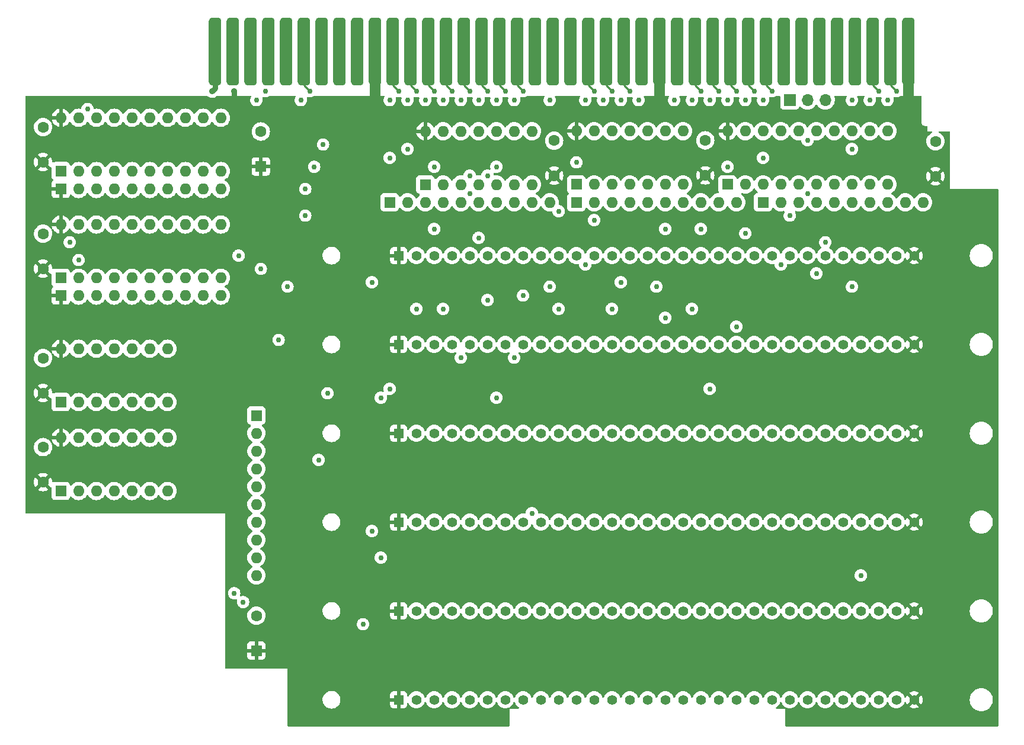
<source format=gtl>
%TF.GenerationSoftware,KiCad,Pcbnew,(6.0.7)*%
%TF.CreationDate,2022-10-12T10:44:44-05:00*%
%TF.ProjectId,CompaqPortableIIImemexp,436f6d70-6171-4506-9f72-7461626c6549,rev?*%
%TF.SameCoordinates,Original*%
%TF.FileFunction,Copper,L1,Top*%
%TF.FilePolarity,Positive*%
%FSLAX46Y46*%
G04 Gerber Fmt 4.6, Leading zero omitted, Abs format (unit mm)*
G04 Created by KiCad (PCBNEW (6.0.7)) date 2022-10-12 10:44:44*
%MOMM*%
%LPD*%
G01*
G04 APERTURE LIST*
G04 Aperture macros list*
%AMRoundRect*
0 Rectangle with rounded corners*
0 $1 Rounding radius*
0 $2 $3 $4 $5 $6 $7 $8 $9 X,Y pos of 4 corners*
0 Add a 4 corners polygon primitive as box body*
4,1,4,$2,$3,$4,$5,$6,$7,$8,$9,$2,$3,0*
0 Add four circle primitives for the rounded corners*
1,1,$1+$1,$2,$3*
1,1,$1+$1,$4,$5*
1,1,$1+$1,$6,$7*
1,1,$1+$1,$8,$9*
0 Add four rect primitives between the rounded corners*
20,1,$1+$1,$2,$3,$4,$5,0*
20,1,$1+$1,$4,$5,$6,$7,0*
20,1,$1+$1,$6,$7,$8,$9,0*
20,1,$1+$1,$8,$9,$2,$3,0*%
G04 Aperture macros list end*
%TA.AperFunction,ComponentPad*%
%ADD10C,1.600000*%
%TD*%
%TA.AperFunction,ComponentPad*%
%ADD11R,1.600000X1.600000*%
%TD*%
%TA.AperFunction,ComponentPad*%
%ADD12O,1.600000X1.600000*%
%TD*%
%TA.AperFunction,ConnectorPad*%
%ADD13RoundRect,0.444500X0.444500X4.381500X-0.444500X4.381500X-0.444500X-4.381500X0.444500X-4.381500X0*%
%TD*%
%TA.AperFunction,ComponentPad*%
%ADD14R,1.397000X1.397000*%
%TD*%
%TA.AperFunction,ComponentPad*%
%ADD15C,1.397000*%
%TD*%
%TA.AperFunction,ComponentPad*%
%ADD16R,1.700000X1.700000*%
%TD*%
%TA.AperFunction,ComponentPad*%
%ADD17O,1.700000X1.700000*%
%TD*%
%TA.AperFunction,ViaPad*%
%ADD18C,0.889000*%
%TD*%
%TA.AperFunction,ViaPad*%
%ADD19C,0.750000*%
%TD*%
%TA.AperFunction,Conductor*%
%ADD20C,1.524000*%
%TD*%
%TA.AperFunction,Conductor*%
%ADD21C,0.762000*%
%TD*%
%TA.AperFunction,Conductor*%
%ADD22C,0.254000*%
%TD*%
G04 APERTURE END LIST*
D10*
%TO.P,C9,1*%
%TO.N,+5V*%
X142240000Y-67310000D03*
%TO.P,C9,2*%
%TO.N,GND*%
X142240000Y-62310000D03*
%TD*%
D11*
%TO.P,U6,1,A->B*%
%TO.N,/1u5&1u6-10rn4*%
X71760000Y-66665000D03*
D12*
%TO.P,U6,2,A0*%
%TO.N,/D15*%
X74300000Y-66665000D03*
%TO.P,U6,3,A1*%
%TO.N,/D12*%
X76840000Y-66665000D03*
%TO.P,U6,4,A2*%
%TO.N,/D13*%
X79380000Y-66665000D03*
%TO.P,U6,5,A3*%
%TO.N,/D11*%
X81920000Y-66665000D03*
%TO.P,U6,6,A4*%
%TO.N,/D8*%
X84460000Y-66665000D03*
%TO.P,U6,7,A5*%
%TO.N,/D10*%
X87000000Y-66665000D03*
%TO.P,U6,8,A6*%
%TO.N,/D9*%
X89540000Y-66665000D03*
%TO.P,U6,9,A7*%
%TO.N,/D14*%
X92080000Y-66665000D03*
%TO.P,U6,10,GND*%
%TO.N,GND*%
X94620000Y-66665000D03*
%TO.P,U6,11,B7*%
%TO.N,/Memory/MEMEVEN-DQ6*%
X94620000Y-59045000D03*
%TO.P,U6,12,B6*%
%TO.N,/Memory/MEMEVEN-DQ1*%
X92080000Y-59045000D03*
%TO.P,U6,13,B5*%
%TO.N,/Memory/MEMEVEN-DQ2*%
X89540000Y-59045000D03*
%TO.P,U6,14,B4*%
%TO.N,/Memory/MEMEVEN-DQ0*%
X87000000Y-59045000D03*
%TO.P,U6,15,B3*%
%TO.N,/Memory/MEMEVEN-DQ3*%
X84460000Y-59045000D03*
%TO.P,U6,16,B2*%
%TO.N,/Memory/MEMEVEN-DQ5*%
X81920000Y-59045000D03*
%TO.P,U6,17,B1*%
%TO.N,/Memory/MEMEVEN-DQ4*%
X79380000Y-59045000D03*
%TO.P,U6,18,B0*%
%TO.N,/Memory/MEMEVEN-DQ7*%
X76840000Y-59045000D03*
%TO.P,U6,19,CE*%
%TO.N,/8u4-19u6*%
X74300000Y-59045000D03*
%TO.P,U6,20,VCC*%
%TO.N,+5V*%
X71760000Y-59045000D03*
%TD*%
D13*
%TO.P,J114,41,Pin_41*%
%TO.N,+5V*%
X192862200Y-49530000D03*
%TO.P,J114,42,Pin_42*%
%TO.N,/MEMEVEN-DP*%
X190322200Y-49530000D03*
%TO.P,J114,43,Pin_43*%
%TO.N,/MEMEVEN-QP*%
X187782200Y-49530000D03*
%TO.P,J114,44,Pin_44*%
%TO.N,/LA23*%
X185242200Y-49530000D03*
%TO.P,J114,45,Pin_45*%
%TO.N,/LA21*%
X182702200Y-49530000D03*
%TO.P,J114,46,Pin_46*%
%TO.N,/LA17*%
X180162200Y-49530000D03*
%TO.P,J114,47,Pin_47*%
%TO.N,/A15*%
X177622200Y-49530000D03*
%TO.P,J114,48,Pin_48*%
%TO.N,/BA13*%
X175082200Y-49530000D03*
%TO.P,J114,49,Pin_49*%
%TO.N,/BA00*%
X172542200Y-49530000D03*
%TO.P,J114,50,Pin_50*%
%TO.N,/MA1*%
X170002200Y-49530000D03*
%TO.P,J114,51,Pin_51*%
%TO.N,/MA3*%
X167462200Y-49530000D03*
%TO.P,J114,52,Pin_52*%
%TO.N,/MA5*%
X164922200Y-49530000D03*
%TO.P,J114,53,Pin_53*%
%TO.N,/MA7*%
X162382200Y-49530000D03*
%TO.P,J114,54,Pin_54*%
%TO.N,/ALE*%
X159842200Y-49530000D03*
%TO.P,J114,55,Pin_55*%
%TO.N,+5V*%
X157302200Y-49530000D03*
%TO.P,J114,56,Pin_56*%
%TO.N,/84j113-56j114*%
X154762200Y-49530000D03*
%TO.P,J114,57,Pin_57*%
%TO.N,/5u7-57j114*%
X152222200Y-49530000D03*
%TO.P,J114,58,Pin_58*%
%TO.N,/2u7-58j114*%
X149682200Y-49530000D03*
%TO.P,J114,59,Pin_59*%
%TO.N,/1u7-59j114*%
X147142200Y-49530000D03*
%TO.P,J114,60,Pin_60*%
%TO.N,/LA19*%
X144602200Y-49530000D03*
%TO.P,J114,61,Pin_61*%
%TO.N,/REFRESH*%
X142062200Y-49530000D03*
%TO.P,J114,62,Pin_62*%
%TO.N,unconnected-(J114-Pad62)*%
X139522200Y-49530000D03*
%TO.P,J114,63,Pin_63*%
%TO.N,/DB1*%
X136982200Y-49530000D03*
%TO.P,J114,64,Pin_64*%
%TO.N,/DB3*%
X134442200Y-49530000D03*
%TO.P,J114,65,Pin_65*%
%TO.N,/DB5*%
X131902200Y-49530000D03*
%TO.P,J114,66,Pin_66*%
%TO.N,/DB7*%
X129362200Y-49530000D03*
%TO.P,J114,67,Pin_67*%
%TO.N,/D9*%
X126822200Y-49530000D03*
%TO.P,J114,68,Pin_68*%
%TO.N,/D11*%
X124282200Y-49530000D03*
%TO.P,J114,69,Pin_69*%
%TO.N,/D13*%
X121742200Y-49530000D03*
%TO.P,J114,70,Pin_70*%
%TO.N,/D15*%
X119202200Y-49530000D03*
%TO.P,J114,71,Pin_71*%
%TO.N,+5V*%
X116662200Y-49530000D03*
%TO.P,J114,72,Pin_72*%
%TO.N,/IOW*%
X114122200Y-49530000D03*
%TO.P,J114,73,Pin_73*%
%TO.N,/BA12*%
X111582200Y-49530000D03*
%TO.P,J114,74,Pin_74*%
%TO.N,/IO_READY*%
X109042200Y-49530000D03*
%TO.P,J114,75,Pin_75*%
%TO.N,/SBHE*%
X106502200Y-49530000D03*
%TO.P,J114,76,Pin_76*%
%TO.N,unconnected-(J114-Pad76)*%
X103962200Y-49530000D03*
%TO.P,J114,77,Pin_77*%
%TO.N,unconnected-(J114-Pad77)*%
X101422200Y-49530000D03*
%TO.P,J114,78,Pin_78*%
%TO.N,/BA11*%
X98882200Y-49530000D03*
%TO.P,J114,79,Pin_79*%
%TO.N,unconnected-(J114-Pad79)*%
X96342200Y-49530000D03*
%TO.P,J114,80,Pin_80*%
%TO.N,GND*%
X93802200Y-49530000D03*
%TD*%
D10*
%TO.P,C5,1*%
%TO.N,+5V*%
X69215000Y-65365000D03*
%TO.P,C5,2*%
%TO.N,GND*%
X69215000Y-60365000D03*
%TD*%
%TO.P,C3,1*%
%TO.N,+5V*%
X163830000Y-67270000D03*
%TO.P,C3,2*%
%TO.N,GND*%
X163830000Y-62270000D03*
%TD*%
D14*
%TO.P,J006,1,VCC*%
%TO.N,+5V*%
X120015000Y-78740000D03*
D15*
%TO.P,J006,2,~{CAS}*%
%TO.N,/CASEVEN*%
X122555000Y-78740000D03*
%TO.P,J006,3,DQ0*%
%TO.N,/Memory/MEMEVEN-DQ0*%
X125095000Y-78740000D03*
%TO.P,J006,4,A0*%
%TO.N,MEM-A0*%
X127635000Y-78740000D03*
%TO.P,J006,5,A1*%
%TO.N,MEM-A1*%
X130175000Y-78740000D03*
%TO.P,J006,6,DQ1*%
%TO.N,/Memory/MEMEVEN-DQ1*%
X132715000Y-78740000D03*
%TO.P,J006,7,A2*%
%TO.N,MEM-A2*%
X135255000Y-78740000D03*
%TO.P,J006,8,A3*%
%TO.N,MEM-A3*%
X137795000Y-78740000D03*
%TO.P,J006,9,GND*%
%TO.N,GND*%
X140335000Y-78740000D03*
%TO.P,J006,10,DQ2*%
%TO.N,/Memory/MEMEVEN-DQ2*%
X142875000Y-78740000D03*
%TO.P,J006,11,A4*%
%TO.N,MEM-A4*%
X145415000Y-78740000D03*
%TO.P,J006,12,A5*%
%TO.N,MEM-A5*%
X147955000Y-78740000D03*
%TO.P,J006,13,DQ3*%
%TO.N,/Memory/MEMEVEN-DQ3*%
X150495000Y-78740000D03*
%TO.P,J006,14,A6*%
%TO.N,MEM-A6*%
X153035000Y-78740000D03*
%TO.P,J006,15,A7*%
%TO.N,MEM-A7*%
X155575000Y-78740000D03*
%TO.P,J006,16,DQ4*%
%TO.N,/Memory/MEMEVEN-DQ4*%
X158115000Y-78740000D03*
%TO.P,J006,17,A8*%
%TO.N,MEMEVEN-A8*%
X160655000Y-78740000D03*
%TO.P,J006,18,A9*%
%TO.N,MEMEVEN-A9*%
X163195000Y-78740000D03*
%TO.P,J006,19,A10*%
%TO.N,unconnected-(J006-Pad19)*%
X165735000Y-78740000D03*
%TO.P,J006,20,DQ5*%
%TO.N,/Memory/MEMEVEN-DQ5*%
X168275000Y-78740000D03*
%TO.P,J006,21,~{WE}*%
%TO.N,/WEEVEN*%
X170815000Y-78740000D03*
%TO.P,J006,22,GND*%
%TO.N,GND*%
X173355000Y-78740000D03*
%TO.P,J006,23,DQ6*%
%TO.N,/Memory/MEMEVEN-DQ6*%
X175895000Y-78740000D03*
%TO.P,J006,24,A11*%
%TO.N,unconnected-(J006-Pad24)*%
X178435000Y-78740000D03*
%TO.P,J006,25,DQ7*%
%TO.N,/Memory/MEMEVEN-DQ7*%
X180975000Y-78740000D03*
%TO.P,J006,26,QP*%
%TO.N,/MEMEVEN-QP*%
X183515000Y-78740000D03*
%TO.P,J006,27,~{RAS}*%
%TO.N,RAS3*%
X186055000Y-78740000D03*
%TO.P,J006,28,~{CASP}*%
%TO.N,/CASEVEN*%
X188595000Y-78740000D03*
%TO.P,J006,29,DP*%
%TO.N,/MEMEVEN-DP*%
X191135000Y-78740000D03*
%TO.P,J006,30,VCC*%
%TO.N,+5V*%
X193675000Y-78740000D03*
%TD*%
D11*
%TO.P,U5,1,A->B*%
%TO.N,/1u5&1u6-10rn4*%
X71755000Y-81915000D03*
D12*
%TO.P,U5,2,A0*%
%TO.N,/DB6*%
X74295000Y-81915000D03*
%TO.P,U5,3,A1*%
%TO.N,/DB5*%
X76835000Y-81915000D03*
%TO.P,U5,4,A2*%
%TO.N,/DB4*%
X79375000Y-81915000D03*
%TO.P,U5,5,A3*%
%TO.N,/DB7*%
X81915000Y-81915000D03*
%TO.P,U5,6,A4*%
%TO.N,/DB0*%
X84455000Y-81915000D03*
%TO.P,U5,7,A5*%
%TO.N,/DB2*%
X86995000Y-81915000D03*
%TO.P,U5,8,A6*%
%TO.N,/DB1*%
X89535000Y-81915000D03*
%TO.P,U5,9,A7*%
%TO.N,/DB3*%
X92075000Y-81915000D03*
%TO.P,U5,10,GND*%
%TO.N,GND*%
X94615000Y-81915000D03*
%TO.P,U5,11,B7*%
%TO.N,/Memory/MEMODD-DQ3*%
X94615000Y-74295000D03*
%TO.P,U5,12,B6*%
%TO.N,/Memory/MEMODD-DQ1*%
X92075000Y-74295000D03*
%TO.P,U5,13,B5*%
%TO.N,/Memory/MEMODD-DQ2*%
X89535000Y-74295000D03*
%TO.P,U5,14,B4*%
%TO.N,/Memory/MEMODD-DQ0*%
X86995000Y-74295000D03*
%TO.P,U5,15,B3*%
%TO.N,/Memory/MEMODD-DQ7*%
X84455000Y-74295000D03*
%TO.P,U5,16,B2*%
%TO.N,/Memory/MEMODD-DQ4*%
X81915000Y-74295000D03*
%TO.P,U5,17,B1*%
%TO.N,/Memory/MEMODD-DQ5*%
X79375000Y-74295000D03*
%TO.P,U5,18,B0*%
%TO.N,/Memory/MEMODD-DQ6*%
X76835000Y-74295000D03*
%TO.P,U5,19,CE*%
%TO.N,/11u4-19u5*%
X74295000Y-74295000D03*
%TO.P,U5,20,VCC*%
%TO.N,+5V*%
X71755000Y-74295000D03*
%TD*%
D10*
%TO.P,C8,1*%
%TO.N,+5V*%
X69215000Y-111125000D03*
%TO.P,C8,2*%
%TO.N,GND*%
X69215000Y-106125000D03*
%TD*%
D11*
%TO.P,U4,1*%
%TO.N,GND*%
X71750000Y-99685000D03*
D12*
%TO.P,U4,2*%
%TO.N,/MEM_WE*%
X74290000Y-99685000D03*
%TO.P,U4,3*%
%TO.N,Net-(RN3-Pad5)*%
X76830000Y-99685000D03*
%TO.P,U4,4*%
%TO.N,GND*%
X79370000Y-99685000D03*
%TO.P,U4,5*%
%TO.N,/MEM_WE*%
X81910000Y-99685000D03*
%TO.P,U4,6*%
%TO.N,Net-(RN3-Pad7)*%
X84450000Y-99685000D03*
%TO.P,U4,7,GND*%
%TO.N,GND*%
X86990000Y-99685000D03*
%TO.P,U4,8*%
%TO.N,/8u4-19u6*%
X86990000Y-92065000D03*
%TO.P,U4,9*%
%TO.N,/SBHE*%
X84450000Y-92065000D03*
%TO.P,U4,10*%
%TO.N,/12u4-21j114*%
X81910000Y-92065000D03*
%TO.P,U4,11*%
%TO.N,/11u4-19u5*%
X79370000Y-92065000D03*
%TO.P,U4,12*%
%TO.N,/12u4-21j114*%
X76830000Y-92065000D03*
%TO.P,U4,13*%
%TO.N,/BA00*%
X74290000Y-92065000D03*
%TO.P,U4,14,VCC*%
%TO.N,+5V*%
X71750000Y-92065000D03*
%TD*%
D14*
%TO.P,J003,1,VCC*%
%TO.N,+5V*%
X120015000Y-116840000D03*
D15*
%TO.P,J003,2,~{CAS}*%
%TO.N,/CASODD*%
X122555000Y-116840000D03*
%TO.P,J003,3,DQ0*%
%TO.N,/Memory/MEMODD-DQ0*%
X125095000Y-116840000D03*
%TO.P,J003,4,A0*%
%TO.N,MEM-A0*%
X127635000Y-116840000D03*
%TO.P,J003,5,A1*%
%TO.N,MEM-A1*%
X130175000Y-116840000D03*
%TO.P,J003,6,DQ1*%
%TO.N,/Memory/MEMODD-DQ1*%
X132715000Y-116840000D03*
%TO.P,J003,7,A2*%
%TO.N,MEM-A2*%
X135255000Y-116840000D03*
%TO.P,J003,8,A3*%
%TO.N,MEM-A3*%
X137795000Y-116840000D03*
%TO.P,J003,9,GND*%
%TO.N,GND*%
X140335000Y-116840000D03*
%TO.P,J003,10,DQ2*%
%TO.N,/Memory/MEMODD-DQ2*%
X142875000Y-116840000D03*
%TO.P,J003,11,A4*%
%TO.N,MEM-A4*%
X145415000Y-116840000D03*
%TO.P,J003,12,A5*%
%TO.N,MEM-A5*%
X147955000Y-116840000D03*
%TO.P,J003,13,DQ3*%
%TO.N,/Memory/MEMODD-DQ3*%
X150495000Y-116840000D03*
%TO.P,J003,14,A6*%
%TO.N,MEM-A6*%
X153035000Y-116840000D03*
%TO.P,J003,15,A7*%
%TO.N,MEM-A7*%
X155575000Y-116840000D03*
%TO.P,J003,16,DQ4*%
%TO.N,/Memory/MEMODD-DQ4*%
X158115000Y-116840000D03*
%TO.P,J003,17,A8*%
%TO.N,MEMODD-A8*%
X160655000Y-116840000D03*
%TO.P,J003,18,A9*%
%TO.N,MEMODD-A9*%
X163195000Y-116840000D03*
%TO.P,J003,19,A10*%
%TO.N,unconnected-(J003-Pad19)*%
X165735000Y-116840000D03*
%TO.P,J003,20,DQ5*%
%TO.N,/Memory/MEMODD-DQ5*%
X168275000Y-116840000D03*
%TO.P,J003,21,~{WE}*%
%TO.N,/WEODD*%
X170815000Y-116840000D03*
%TO.P,J003,22,GND*%
%TO.N,GND*%
X173355000Y-116840000D03*
%TO.P,J003,23,DQ6*%
%TO.N,/Memory/MEMODD-DQ6*%
X175895000Y-116840000D03*
%TO.P,J003,24,A11*%
%TO.N,unconnected-(J003-Pad24)*%
X178435000Y-116840000D03*
%TO.P,J003,25,DQ7*%
%TO.N,/Memory/MEMODD-DQ7*%
X180975000Y-116840000D03*
%TO.P,J003,26,QP*%
%TO.N,/MEMODD-QP*%
X183515000Y-116840000D03*
%TO.P,J003,27,~{RAS}*%
%TO.N,RAS2*%
X186055000Y-116840000D03*
%TO.P,J003,28,~{CASP}*%
%TO.N,/CASODD*%
X188595000Y-116840000D03*
%TO.P,J003,29,DP*%
%TO.N,/MEMODD-DP*%
X191135000Y-116840000D03*
%TO.P,J003,30,VCC*%
%TO.N,+5V*%
X193675000Y-116840000D03*
%TD*%
D11*
%TO.P,RN4,1,R1.1*%
%TO.N,Net-(RN4-Pad1)*%
X99695000Y-101600000D03*
D12*
%TO.P,RN4,2,R1.2*%
%TO.N,/CASEVEN*%
X99695000Y-104140000D03*
%TO.P,RN4,3,R2.1*%
%TO.N,Net-(RN4-Pad3)*%
X99695000Y-106680000D03*
%TO.P,RN4,4,R2.2*%
%TO.N,/CASODD*%
X99695000Y-109220000D03*
%TO.P,RN4,5,R3.1*%
%TO.N,Net-(RN4-Pad5)*%
X99695000Y-111760000D03*
%TO.P,RN4,6,R3.2*%
%TO.N,RAS3*%
X99695000Y-114300000D03*
%TO.P,RN4,7,R4.1*%
%TO.N,Net-(RN4-Pad7)*%
X99695000Y-116840000D03*
%TO.P,RN4,8,R4.2*%
%TO.N,RAS2*%
X99695000Y-119380000D03*
%TO.P,RN4,9,R5.1*%
%TO.N,Net-(RN4-Pad9)*%
X99695000Y-121920000D03*
%TO.P,RN4,10,R5.2*%
%TO.N,RAS1*%
X99695000Y-124460000D03*
%TD*%
D14*
%TO.P,J002,1,VCC*%
%TO.N,+5V*%
X120015000Y-129540000D03*
D15*
%TO.P,J002,2,~{CAS}*%
%TO.N,/CASEVEN*%
X122555000Y-129540000D03*
%TO.P,J002,3,DQ0*%
%TO.N,/Memory/MEMEVEN-DQ0*%
X125095000Y-129540000D03*
%TO.P,J002,4,A0*%
%TO.N,MEM-A0*%
X127635000Y-129540000D03*
%TO.P,J002,5,A1*%
%TO.N,MEM-A1*%
X130175000Y-129540000D03*
%TO.P,J002,6,DQ1*%
%TO.N,/Memory/MEMEVEN-DQ1*%
X132715000Y-129540000D03*
%TO.P,J002,7,A2*%
%TO.N,MEM-A2*%
X135255000Y-129540000D03*
%TO.P,J002,8,A3*%
%TO.N,MEM-A3*%
X137795000Y-129540000D03*
%TO.P,J002,9,GND*%
%TO.N,GND*%
X140335000Y-129540000D03*
%TO.P,J002,10,DQ2*%
%TO.N,/Memory/MEMEVEN-DQ2*%
X142875000Y-129540000D03*
%TO.P,J002,11,A4*%
%TO.N,MEM-A4*%
X145415000Y-129540000D03*
%TO.P,J002,12,A5*%
%TO.N,MEM-A5*%
X147955000Y-129540000D03*
%TO.P,J002,13,DQ3*%
%TO.N,/Memory/MEMEVEN-DQ3*%
X150495000Y-129540000D03*
%TO.P,J002,14,A6*%
%TO.N,MEM-A6*%
X153035000Y-129540000D03*
%TO.P,J002,15,A7*%
%TO.N,MEM-A7*%
X155575000Y-129540000D03*
%TO.P,J002,16,DQ4*%
%TO.N,/Memory/MEMEVEN-DQ4*%
X158115000Y-129540000D03*
%TO.P,J002,17,A8*%
%TO.N,MEMEVEN-A8*%
X160655000Y-129540000D03*
%TO.P,J002,18,A9*%
%TO.N,MEMEVEN-A9*%
X163195000Y-129540000D03*
%TO.P,J002,19,A10*%
%TO.N,unconnected-(J002-Pad19)*%
X165735000Y-129540000D03*
%TO.P,J002,20,DQ5*%
%TO.N,/Memory/MEMEVEN-DQ5*%
X168275000Y-129540000D03*
%TO.P,J002,21,~{WE}*%
%TO.N,/WEEVEN*%
X170815000Y-129540000D03*
%TO.P,J002,22,GND*%
%TO.N,GND*%
X173355000Y-129540000D03*
%TO.P,J002,23,DQ6*%
%TO.N,/Memory/MEMEVEN-DQ6*%
X175895000Y-129540000D03*
%TO.P,J002,24,A11*%
%TO.N,unconnected-(J002-Pad24)*%
X178435000Y-129540000D03*
%TO.P,J002,25,DQ7*%
%TO.N,/Memory/MEMEVEN-DQ7*%
X180975000Y-129540000D03*
%TO.P,J002,26,QP*%
%TO.N,/MEMEVEN-QP*%
X183515000Y-129540000D03*
%TO.P,J002,27,~{RAS}*%
%TO.N,RAS1*%
X186055000Y-129540000D03*
%TO.P,J002,28,~{CASP}*%
%TO.N,/CASEVEN*%
X188595000Y-129540000D03*
%TO.P,J002,29,DP*%
%TO.N,/MEMEVEN-DP*%
X191135000Y-129540000D03*
%TO.P,J002,30,VCC*%
%TO.N,+5V*%
X193675000Y-129540000D03*
%TD*%
D11*
%TO.P,U1,1,OEa*%
%TO.N,GND*%
X167010000Y-68570000D03*
D12*
%TO.P,U1,2,I0a*%
%TO.N,/MA7*%
X169550000Y-68570000D03*
%TO.P,U1,3,O3b*%
%TO.N,Net-(RN2-Pad5)*%
X172090000Y-68570000D03*
%TO.P,U1,4,I1a*%
%TO.N,/MA6*%
X174630000Y-68570000D03*
%TO.P,U1,5,O2b*%
%TO.N,Net-(RN2-Pad3)*%
X177170000Y-68570000D03*
%TO.P,U1,6,I2a*%
%TO.N,/MA5*%
X179710000Y-68570000D03*
%TO.P,U1,7,O1b*%
%TO.N,Net-(RN2-Pad1)*%
X182250000Y-68570000D03*
%TO.P,U1,8,I3a*%
%TO.N,/MA4*%
X184790000Y-68570000D03*
%TO.P,U1,9,O0b*%
%TO.N,Net-(RN1-Pad9)*%
X187330000Y-68570000D03*
%TO.P,U1,10,GND*%
%TO.N,GND*%
X189870000Y-68570000D03*
%TO.P,U1,11,I0b*%
%TO.N,/MA3*%
X189870000Y-60950000D03*
%TO.P,U1,12,O3a*%
%TO.N,Net-(RN1-Pad7)*%
X187330000Y-60950000D03*
%TO.P,U1,13,I1b*%
%TO.N,/MA2*%
X184790000Y-60950000D03*
%TO.P,U1,14,O2a*%
%TO.N,Net-(RN1-Pad5)*%
X182250000Y-60950000D03*
%TO.P,U1,15,I2b*%
%TO.N,/17u1-2E1*%
X179710000Y-60950000D03*
%TO.P,U1,16,O1a*%
%TO.N,Net-(RN1-Pad3)*%
X177170000Y-60950000D03*
%TO.P,U1,17,I3b*%
%TO.N,/MA0*%
X174630000Y-60950000D03*
%TO.P,U1,18,O0a*%
%TO.N,Net-(RN1-Pad1)*%
X172090000Y-60950000D03*
%TO.P,U1,19,OEb*%
%TO.N,GND*%
X169550000Y-60950000D03*
%TO.P,U1,20,VCC*%
%TO.N,+5V*%
X167010000Y-60950000D03*
%TD*%
D11*
%TO.P,RN3,1,R1.1*%
%TO.N,Net-(RN3-Pad1)*%
X118750000Y-71120000D03*
D12*
%TO.P,RN3,2,R1.2*%
%TO.N,MEMODD-A9*%
X121290000Y-71120000D03*
%TO.P,RN3,3,R2.1*%
%TO.N,Net-(RN3-Pad3)*%
X123830000Y-71120000D03*
%TO.P,RN3,4,R2.2*%
%TO.N,MEMEVEN-A9*%
X126370000Y-71120000D03*
%TO.P,RN3,5,R3.1*%
%TO.N,Net-(RN3-Pad5)*%
X128910000Y-71120000D03*
%TO.P,RN3,6,R3.2*%
%TO.N,/WEEVEN*%
X131450000Y-71120000D03*
%TO.P,RN3,7,R4.1*%
%TO.N,Net-(RN3-Pad7)*%
X133990000Y-71120000D03*
%TO.P,RN3,8,R4.2*%
%TO.N,/WEODD*%
X136530000Y-71120000D03*
%TO.P,RN3,9,R5.1*%
%TO.N,Net-(RN3-Pad9)*%
X139070000Y-71120000D03*
%TO.P,RN3,10,R5.2*%
%TO.N,/1u5&1u6-10rn4*%
X141610000Y-71120000D03*
%TD*%
D14*
%TO.P,J005,1,VCC*%
%TO.N,+5V*%
X120015000Y-91440000D03*
D15*
%TO.P,J005,2,~{CAS}*%
%TO.N,/CASODD*%
X122555000Y-91440000D03*
%TO.P,J005,3,DQ0*%
%TO.N,/Memory/MEMODD-DQ0*%
X125095000Y-91440000D03*
%TO.P,J005,4,A0*%
%TO.N,MEM-A0*%
X127635000Y-91440000D03*
%TO.P,J005,5,A1*%
%TO.N,MEM-A1*%
X130175000Y-91440000D03*
%TO.P,J005,6,DQ1*%
%TO.N,/Memory/MEMODD-DQ1*%
X132715000Y-91440000D03*
%TO.P,J005,7,A2*%
%TO.N,MEM-A2*%
X135255000Y-91440000D03*
%TO.P,J005,8,A3*%
%TO.N,MEM-A3*%
X137795000Y-91440000D03*
%TO.P,J005,9,GND*%
%TO.N,GND*%
X140335000Y-91440000D03*
%TO.P,J005,10,DQ2*%
%TO.N,/Memory/MEMODD-DQ2*%
X142875000Y-91440000D03*
%TO.P,J005,11,A4*%
%TO.N,MEM-A4*%
X145415000Y-91440000D03*
%TO.P,J005,12,A5*%
%TO.N,MEM-A5*%
X147955000Y-91440000D03*
%TO.P,J005,13,DQ3*%
%TO.N,/Memory/MEMODD-DQ3*%
X150495000Y-91440000D03*
%TO.P,J005,14,A6*%
%TO.N,MEM-A6*%
X153035000Y-91440000D03*
%TO.P,J005,15,A7*%
%TO.N,MEM-A7*%
X155575000Y-91440000D03*
%TO.P,J005,16,DQ4*%
%TO.N,/Memory/MEMODD-DQ4*%
X158115000Y-91440000D03*
%TO.P,J005,17,A8*%
%TO.N,MEMODD-A8*%
X160655000Y-91440000D03*
%TO.P,J005,18,A9*%
%TO.N,MEMODD-A9*%
X163195000Y-91440000D03*
%TO.P,J005,19,A10*%
%TO.N,unconnected-(J005-Pad19)*%
X165735000Y-91440000D03*
%TO.P,J005,20,DQ5*%
%TO.N,/Memory/MEMODD-DQ5*%
X168275000Y-91440000D03*
%TO.P,J005,21,~{WE}*%
%TO.N,/WEODD*%
X170815000Y-91440000D03*
%TO.P,J005,22,GND*%
%TO.N,GND*%
X173355000Y-91440000D03*
%TO.P,J005,23,DQ6*%
%TO.N,/Memory/MEMODD-DQ6*%
X175895000Y-91440000D03*
%TO.P,J005,24,A11*%
%TO.N,unconnected-(J005-Pad24)*%
X178435000Y-91440000D03*
%TO.P,J005,25,DQ7*%
%TO.N,/Memory/MEMODD-DQ7*%
X180975000Y-91440000D03*
%TO.P,J005,26,QP*%
%TO.N,/MEMODD-QP*%
X183515000Y-91440000D03*
%TO.P,J005,27,~{RAS}*%
%TO.N,RAS3*%
X186055000Y-91440000D03*
%TO.P,J005,28,~{CASP}*%
%TO.N,/CASODD*%
X188595000Y-91440000D03*
%TO.P,J005,29,DP*%
%TO.N,/MEMODD-DP*%
X191135000Y-91440000D03*
%TO.P,J005,30,VCC*%
%TO.N,+5V*%
X193675000Y-91440000D03*
%TD*%
D10*
%TO.P,C4,1*%
%TO.N,+5V*%
X196719401Y-67404120D03*
%TO.P,C4,2*%
%TO.N,GND*%
X196719401Y-62404120D03*
%TD*%
D14*
%TO.P,J001,1,VCC*%
%TO.N,+5V*%
X120015000Y-142240000D03*
D15*
%TO.P,J001,2,~{CAS}*%
%TO.N,/CASODD*%
X122555000Y-142240000D03*
%TO.P,J001,3,DQ0*%
%TO.N,/Memory/MEMODD-DQ0*%
X125095000Y-142240000D03*
%TO.P,J001,4,A0*%
%TO.N,MEM-A0*%
X127635000Y-142240000D03*
%TO.P,J001,5,A1*%
%TO.N,MEM-A1*%
X130175000Y-142240000D03*
%TO.P,J001,6,DQ1*%
%TO.N,/Memory/MEMODD-DQ1*%
X132715000Y-142240000D03*
%TO.P,J001,7,A2*%
%TO.N,MEM-A2*%
X135255000Y-142240000D03*
%TO.P,J001,8,A3*%
%TO.N,MEM-A3*%
X137795000Y-142240000D03*
%TO.P,J001,9,GND*%
%TO.N,GND*%
X140335000Y-142240000D03*
%TO.P,J001,10,DQ2*%
%TO.N,/Memory/MEMODD-DQ2*%
X142875000Y-142240000D03*
%TO.P,J001,11,A4*%
%TO.N,MEM-A4*%
X145415000Y-142240000D03*
%TO.P,J001,12,A5*%
%TO.N,MEM-A5*%
X147955000Y-142240000D03*
%TO.P,J001,13,DQ3*%
%TO.N,/Memory/MEMODD-DQ3*%
X150495000Y-142240000D03*
%TO.P,J001,14,A6*%
%TO.N,MEM-A6*%
X153035000Y-142240000D03*
%TO.P,J001,15,A7*%
%TO.N,MEM-A7*%
X155575000Y-142240000D03*
%TO.P,J001,16,DQ4*%
%TO.N,/Memory/MEMODD-DQ4*%
X158115000Y-142240000D03*
%TO.P,J001,17,A8*%
%TO.N,MEMODD-A8*%
X160655000Y-142240000D03*
%TO.P,J001,18,A9*%
%TO.N,MEMODD-A9*%
X163195000Y-142240000D03*
%TO.P,J001,19,A10*%
%TO.N,unconnected-(J001-Pad19)*%
X165735000Y-142240000D03*
%TO.P,J001,20,DQ5*%
%TO.N,/Memory/MEMODD-DQ5*%
X168275000Y-142240000D03*
%TO.P,J001,21,~{WE}*%
%TO.N,/WEODD*%
X170815000Y-142240000D03*
%TO.P,J001,22,GND*%
%TO.N,GND*%
X173355000Y-142240000D03*
%TO.P,J001,23,DQ6*%
%TO.N,/Memory/MEMODD-DQ6*%
X175895000Y-142240000D03*
%TO.P,J001,24,A11*%
%TO.N,unconnected-(J001-Pad24)*%
X178435000Y-142240000D03*
%TO.P,J001,25,DQ7*%
%TO.N,/Memory/MEMODD-DQ7*%
X180975000Y-142240000D03*
%TO.P,J001,26,QP*%
%TO.N,/MEMODD-QP*%
X183515000Y-142240000D03*
%TO.P,J001,27,~{RAS}*%
%TO.N,RAS1*%
X186055000Y-142240000D03*
%TO.P,J001,28,~{CASP}*%
%TO.N,/CASODD*%
X188595000Y-142240000D03*
%TO.P,J001,29,DP*%
%TO.N,/MEMODD-DP*%
X191135000Y-142240000D03*
%TO.P,J001,30,VCC*%
%TO.N,+5V*%
X193675000Y-142240000D03*
%TD*%
D10*
%TO.P,C7,1*%
%TO.N,+5V*%
X69215000Y-98385000D03*
%TO.P,C7,2*%
%TO.N,GND*%
X69215000Y-93385000D03*
%TD*%
D11*
%TO.P,RN1,1,R1.1*%
%TO.N,Net-(RN1-Pad1)*%
X172090000Y-71120000D03*
D12*
%TO.P,RN1,2,R1.2*%
%TO.N,MEM-A7*%
X174630000Y-71120000D03*
%TO.P,RN1,3,R2.1*%
%TO.N,Net-(RN1-Pad3)*%
X177170000Y-71120000D03*
%TO.P,RN1,4,R2.2*%
%TO.N,MEM-A6*%
X179710000Y-71120000D03*
%TO.P,RN1,5,R3.1*%
%TO.N,Net-(RN1-Pad5)*%
X182250000Y-71120000D03*
%TO.P,RN1,6,R3.2*%
%TO.N,MEM-A5*%
X184790000Y-71120000D03*
%TO.P,RN1,7,R4.1*%
%TO.N,Net-(RN1-Pad7)*%
X187330000Y-71120000D03*
%TO.P,RN1,8,R4.2*%
%TO.N,MEM-A4*%
X189870000Y-71120000D03*
%TO.P,RN1,9,R5.1*%
%TO.N,Net-(RN1-Pad9)*%
X192410000Y-71120000D03*
%TO.P,RN1,10,R5.2*%
%TO.N,MEM-A3*%
X194950000Y-71120000D03*
%TD*%
D11*
%TO.P,U3,1*%
%TO.N,/1u3-16j114*%
X71755000Y-112395000D03*
D12*
%TO.P,U3,2*%
%TO.N,/2u3-35j114*%
X74295000Y-112395000D03*
%TO.P,U3,3*%
%TO.N,Net-(RN4-Pad3)*%
X76835000Y-112395000D03*
%TO.P,U3,4*%
%TO.N,/4u3-18j114*%
X79375000Y-112395000D03*
%TO.P,U3,5*%
%TO.N,/MEM_WE*%
X81915000Y-112395000D03*
%TO.P,U3,6*%
%TO.N,Net-(RN3-Pad9)*%
X84455000Y-112395000D03*
%TO.P,U3,7,GND*%
%TO.N,GND*%
X86995000Y-112395000D03*
%TO.P,U3,8*%
%TO.N,unconnected-(U3-Pad8)*%
X86995000Y-104775000D03*
%TO.P,U3,9*%
%TO.N,unconnected-(U3-Pad9)*%
X84455000Y-104775000D03*
%TO.P,U3,10*%
%TO.N,unconnected-(U3-Pad10)*%
X81915000Y-104775000D03*
%TO.P,U3,11*%
%TO.N,Net-(RN4-Pad1)*%
X79375000Y-104775000D03*
%TO.P,U3,12*%
%TO.N,/2u3-35j114*%
X76835000Y-104775000D03*
%TO.P,U3,13*%
%TO.N,/13u3-17j114*%
X74295000Y-104775000D03*
%TO.P,U3,14,VCC*%
%TO.N,+5V*%
X71755000Y-104775000D03*
%TD*%
D14*
%TO.P,J004,1,VCC*%
%TO.N,+5V*%
X120015000Y-104140000D03*
D15*
%TO.P,J004,2,~{CAS}*%
%TO.N,/CASEVEN*%
X122555000Y-104140000D03*
%TO.P,J004,3,DQ0*%
%TO.N,/Memory/MEMEVEN-DQ0*%
X125095000Y-104140000D03*
%TO.P,J004,4,A0*%
%TO.N,MEM-A0*%
X127635000Y-104140000D03*
%TO.P,J004,5,A1*%
%TO.N,MEM-A1*%
X130175000Y-104140000D03*
%TO.P,J004,6,DQ1*%
%TO.N,/Memory/MEMEVEN-DQ1*%
X132715000Y-104140000D03*
%TO.P,J004,7,A2*%
%TO.N,MEM-A2*%
X135255000Y-104140000D03*
%TO.P,J004,8,A3*%
%TO.N,MEM-A3*%
X137795000Y-104140000D03*
%TO.P,J004,9,GND*%
%TO.N,GND*%
X140335000Y-104140000D03*
%TO.P,J004,10,DQ2*%
%TO.N,/Memory/MEMEVEN-DQ2*%
X142875000Y-104140000D03*
%TO.P,J004,11,A4*%
%TO.N,MEM-A4*%
X145415000Y-104140000D03*
%TO.P,J004,12,A5*%
%TO.N,MEM-A5*%
X147955000Y-104140000D03*
%TO.P,J004,13,DQ3*%
%TO.N,/Memory/MEMEVEN-DQ3*%
X150495000Y-104140000D03*
%TO.P,J004,14,A6*%
%TO.N,MEM-A6*%
X153035000Y-104140000D03*
%TO.P,J004,15,A7*%
%TO.N,MEM-A7*%
X155575000Y-104140000D03*
%TO.P,J004,16,DQ4*%
%TO.N,/Memory/MEMEVEN-DQ4*%
X158115000Y-104140000D03*
%TO.P,J004,17,A8*%
%TO.N,MEMEVEN-A8*%
X160655000Y-104140000D03*
%TO.P,J004,18,A9*%
%TO.N,MEMEVEN-A9*%
X163195000Y-104140000D03*
%TO.P,J004,19,A10*%
%TO.N,unconnected-(J004-Pad19)*%
X165735000Y-104140000D03*
%TO.P,J004,20,DQ5*%
%TO.N,/Memory/MEMEVEN-DQ5*%
X168275000Y-104140000D03*
%TO.P,J004,21,~{WE}*%
%TO.N,/WEEVEN*%
X170815000Y-104140000D03*
%TO.P,J004,22,GND*%
%TO.N,GND*%
X173355000Y-104140000D03*
%TO.P,J004,23,DQ6*%
%TO.N,/Memory/MEMEVEN-DQ6*%
X175895000Y-104140000D03*
%TO.P,J004,24,A11*%
%TO.N,unconnected-(J004-Pad24)*%
X178435000Y-104140000D03*
%TO.P,J004,25,DQ7*%
%TO.N,/Memory/MEMEVEN-DQ7*%
X180975000Y-104140000D03*
%TO.P,J004,26,QP*%
%TO.N,/MEMEVEN-QP*%
X183515000Y-104140000D03*
%TO.P,J004,27,~{RAS}*%
%TO.N,RAS2*%
X186055000Y-104140000D03*
%TO.P,J004,28,~{CASP}*%
%TO.N,/CASEVEN*%
X188595000Y-104140000D03*
%TO.P,J004,29,DP*%
%TO.N,/MEMEVEN-DP*%
X191135000Y-104140000D03*
%TO.P,J004,30,VCC*%
%TO.N,+5V*%
X193675000Y-104140000D03*
%TD*%
D11*
%TO.P,U2,1*%
%TO.N,/MA8*%
X145410000Y-68570000D03*
D12*
%TO.P,U2,2*%
%TO.N,GND*%
X147950000Y-68570000D03*
%TO.P,U2,3*%
%TO.N,Net-(RN2-Pad7)*%
X150490000Y-68570000D03*
%TO.P,U2,4*%
%TO.N,/MA8*%
X153030000Y-68570000D03*
%TO.P,U2,5*%
%TO.N,GND*%
X155570000Y-68570000D03*
%TO.P,U2,6*%
%TO.N,Net-(RN2-Pad9)*%
X158110000Y-68570000D03*
%TO.P,U2,7,GND*%
%TO.N,GND*%
X160650000Y-68570000D03*
%TO.P,U2,8*%
%TO.N,Net-(RN3-Pad1)*%
X160650000Y-60950000D03*
%TO.P,U2,9*%
%TO.N,/A10*%
X158110000Y-60950000D03*
%TO.P,U2,10*%
%TO.N,GND*%
X155570000Y-60950000D03*
%TO.P,U2,11*%
%TO.N,Net-(RN3-Pad3)*%
X153030000Y-60950000D03*
%TO.P,U2,12*%
%TO.N,/A10*%
X150490000Y-60950000D03*
%TO.P,U2,13*%
%TO.N,GND*%
X147950000Y-60950000D03*
%TO.P,U2,14,VCC*%
%TO.N,+5V*%
X145410000Y-60950000D03*
%TD*%
D11*
%TO.P,C2,1*%
%TO.N,+5V*%
X100330000Y-66000000D03*
D10*
%TO.P,C2,2*%
%TO.N,GND*%
X100330000Y-61000000D03*
%TD*%
D11*
%TO.P,C1,1*%
%TO.N,+5V*%
X99695000Y-135215000D03*
D10*
%TO.P,C1,2*%
%TO.N,GND*%
X99695000Y-130215000D03*
%TD*%
D11*
%TO.P,U7,1*%
%TO.N,/1u7-59j114*%
X123825000Y-68580000D03*
D12*
%TO.P,U7,2*%
%TO.N,/2u7-58j114*%
X126365000Y-68580000D03*
%TO.P,U7,3*%
X128905000Y-68580000D03*
%TO.P,U7,4*%
%TO.N,/4u3-18j114*%
X131445000Y-68580000D03*
%TO.P,U7,5*%
%TO.N,/5u7-57j114*%
X133985000Y-68580000D03*
%TO.P,U7,6*%
%TO.N,Net-(RN4-Pad9)*%
X136525000Y-68580000D03*
%TO.P,U7,7,GND*%
%TO.N,GND*%
X139065000Y-68580000D03*
%TO.P,U7,8*%
%TO.N,Net-(RN4-Pad7)*%
X139065000Y-60960000D03*
%TO.P,U7,9*%
%TO.N,/9u3-19j114*%
X136525000Y-60960000D03*
%TO.P,U7,10*%
%TO.N,/2u7-58j114*%
X133985000Y-60960000D03*
%TO.P,U7,11*%
%TO.N,/4u3-18j114*%
X131445000Y-60960000D03*
%TO.P,U7,12*%
%TO.N,Net-(RN4-Pad5)*%
X128905000Y-60960000D03*
%TO.P,U7,13*%
%TO.N,/4u3-18j114*%
X126365000Y-60960000D03*
%TO.P,U7,14,VCC*%
%TO.N,+5V*%
X123825000Y-60960000D03*
%TD*%
D10*
%TO.P,C6,1*%
%TO.N,+5V*%
X69215000Y-80605000D03*
%TO.P,C6,2*%
%TO.N,GND*%
X69215000Y-75605000D03*
%TD*%
D11*
%TO.P,RN5,1,common*%
%TO.N,+5V*%
X71760000Y-69215000D03*
D12*
%TO.P,RN5,2,R1*%
%TO.N,unconnected-(RN5-Pad2)*%
X74300000Y-69215000D03*
%TO.P,RN5,3,R2*%
%TO.N,/Memory/MEMEVEN-DQ7*%
X76840000Y-69215000D03*
%TO.P,RN5,4,R3*%
%TO.N,/Memory/MEMEVEN-DQ4*%
X79380000Y-69215000D03*
%TO.P,RN5,5,R4*%
%TO.N,/Memory/MEMEVEN-DQ5*%
X81920000Y-69215000D03*
%TO.P,RN5,6,R5*%
%TO.N,/Memory/MEMEVEN-DQ3*%
X84460000Y-69215000D03*
%TO.P,RN5,7,R6*%
%TO.N,/Memory/MEMEVEN-DQ0*%
X87000000Y-69215000D03*
%TO.P,RN5,8,R7*%
%TO.N,/Memory/MEMEVEN-DQ2*%
X89540000Y-69215000D03*
%TO.P,RN5,9,R8*%
%TO.N,/Memory/MEMEVEN-DQ1*%
X92080000Y-69215000D03*
%TO.P,RN5,10,R9*%
%TO.N,/Memory/MEMEVEN-DQ6*%
X94620000Y-69215000D03*
%TD*%
D11*
%TO.P,RN6,1,common*%
%TO.N,+5V*%
X71755000Y-84455000D03*
D12*
%TO.P,RN6,2,R1*%
%TO.N,unconnected-(RN6-Pad2)*%
X74295000Y-84455000D03*
%TO.P,RN6,3,R2*%
%TO.N,/Memory/MEMODD-DQ6*%
X76835000Y-84455000D03*
%TO.P,RN6,4,R3*%
%TO.N,/Memory/MEMODD-DQ5*%
X79375000Y-84455000D03*
%TO.P,RN6,5,R4*%
%TO.N,/Memory/MEMODD-DQ4*%
X81915000Y-84455000D03*
%TO.P,RN6,6,R5*%
%TO.N,/Memory/MEMODD-DQ7*%
X84455000Y-84455000D03*
%TO.P,RN6,7,R6*%
%TO.N,/Memory/MEMODD-DQ0*%
X86995000Y-84455000D03*
%TO.P,RN6,8,R7*%
%TO.N,/Memory/MEMODD-DQ2*%
X89535000Y-84455000D03*
%TO.P,RN6,9,R8*%
%TO.N,/Memory/MEMODD-DQ1*%
X92075000Y-84455000D03*
%TO.P,RN6,10,R9*%
%TO.N,/Memory/MEMODD-DQ3*%
X94615000Y-84455000D03*
%TD*%
D16*
%TO.P,E1,1,Pin_1*%
%TO.N,/MA1*%
X175895000Y-56515000D03*
D17*
%TO.P,E1,2,Pin_2*%
%TO.N,/17u1-2E1*%
X178435000Y-56515000D03*
%TO.P,E1,3,Pin_3*%
%TO.N,/A2*%
X180975000Y-56515000D03*
%TD*%
D11*
%TO.P,RN2,1,R1.1*%
%TO.N,Net-(RN2-Pad1)*%
X145420000Y-71120000D03*
D12*
%TO.P,RN2,2,R1.2*%
%TO.N,MEM-A2*%
X147960000Y-71120000D03*
%TO.P,RN2,3,R2.1*%
%TO.N,Net-(RN2-Pad3)*%
X150500000Y-71120000D03*
%TO.P,RN2,4,R2.2*%
%TO.N,MEM-A1*%
X153040000Y-71120000D03*
%TO.P,RN2,5,R3.1*%
%TO.N,Net-(RN2-Pad5)*%
X155580000Y-71120000D03*
%TO.P,RN2,6,R3.2*%
%TO.N,MEM-A0*%
X158120000Y-71120000D03*
%TO.P,RN2,7,R4.1*%
%TO.N,Net-(RN2-Pad7)*%
X160660000Y-71120000D03*
%TO.P,RN2,8,R4.2*%
%TO.N,MEMODD-A8*%
X163200000Y-71120000D03*
%TO.P,RN2,9,R5.1*%
%TO.N,Net-(RN2-Pad9)*%
X165740000Y-71120000D03*
%TO.P,RN2,10,R5.2*%
%TO.N,MEMEVEN-A8*%
X168280000Y-71120000D03*
%TD*%
D18*
%TO.N,+5V*%
X96520000Y-55245000D03*
%TO.N,GND*%
X93345000Y-55245000D03*
D19*
%TO.N,/MA1*%
X170815000Y-55245000D03*
%TO.N,/A2*%
X99695000Y-56515000D03*
%TO.N,/MEMODD-DP*%
X189865000Y-56515000D03*
%TO.N,/MEMODD-QP*%
X187325000Y-56515000D03*
%TO.N,/MEM_WE*%
X184785000Y-56515000D03*
X114935000Y-131445000D03*
%TO.N,/A10*%
X172085000Y-56515000D03*
%TO.N,/MA0*%
X169545000Y-56515000D03*
%TO.N,/MA2*%
X167005000Y-56515000D03*
%TO.N,/MA4*%
X164465000Y-56515000D03*
X184785000Y-63500000D03*
%TO.N,/MA6*%
X167005000Y-66040000D03*
X161925000Y-56515000D03*
%TO.N,/MA8*%
X159385000Y-56515000D03*
%TO.N,/1u3-16j114*%
X154305000Y-56515000D03*
X96520000Y-127000000D03*
%TO.N,/13u3-17j114*%
X178435000Y-69850000D03*
X178435000Y-62230000D03*
X151765000Y-56515000D03*
%TO.N,/4u3-18j114*%
X149225000Y-56515000D03*
X108585000Y-107950000D03*
%TO.N,/12u4-21j114*%
X102870000Y-90805000D03*
X141605000Y-56515000D03*
%TO.N,/DB0*%
X97155000Y-78740000D03*
X136525000Y-56515000D03*
%TO.N,/DB2*%
X133985000Y-56515000D03*
%TO.N,/DB4*%
X75565000Y-57785000D03*
X131445000Y-56515000D03*
%TO.N,/DB6*%
X128905000Y-56515000D03*
X73025000Y-76835000D03*
%TO.N,/D8*%
X126365000Y-56515000D03*
%TO.N,/D10*%
X123825000Y-56515000D03*
X109220000Y-62865000D03*
%TO.N,/D12*%
X121285000Y-56515000D03*
%TO.N,/D14*%
X107950000Y-66040000D03*
X118745000Y-56515000D03*
%TO.N,/2u3-35j114*%
X100965000Y-55245000D03*
X106045000Y-56515000D03*
%TO.N,/MEMEVEN-DP*%
X191135000Y-55245000D03*
%TO.N,/MEMEVEN-QP*%
X188595000Y-55245000D03*
%TO.N,/BA00*%
X97790000Y-128270000D03*
X173355000Y-55245000D03*
%TO.N,/MA3*%
X168275000Y-55245000D03*
%TO.N,/MA5*%
X165735000Y-55245000D03*
X172085000Y-64770000D03*
%TO.N,/MA7*%
X163195000Y-55245000D03*
%TO.N,/5u7-57j114*%
X153035000Y-55245000D03*
%TO.N,/2u7-58j114*%
X150495000Y-55245000D03*
X133985000Y-66040000D03*
%TO.N,/1u7-59j114*%
X147955000Y-55245000D03*
X121285000Y-63500000D03*
%TO.N,/DB1*%
X137795000Y-55245000D03*
%TO.N,/DB3*%
X135255000Y-55245000D03*
%TO.N,/DB5*%
X132715000Y-55245000D03*
%TO.N,/DB7*%
X130175000Y-55245000D03*
X100330000Y-80645000D03*
%TO.N,/D9*%
X127635000Y-55245000D03*
%TO.N,/D11*%
X125095000Y-55245000D03*
%TO.N,/D13*%
X122555000Y-55245000D03*
%TO.N,/D15*%
X120015000Y-55245000D03*
%TO.N,/SBHE*%
X107315000Y-55245000D03*
%TO.N,/WEEVEN*%
X131445000Y-76200000D03*
X169545000Y-75565000D03*
%TO.N,/WEODD*%
X136525000Y-93345000D03*
%TO.N,Net-(RN4-Pad9)*%
X133985000Y-99060000D03*
X117475000Y-99060000D03*
X117475000Y-121920000D03*
%TO.N,/CASEVEN*%
X104140000Y-83185000D03*
%TO.N,Net-(RN4-Pad7)*%
X141605000Y-83185000D03*
X116205000Y-82550000D03*
X116205000Y-118110000D03*
%TO.N,/11u4-19u5*%
X74295000Y-79375000D03*
%TO.N,/9u3-19j114*%
X146685000Y-56515000D03*
%TO.N,MEM-A7*%
X174625000Y-80010000D03*
%TO.N,MEM-A6*%
X179705000Y-81280000D03*
%TO.N,MEM-A5*%
X184785000Y-83185000D03*
%TO.N,MEM-A3*%
X137795000Y-84455000D03*
%TO.N,MEM-A2*%
X146685000Y-80010000D03*
%TO.N,MEM-A1*%
X151765000Y-82550000D03*
%TO.N,MEM-A0*%
X156845000Y-83185000D03*
%TO.N,Net-(RN3-Pad1)*%
X118745000Y-64770000D03*
%TO.N,Net-(RN3-Pad3)*%
X145415000Y-65405000D03*
X125095000Y-66040000D03*
%TO.N,Net-(RN3-Pad5)*%
X128905000Y-93345000D03*
%TO.N,Net-(RN3-Pad7)*%
X132715000Y-67310000D03*
X109855000Y-98425000D03*
X130175000Y-67310000D03*
%TO.N,MEMODD-A9*%
X164465000Y-97790000D03*
X118745000Y-97790000D03*
%TO.N,RAS1*%
X186055000Y-124460000D03*
%TO.N,MEMEVEN-A9*%
X161925000Y-86360000D03*
X126365000Y-86360000D03*
%TO.N,/Memory/MEMODD-DQ0*%
X122555000Y-86360000D03*
%TO.N,/Memory/MEMODD-DQ1*%
X132715000Y-85090000D03*
%TO.N,/Memory/MEMODD-DQ2*%
X142875000Y-86360000D03*
%TO.N,/Memory/MEMODD-DQ3*%
X150495000Y-86360000D03*
%TO.N,/Memory/MEMODD-DQ4*%
X158115000Y-87630000D03*
%TO.N,/Memory/MEMODD-DQ5*%
X168275000Y-88900000D03*
%TO.N,/Memory/MEMEVEN-DQ0*%
X125095000Y-74930000D03*
%TO.N,/Memory/MEMEVEN-DQ1*%
X130175000Y-69850000D03*
%TO.N,/Memory/MEMEVEN-DQ2*%
X142875000Y-72390000D03*
%TO.N,/Memory/MEMEVEN-DQ3*%
X147955000Y-73660000D03*
%TO.N,/Memory/MEMEVEN-DQ4*%
X158115000Y-74930000D03*
%TO.N,/Memory/MEMEVEN-DQ5*%
X163195000Y-74930000D03*
%TO.N,/Memory/MEMEVEN-DQ6*%
X106680000Y-73025000D03*
X106680000Y-69215000D03*
X175895000Y-73025000D03*
%TO.N,/Memory/MEMEVEN-DQ7*%
X180975000Y-76835000D03*
%TO.N,Net-(RN3-Pad9)*%
X139065000Y-115570000D03*
%TD*%
D20*
%TO.N,+5V*%
X192862200Y-48895000D02*
X192862200Y-56972200D01*
D21*
X96520000Y-55245000D02*
X96520000Y-57150000D01*
D20*
X116662200Y-48895000D02*
X116662200Y-56972200D01*
X157302200Y-48895000D02*
X157302200Y-57607200D01*
D21*
%TO.N,GND*%
X93802200Y-54787800D02*
X93345000Y-55245000D01*
X93802200Y-48895000D02*
X93802200Y-54787800D01*
D22*
%TO.N,/MA1*%
X170002200Y-54432200D02*
X170815000Y-55245000D01*
X170002200Y-48895000D02*
X170002200Y-54432200D01*
%TO.N,/MEMEVEN-DP*%
X190322200Y-48895000D02*
X190322200Y-54432200D01*
X190322200Y-54432200D02*
X191135000Y-55245000D01*
%TO.N,/MEMEVEN-QP*%
X187782200Y-48895000D02*
X187782200Y-54432200D01*
X187782200Y-54432200D02*
X188595000Y-55245000D01*
%TO.N,/BA00*%
X172542200Y-54432200D02*
X173355000Y-55245000D01*
X172542200Y-48895000D02*
X172542200Y-54432200D01*
%TO.N,/MA3*%
X167462200Y-48895000D02*
X167462200Y-54432200D01*
X167462200Y-54432200D02*
X168275000Y-55245000D01*
%TO.N,/MA5*%
X164922200Y-48895000D02*
X164922200Y-54432200D01*
X164922200Y-54432200D02*
X165735000Y-55245000D01*
%TO.N,/MA7*%
X162382200Y-54432200D02*
X163195000Y-55245000D01*
X162382200Y-48895000D02*
X162382200Y-54432200D01*
%TO.N,/5u7-57j114*%
X152222200Y-48895000D02*
X152222200Y-54432200D01*
X152222200Y-54432200D02*
X153035000Y-55245000D01*
%TO.N,/2u7-58j114*%
X149682200Y-54432200D02*
X150495000Y-55245000D01*
X149682200Y-48895000D02*
X149682200Y-54432200D01*
%TO.N,/1u7-59j114*%
X147142200Y-48895000D02*
X147142200Y-54432200D01*
X147142200Y-54432200D02*
X147955000Y-55245000D01*
%TO.N,/DB1*%
X136982200Y-54432200D02*
X137795000Y-55245000D01*
X136982200Y-48895000D02*
X136982200Y-54432200D01*
%TO.N,/DB3*%
X134442200Y-48895000D02*
X134442200Y-54432200D01*
X134442200Y-54432200D02*
X135255000Y-55245000D01*
%TO.N,/DB5*%
X131902200Y-48895000D02*
X131902200Y-54432200D01*
X131902200Y-54432200D02*
X132715000Y-55245000D01*
%TO.N,/DB7*%
X129362200Y-54432200D02*
X130175000Y-55245000D01*
X129362200Y-48895000D02*
X129362200Y-54432200D01*
%TO.N,/D9*%
X126822200Y-48895000D02*
X126822200Y-54432200D01*
X126822200Y-54432200D02*
X127635000Y-55245000D01*
%TO.N,/D11*%
X124282200Y-48895000D02*
X124282200Y-54432200D01*
X124282200Y-54432200D02*
X125095000Y-55245000D01*
%TO.N,/D13*%
X121742200Y-54432200D02*
X122555000Y-55245000D01*
X121742200Y-48895000D02*
X121742200Y-54432200D01*
%TO.N,/D15*%
X119202200Y-54432200D02*
X120015000Y-55245000D01*
X119202200Y-48895000D02*
X119202200Y-54432200D01*
%TO.N,/SBHE*%
X106502200Y-54432200D02*
X107315000Y-55245000D01*
X106502200Y-48895000D02*
X106502200Y-54432200D01*
%TD*%
%TA.AperFunction,Conductor*%
%TO.N,+5V*%
G36*
X92642450Y-55900002D02*
G01*
X92655630Y-55910826D01*
X92656152Y-55910212D01*
X92768702Y-56006000D01*
X92798478Y-56031342D01*
X92961621Y-56122519D01*
X93139367Y-56180272D01*
X93324945Y-56202401D01*
X93331080Y-56201929D01*
X93331082Y-56201929D01*
X93387119Y-56197617D01*
X93511287Y-56188063D01*
X93691296Y-56137804D01*
X93696785Y-56135031D01*
X93696791Y-56135029D01*
X93787662Y-56089126D01*
X93858114Y-56053538D01*
X93886524Y-56031342D01*
X94000537Y-55942264D01*
X94005387Y-55938475D01*
X94010188Y-55932913D01*
X94018167Y-55923670D01*
X94077820Y-55885172D01*
X94113549Y-55880000D01*
X98823201Y-55880000D01*
X98891322Y-55900002D01*
X98937815Y-55953658D01*
X98947919Y-56023932D01*
X98932320Y-56068999D01*
X98905513Y-56115431D01*
X98899533Y-56125789D01*
X98883436Y-56153669D01*
X98881394Y-56159954D01*
X98836696Y-56297522D01*
X98826046Y-56330298D01*
X98806633Y-56515000D01*
X98826046Y-56699702D01*
X98883436Y-56876331D01*
X98976296Y-57037169D01*
X98980714Y-57042076D01*
X98980715Y-57042077D01*
X99089257Y-57162625D01*
X99100566Y-57175185D01*
X99105908Y-57179066D01*
X99105910Y-57179068D01*
X99245474Y-57280467D01*
X99250816Y-57284348D01*
X99256844Y-57287032D01*
X99256846Y-57287033D01*
X99331089Y-57320088D01*
X99420479Y-57359887D01*
X99511309Y-57379193D01*
X99595683Y-57397128D01*
X99595687Y-57397128D01*
X99602140Y-57398500D01*
X99787860Y-57398500D01*
X99794313Y-57397128D01*
X99794317Y-57397128D01*
X99878691Y-57379193D01*
X99969521Y-57359887D01*
X100058911Y-57320088D01*
X100133154Y-57287033D01*
X100133156Y-57287032D01*
X100139184Y-57284348D01*
X100144526Y-57280467D01*
X100284090Y-57179068D01*
X100284092Y-57179066D01*
X100289434Y-57175185D01*
X100300743Y-57162625D01*
X100409285Y-57042077D01*
X100409286Y-57042076D01*
X100413704Y-57037169D01*
X100506564Y-56876331D01*
X100563954Y-56699702D01*
X100583367Y-56515000D01*
X100563954Y-56330298D01*
X100537838Y-56249921D01*
X100535810Y-56178955D01*
X100572473Y-56118157D01*
X100636185Y-56086831D01*
X100690306Y-56090702D01*
X100690479Y-56089887D01*
X100696348Y-56091135D01*
X100696352Y-56091135D01*
X100696929Y-56091258D01*
X100865683Y-56127128D01*
X100865687Y-56127128D01*
X100872140Y-56128500D01*
X101057860Y-56128500D01*
X101064313Y-56127128D01*
X101064317Y-56127128D01*
X101148691Y-56109193D01*
X101239521Y-56089887D01*
X101246385Y-56086831D01*
X101403154Y-56017033D01*
X101403156Y-56017032D01*
X101409184Y-56014348D01*
X101428926Y-56000005D01*
X101559434Y-55905185D01*
X101560974Y-55907304D01*
X101614437Y-55881646D01*
X101634740Y-55880000D01*
X105173201Y-55880000D01*
X105241322Y-55900002D01*
X105287815Y-55953658D01*
X105297919Y-56023932D01*
X105282320Y-56068999D01*
X105255513Y-56115431D01*
X105249533Y-56125789D01*
X105233436Y-56153669D01*
X105231394Y-56159954D01*
X105186696Y-56297522D01*
X105176046Y-56330298D01*
X105156633Y-56515000D01*
X105176046Y-56699702D01*
X105233436Y-56876331D01*
X105326296Y-57037169D01*
X105330714Y-57042076D01*
X105330715Y-57042077D01*
X105439257Y-57162625D01*
X105450566Y-57175185D01*
X105455908Y-57179066D01*
X105455910Y-57179068D01*
X105595474Y-57280467D01*
X105600816Y-57284348D01*
X105606844Y-57287032D01*
X105606846Y-57287033D01*
X105681089Y-57320088D01*
X105770479Y-57359887D01*
X105861309Y-57379193D01*
X105945683Y-57397128D01*
X105945687Y-57397128D01*
X105952140Y-57398500D01*
X106137860Y-57398500D01*
X106144313Y-57397128D01*
X106144317Y-57397128D01*
X106228691Y-57379193D01*
X106319521Y-57359887D01*
X106408911Y-57320088D01*
X106483154Y-57287033D01*
X106483156Y-57287032D01*
X106489184Y-57284348D01*
X106494526Y-57280467D01*
X106634090Y-57179068D01*
X106634092Y-57179066D01*
X106639434Y-57175185D01*
X106650743Y-57162625D01*
X106759285Y-57042077D01*
X106759286Y-57042076D01*
X106763704Y-57037169D01*
X106856564Y-56876331D01*
X106913954Y-56699702D01*
X106933367Y-56515000D01*
X106913954Y-56330298D01*
X106887838Y-56249921D01*
X106885810Y-56178955D01*
X106922473Y-56118157D01*
X106986185Y-56086831D01*
X107040306Y-56090702D01*
X107040479Y-56089887D01*
X107046348Y-56091135D01*
X107046352Y-56091135D01*
X107046929Y-56091258D01*
X107215683Y-56127128D01*
X107215687Y-56127128D01*
X107222140Y-56128500D01*
X107407860Y-56128500D01*
X107414313Y-56127128D01*
X107414317Y-56127128D01*
X107498691Y-56109193D01*
X107589521Y-56089887D01*
X107596385Y-56086831D01*
X107753154Y-56017033D01*
X107753156Y-56017032D01*
X107759184Y-56014348D01*
X107778926Y-56000005D01*
X107909434Y-55905185D01*
X107910974Y-55907304D01*
X107964437Y-55881646D01*
X107984740Y-55880000D01*
X117873201Y-55880000D01*
X117941322Y-55900002D01*
X117987815Y-55953658D01*
X117997919Y-56023932D01*
X117982320Y-56068999D01*
X117955513Y-56115431D01*
X117949533Y-56125789D01*
X117933436Y-56153669D01*
X117931394Y-56159954D01*
X117886696Y-56297522D01*
X117876046Y-56330298D01*
X117856633Y-56515000D01*
X117876046Y-56699702D01*
X117933436Y-56876331D01*
X118026296Y-57037169D01*
X118030714Y-57042076D01*
X118030715Y-57042077D01*
X118139257Y-57162625D01*
X118150566Y-57175185D01*
X118155908Y-57179066D01*
X118155910Y-57179068D01*
X118295474Y-57280467D01*
X118300816Y-57284348D01*
X118306844Y-57287032D01*
X118306846Y-57287033D01*
X118381089Y-57320088D01*
X118470479Y-57359887D01*
X118561309Y-57379193D01*
X118645683Y-57397128D01*
X118645687Y-57397128D01*
X118652140Y-57398500D01*
X118837860Y-57398500D01*
X118844313Y-57397128D01*
X118844317Y-57397128D01*
X118928691Y-57379193D01*
X119019521Y-57359887D01*
X119108911Y-57320088D01*
X119183154Y-57287033D01*
X119183156Y-57287032D01*
X119189184Y-57284348D01*
X119194526Y-57280467D01*
X119334090Y-57179068D01*
X119334092Y-57179066D01*
X119339434Y-57175185D01*
X119350743Y-57162625D01*
X119459285Y-57042077D01*
X119459286Y-57042076D01*
X119463704Y-57037169D01*
X119556564Y-56876331D01*
X119613954Y-56699702D01*
X119633367Y-56515000D01*
X119613954Y-56330298D01*
X119587838Y-56249921D01*
X119585810Y-56178955D01*
X119622473Y-56118157D01*
X119686185Y-56086831D01*
X119740306Y-56090702D01*
X119740479Y-56089887D01*
X119746348Y-56091135D01*
X119746352Y-56091135D01*
X119746929Y-56091258D01*
X119915683Y-56127128D01*
X119915687Y-56127128D01*
X119922140Y-56128500D01*
X120107860Y-56128500D01*
X120114313Y-56127128D01*
X120114317Y-56127128D01*
X120283071Y-56091258D01*
X120289521Y-56089887D01*
X120289751Y-56090971D01*
X120354361Y-56089126D01*
X120415159Y-56125789D01*
X120446484Y-56189501D01*
X120442162Y-56249921D01*
X120416046Y-56330298D01*
X120396633Y-56515000D01*
X120416046Y-56699702D01*
X120473436Y-56876331D01*
X120566296Y-57037169D01*
X120570714Y-57042076D01*
X120570715Y-57042077D01*
X120679257Y-57162625D01*
X120690566Y-57175185D01*
X120695908Y-57179066D01*
X120695910Y-57179068D01*
X120835474Y-57280467D01*
X120840816Y-57284348D01*
X120846844Y-57287032D01*
X120846846Y-57287033D01*
X120921089Y-57320088D01*
X121010479Y-57359887D01*
X121101309Y-57379193D01*
X121185683Y-57397128D01*
X121185687Y-57397128D01*
X121192140Y-57398500D01*
X121377860Y-57398500D01*
X121384313Y-57397128D01*
X121384317Y-57397128D01*
X121468691Y-57379193D01*
X121559521Y-57359887D01*
X121648911Y-57320088D01*
X121723154Y-57287033D01*
X121723156Y-57287032D01*
X121729184Y-57284348D01*
X121734526Y-57280467D01*
X121874090Y-57179068D01*
X121874092Y-57179066D01*
X121879434Y-57175185D01*
X121890743Y-57162625D01*
X121999285Y-57042077D01*
X121999286Y-57042076D01*
X122003704Y-57037169D01*
X122096564Y-56876331D01*
X122153954Y-56699702D01*
X122173367Y-56515000D01*
X122153954Y-56330298D01*
X122127838Y-56249921D01*
X122125810Y-56178955D01*
X122162473Y-56118157D01*
X122226185Y-56086831D01*
X122280306Y-56090702D01*
X122280479Y-56089887D01*
X122286348Y-56091135D01*
X122286352Y-56091135D01*
X122286929Y-56091258D01*
X122455683Y-56127128D01*
X122455687Y-56127128D01*
X122462140Y-56128500D01*
X122647860Y-56128500D01*
X122654313Y-56127128D01*
X122654317Y-56127128D01*
X122823071Y-56091258D01*
X122829521Y-56089887D01*
X122829751Y-56090971D01*
X122894361Y-56089126D01*
X122955159Y-56125789D01*
X122986484Y-56189501D01*
X122982162Y-56249921D01*
X122956046Y-56330298D01*
X122936633Y-56515000D01*
X122956046Y-56699702D01*
X123013436Y-56876331D01*
X123106296Y-57037169D01*
X123110714Y-57042076D01*
X123110715Y-57042077D01*
X123219257Y-57162625D01*
X123230566Y-57175185D01*
X123235908Y-57179066D01*
X123235910Y-57179068D01*
X123375474Y-57280467D01*
X123380816Y-57284348D01*
X123386844Y-57287032D01*
X123386846Y-57287033D01*
X123461089Y-57320088D01*
X123550479Y-57359887D01*
X123641309Y-57379193D01*
X123725683Y-57397128D01*
X123725687Y-57397128D01*
X123732140Y-57398500D01*
X123917860Y-57398500D01*
X123924313Y-57397128D01*
X123924317Y-57397128D01*
X124008691Y-57379193D01*
X124099521Y-57359887D01*
X124188911Y-57320088D01*
X124263154Y-57287033D01*
X124263156Y-57287032D01*
X124269184Y-57284348D01*
X124274526Y-57280467D01*
X124414090Y-57179068D01*
X124414092Y-57179066D01*
X124419434Y-57175185D01*
X124430743Y-57162625D01*
X124539285Y-57042077D01*
X124539286Y-57042076D01*
X124543704Y-57037169D01*
X124636564Y-56876331D01*
X124693954Y-56699702D01*
X124713367Y-56515000D01*
X124693954Y-56330298D01*
X124667838Y-56249921D01*
X124665810Y-56178955D01*
X124702473Y-56118157D01*
X124766185Y-56086831D01*
X124820306Y-56090702D01*
X124820479Y-56089887D01*
X124826348Y-56091135D01*
X124826352Y-56091135D01*
X124826929Y-56091258D01*
X124995683Y-56127128D01*
X124995687Y-56127128D01*
X125002140Y-56128500D01*
X125187860Y-56128500D01*
X125194313Y-56127128D01*
X125194317Y-56127128D01*
X125363071Y-56091258D01*
X125369521Y-56089887D01*
X125369751Y-56090971D01*
X125434361Y-56089126D01*
X125495159Y-56125789D01*
X125526484Y-56189501D01*
X125522162Y-56249921D01*
X125496046Y-56330298D01*
X125476633Y-56515000D01*
X125496046Y-56699702D01*
X125553436Y-56876331D01*
X125646296Y-57037169D01*
X125650714Y-57042076D01*
X125650715Y-57042077D01*
X125759257Y-57162625D01*
X125770566Y-57175185D01*
X125775908Y-57179066D01*
X125775910Y-57179068D01*
X125915474Y-57280467D01*
X125920816Y-57284348D01*
X125926844Y-57287032D01*
X125926846Y-57287033D01*
X126001089Y-57320088D01*
X126090479Y-57359887D01*
X126181309Y-57379193D01*
X126265683Y-57397128D01*
X126265687Y-57397128D01*
X126272140Y-57398500D01*
X126457860Y-57398500D01*
X126464313Y-57397128D01*
X126464317Y-57397128D01*
X126548691Y-57379193D01*
X126639521Y-57359887D01*
X126728911Y-57320088D01*
X126803154Y-57287033D01*
X126803156Y-57287032D01*
X126809184Y-57284348D01*
X126814526Y-57280467D01*
X126954090Y-57179068D01*
X126954092Y-57179066D01*
X126959434Y-57175185D01*
X126970743Y-57162625D01*
X127079285Y-57042077D01*
X127079286Y-57042076D01*
X127083704Y-57037169D01*
X127176564Y-56876331D01*
X127233954Y-56699702D01*
X127253367Y-56515000D01*
X127233954Y-56330298D01*
X127207838Y-56249921D01*
X127205810Y-56178955D01*
X127242473Y-56118157D01*
X127306185Y-56086831D01*
X127360306Y-56090702D01*
X127360479Y-56089887D01*
X127366348Y-56091135D01*
X127366352Y-56091135D01*
X127366929Y-56091258D01*
X127535683Y-56127128D01*
X127535687Y-56127128D01*
X127542140Y-56128500D01*
X127727860Y-56128500D01*
X127734313Y-56127128D01*
X127734317Y-56127128D01*
X127903071Y-56091258D01*
X127909521Y-56089887D01*
X127909751Y-56090971D01*
X127974361Y-56089126D01*
X128035159Y-56125789D01*
X128066484Y-56189501D01*
X128062162Y-56249921D01*
X128036046Y-56330298D01*
X128016633Y-56515000D01*
X128036046Y-56699702D01*
X128093436Y-56876331D01*
X128186296Y-57037169D01*
X128190714Y-57042076D01*
X128190715Y-57042077D01*
X128299257Y-57162625D01*
X128310566Y-57175185D01*
X128315908Y-57179066D01*
X128315910Y-57179068D01*
X128455474Y-57280467D01*
X128460816Y-57284348D01*
X128466844Y-57287032D01*
X128466846Y-57287033D01*
X128541089Y-57320088D01*
X128630479Y-57359887D01*
X128721309Y-57379193D01*
X128805683Y-57397128D01*
X128805687Y-57397128D01*
X128812140Y-57398500D01*
X128997860Y-57398500D01*
X129004313Y-57397128D01*
X129004317Y-57397128D01*
X129088691Y-57379193D01*
X129179521Y-57359887D01*
X129268911Y-57320088D01*
X129343154Y-57287033D01*
X129343156Y-57287032D01*
X129349184Y-57284348D01*
X129354526Y-57280467D01*
X129494090Y-57179068D01*
X129494092Y-57179066D01*
X129499434Y-57175185D01*
X129510743Y-57162625D01*
X129619285Y-57042077D01*
X129619286Y-57042076D01*
X129623704Y-57037169D01*
X129716564Y-56876331D01*
X129773954Y-56699702D01*
X129793367Y-56515000D01*
X129773954Y-56330298D01*
X129747838Y-56249921D01*
X129745810Y-56178955D01*
X129782473Y-56118157D01*
X129846185Y-56086831D01*
X129900306Y-56090702D01*
X129900479Y-56089887D01*
X129906348Y-56091135D01*
X129906352Y-56091135D01*
X129906929Y-56091258D01*
X130075683Y-56127128D01*
X130075687Y-56127128D01*
X130082140Y-56128500D01*
X130267860Y-56128500D01*
X130274313Y-56127128D01*
X130274317Y-56127128D01*
X130443071Y-56091258D01*
X130449521Y-56089887D01*
X130449751Y-56090971D01*
X130514361Y-56089126D01*
X130575159Y-56125789D01*
X130606484Y-56189501D01*
X130602162Y-56249921D01*
X130576046Y-56330298D01*
X130556633Y-56515000D01*
X130576046Y-56699702D01*
X130633436Y-56876331D01*
X130726296Y-57037169D01*
X130730714Y-57042076D01*
X130730715Y-57042077D01*
X130839257Y-57162625D01*
X130850566Y-57175185D01*
X130855908Y-57179066D01*
X130855910Y-57179068D01*
X130995474Y-57280467D01*
X131000816Y-57284348D01*
X131006844Y-57287032D01*
X131006846Y-57287033D01*
X131081089Y-57320088D01*
X131170479Y-57359887D01*
X131261309Y-57379193D01*
X131345683Y-57397128D01*
X131345687Y-57397128D01*
X131352140Y-57398500D01*
X131537860Y-57398500D01*
X131544313Y-57397128D01*
X131544317Y-57397128D01*
X131628691Y-57379193D01*
X131719521Y-57359887D01*
X131808911Y-57320088D01*
X131883154Y-57287033D01*
X131883156Y-57287032D01*
X131889184Y-57284348D01*
X131894526Y-57280467D01*
X132034090Y-57179068D01*
X132034092Y-57179066D01*
X132039434Y-57175185D01*
X132050743Y-57162625D01*
X132159285Y-57042077D01*
X132159286Y-57042076D01*
X132163704Y-57037169D01*
X132256564Y-56876331D01*
X132313954Y-56699702D01*
X132333367Y-56515000D01*
X132313954Y-56330298D01*
X132287838Y-56249921D01*
X132285810Y-56178955D01*
X132322473Y-56118157D01*
X132386185Y-56086831D01*
X132440306Y-56090702D01*
X132440479Y-56089887D01*
X132446348Y-56091135D01*
X132446352Y-56091135D01*
X132446929Y-56091258D01*
X132615683Y-56127128D01*
X132615687Y-56127128D01*
X132622140Y-56128500D01*
X132807860Y-56128500D01*
X132814313Y-56127128D01*
X132814317Y-56127128D01*
X132983071Y-56091258D01*
X132989521Y-56089887D01*
X132989751Y-56090971D01*
X133054361Y-56089126D01*
X133115159Y-56125789D01*
X133146484Y-56189501D01*
X133142162Y-56249921D01*
X133116046Y-56330298D01*
X133096633Y-56515000D01*
X133116046Y-56699702D01*
X133173436Y-56876331D01*
X133266296Y-57037169D01*
X133270714Y-57042076D01*
X133270715Y-57042077D01*
X133379257Y-57162625D01*
X133390566Y-57175185D01*
X133395908Y-57179066D01*
X133395910Y-57179068D01*
X133535474Y-57280467D01*
X133540816Y-57284348D01*
X133546844Y-57287032D01*
X133546846Y-57287033D01*
X133621089Y-57320088D01*
X133710479Y-57359887D01*
X133801309Y-57379193D01*
X133885683Y-57397128D01*
X133885687Y-57397128D01*
X133892140Y-57398500D01*
X134077860Y-57398500D01*
X134084313Y-57397128D01*
X134084317Y-57397128D01*
X134168691Y-57379193D01*
X134259521Y-57359887D01*
X134348911Y-57320088D01*
X134423154Y-57287033D01*
X134423156Y-57287032D01*
X134429184Y-57284348D01*
X134434526Y-57280467D01*
X134574090Y-57179068D01*
X134574092Y-57179066D01*
X134579434Y-57175185D01*
X134590743Y-57162625D01*
X134699285Y-57042077D01*
X134699286Y-57042076D01*
X134703704Y-57037169D01*
X134796564Y-56876331D01*
X134853954Y-56699702D01*
X134873367Y-56515000D01*
X134853954Y-56330298D01*
X134827838Y-56249921D01*
X134825810Y-56178955D01*
X134862473Y-56118157D01*
X134926185Y-56086831D01*
X134980306Y-56090702D01*
X134980479Y-56089887D01*
X134986348Y-56091135D01*
X134986352Y-56091135D01*
X134986929Y-56091258D01*
X135155683Y-56127128D01*
X135155687Y-56127128D01*
X135162140Y-56128500D01*
X135347860Y-56128500D01*
X135354313Y-56127128D01*
X135354317Y-56127128D01*
X135523071Y-56091258D01*
X135529521Y-56089887D01*
X135529751Y-56090971D01*
X135594361Y-56089126D01*
X135655159Y-56125789D01*
X135686484Y-56189501D01*
X135682162Y-56249921D01*
X135656046Y-56330298D01*
X135636633Y-56515000D01*
X135656046Y-56699702D01*
X135713436Y-56876331D01*
X135806296Y-57037169D01*
X135810714Y-57042076D01*
X135810715Y-57042077D01*
X135919257Y-57162625D01*
X135930566Y-57175185D01*
X135935908Y-57179066D01*
X135935910Y-57179068D01*
X136075474Y-57280467D01*
X136080816Y-57284348D01*
X136086844Y-57287032D01*
X136086846Y-57287033D01*
X136161089Y-57320088D01*
X136250479Y-57359887D01*
X136341309Y-57379193D01*
X136425683Y-57397128D01*
X136425687Y-57397128D01*
X136432140Y-57398500D01*
X136617860Y-57398500D01*
X136624313Y-57397128D01*
X136624317Y-57397128D01*
X136708691Y-57379193D01*
X136799521Y-57359887D01*
X136888911Y-57320088D01*
X136963154Y-57287033D01*
X136963156Y-57287032D01*
X136969184Y-57284348D01*
X136974526Y-57280467D01*
X137114090Y-57179068D01*
X137114092Y-57179066D01*
X137119434Y-57175185D01*
X137130743Y-57162625D01*
X137239285Y-57042077D01*
X137239286Y-57042076D01*
X137243704Y-57037169D01*
X137336564Y-56876331D01*
X137393954Y-56699702D01*
X137413367Y-56515000D01*
X137393954Y-56330298D01*
X137367838Y-56249921D01*
X137365810Y-56178955D01*
X137402473Y-56118157D01*
X137466185Y-56086831D01*
X137520306Y-56090702D01*
X137520479Y-56089887D01*
X137526348Y-56091135D01*
X137526352Y-56091135D01*
X137526929Y-56091258D01*
X137695683Y-56127128D01*
X137695687Y-56127128D01*
X137702140Y-56128500D01*
X137887860Y-56128500D01*
X137894313Y-56127128D01*
X137894317Y-56127128D01*
X137978691Y-56109193D01*
X138069521Y-56089887D01*
X138076385Y-56086831D01*
X138233154Y-56017033D01*
X138233156Y-56017032D01*
X138239184Y-56014348D01*
X138258926Y-56000005D01*
X138389434Y-55905185D01*
X138390974Y-55907304D01*
X138444437Y-55881646D01*
X138464740Y-55880000D01*
X140733201Y-55880000D01*
X140801322Y-55900002D01*
X140847815Y-55953658D01*
X140857919Y-56023932D01*
X140842320Y-56068999D01*
X140815513Y-56115431D01*
X140809533Y-56125789D01*
X140793436Y-56153669D01*
X140791394Y-56159954D01*
X140746696Y-56297522D01*
X140736046Y-56330298D01*
X140716633Y-56515000D01*
X140736046Y-56699702D01*
X140793436Y-56876331D01*
X140886296Y-57037169D01*
X140890714Y-57042076D01*
X140890715Y-57042077D01*
X140999257Y-57162625D01*
X141010566Y-57175185D01*
X141015908Y-57179066D01*
X141015910Y-57179068D01*
X141155474Y-57280467D01*
X141160816Y-57284348D01*
X141166844Y-57287032D01*
X141166846Y-57287033D01*
X141241089Y-57320088D01*
X141330479Y-57359887D01*
X141421309Y-57379193D01*
X141505683Y-57397128D01*
X141505687Y-57397128D01*
X141512140Y-57398500D01*
X141697860Y-57398500D01*
X141704313Y-57397128D01*
X141704317Y-57397128D01*
X141788691Y-57379193D01*
X141879521Y-57359887D01*
X141968911Y-57320088D01*
X142043154Y-57287033D01*
X142043156Y-57287032D01*
X142049184Y-57284348D01*
X142054526Y-57280467D01*
X142194090Y-57179068D01*
X142194092Y-57179066D01*
X142199434Y-57175185D01*
X142210743Y-57162625D01*
X142319285Y-57042077D01*
X142319286Y-57042076D01*
X142323704Y-57037169D01*
X142416564Y-56876331D01*
X142473954Y-56699702D01*
X142493367Y-56515000D01*
X142473954Y-56330298D01*
X142463305Y-56297522D01*
X142418606Y-56159954D01*
X142416564Y-56153669D01*
X142400468Y-56125789D01*
X142394487Y-56115431D01*
X142367680Y-56068999D01*
X142350942Y-56000005D01*
X142374162Y-55932913D01*
X142429969Y-55889026D01*
X142476799Y-55880000D01*
X145813201Y-55880000D01*
X145881322Y-55900002D01*
X145927815Y-55953658D01*
X145937919Y-56023932D01*
X145922320Y-56068999D01*
X145895513Y-56115431D01*
X145889533Y-56125789D01*
X145873436Y-56153669D01*
X145871394Y-56159954D01*
X145826696Y-56297522D01*
X145816046Y-56330298D01*
X145796633Y-56515000D01*
X145816046Y-56699702D01*
X145873436Y-56876331D01*
X145966296Y-57037169D01*
X145970714Y-57042076D01*
X145970715Y-57042077D01*
X146079257Y-57162625D01*
X146090566Y-57175185D01*
X146095908Y-57179066D01*
X146095910Y-57179068D01*
X146235474Y-57280467D01*
X146240816Y-57284348D01*
X146246844Y-57287032D01*
X146246846Y-57287033D01*
X146321089Y-57320088D01*
X146410479Y-57359887D01*
X146501309Y-57379193D01*
X146585683Y-57397128D01*
X146585687Y-57397128D01*
X146592140Y-57398500D01*
X146777860Y-57398500D01*
X146784313Y-57397128D01*
X146784317Y-57397128D01*
X146868691Y-57379193D01*
X146959521Y-57359887D01*
X147048911Y-57320088D01*
X147123154Y-57287033D01*
X147123156Y-57287032D01*
X147129184Y-57284348D01*
X147134526Y-57280467D01*
X147274090Y-57179068D01*
X147274092Y-57179066D01*
X147279434Y-57175185D01*
X147290743Y-57162625D01*
X147399285Y-57042077D01*
X147399286Y-57042076D01*
X147403704Y-57037169D01*
X147496564Y-56876331D01*
X147553954Y-56699702D01*
X147573367Y-56515000D01*
X147553954Y-56330298D01*
X147527838Y-56249921D01*
X147525810Y-56178955D01*
X147562473Y-56118157D01*
X147626185Y-56086831D01*
X147680306Y-56090702D01*
X147680479Y-56089887D01*
X147686348Y-56091135D01*
X147686352Y-56091135D01*
X147686929Y-56091258D01*
X147855683Y-56127128D01*
X147855687Y-56127128D01*
X147862140Y-56128500D01*
X148047860Y-56128500D01*
X148054313Y-56127128D01*
X148054317Y-56127128D01*
X148223071Y-56091258D01*
X148229521Y-56089887D01*
X148229751Y-56090971D01*
X148294361Y-56089126D01*
X148355159Y-56125789D01*
X148386484Y-56189501D01*
X148382162Y-56249921D01*
X148356046Y-56330298D01*
X148336633Y-56515000D01*
X148356046Y-56699702D01*
X148413436Y-56876331D01*
X148506296Y-57037169D01*
X148510714Y-57042076D01*
X148510715Y-57042077D01*
X148619257Y-57162625D01*
X148630566Y-57175185D01*
X148635908Y-57179066D01*
X148635910Y-57179068D01*
X148775474Y-57280467D01*
X148780816Y-57284348D01*
X148786844Y-57287032D01*
X148786846Y-57287033D01*
X148861089Y-57320088D01*
X148950479Y-57359887D01*
X149041309Y-57379193D01*
X149125683Y-57397128D01*
X149125687Y-57397128D01*
X149132140Y-57398500D01*
X149317860Y-57398500D01*
X149324313Y-57397128D01*
X149324317Y-57397128D01*
X149408691Y-57379193D01*
X149499521Y-57359887D01*
X149588911Y-57320088D01*
X149663154Y-57287033D01*
X149663156Y-57287032D01*
X149669184Y-57284348D01*
X149674526Y-57280467D01*
X149814090Y-57179068D01*
X149814092Y-57179066D01*
X149819434Y-57175185D01*
X149830743Y-57162625D01*
X149939285Y-57042077D01*
X149939286Y-57042076D01*
X149943704Y-57037169D01*
X150036564Y-56876331D01*
X150093954Y-56699702D01*
X150113367Y-56515000D01*
X150093954Y-56330298D01*
X150067838Y-56249921D01*
X150065810Y-56178955D01*
X150102473Y-56118157D01*
X150166185Y-56086831D01*
X150220306Y-56090702D01*
X150220479Y-56089887D01*
X150226348Y-56091135D01*
X150226352Y-56091135D01*
X150226929Y-56091258D01*
X150395683Y-56127128D01*
X150395687Y-56127128D01*
X150402140Y-56128500D01*
X150587860Y-56128500D01*
X150594313Y-56127128D01*
X150594317Y-56127128D01*
X150763071Y-56091258D01*
X150769521Y-56089887D01*
X150769751Y-56090971D01*
X150834361Y-56089126D01*
X150895159Y-56125789D01*
X150926484Y-56189501D01*
X150922162Y-56249921D01*
X150896046Y-56330298D01*
X150876633Y-56515000D01*
X150896046Y-56699702D01*
X150953436Y-56876331D01*
X151046296Y-57037169D01*
X151050714Y-57042076D01*
X151050715Y-57042077D01*
X151159257Y-57162625D01*
X151170566Y-57175185D01*
X151175908Y-57179066D01*
X151175910Y-57179068D01*
X151315474Y-57280467D01*
X151320816Y-57284348D01*
X151326844Y-57287032D01*
X151326846Y-57287033D01*
X151401089Y-57320088D01*
X151490479Y-57359887D01*
X151581309Y-57379193D01*
X151665683Y-57397128D01*
X151665687Y-57397128D01*
X151672140Y-57398500D01*
X151857860Y-57398500D01*
X151864313Y-57397128D01*
X151864317Y-57397128D01*
X151948691Y-57379193D01*
X152039521Y-57359887D01*
X152128911Y-57320088D01*
X152203154Y-57287033D01*
X152203156Y-57287032D01*
X152209184Y-57284348D01*
X152214526Y-57280467D01*
X152354090Y-57179068D01*
X152354092Y-57179066D01*
X152359434Y-57175185D01*
X152370743Y-57162625D01*
X152479285Y-57042077D01*
X152479286Y-57042076D01*
X152483704Y-57037169D01*
X152576564Y-56876331D01*
X152633954Y-56699702D01*
X152653367Y-56515000D01*
X152633954Y-56330298D01*
X152607838Y-56249921D01*
X152605810Y-56178955D01*
X152642473Y-56118157D01*
X152706185Y-56086831D01*
X152760306Y-56090702D01*
X152760479Y-56089887D01*
X152766348Y-56091135D01*
X152766352Y-56091135D01*
X152766929Y-56091258D01*
X152935683Y-56127128D01*
X152935687Y-56127128D01*
X152942140Y-56128500D01*
X153127860Y-56128500D01*
X153134313Y-56127128D01*
X153134317Y-56127128D01*
X153303071Y-56091258D01*
X153309521Y-56089887D01*
X153309751Y-56090971D01*
X153374361Y-56089126D01*
X153435159Y-56125789D01*
X153466484Y-56189501D01*
X153462162Y-56249921D01*
X153436046Y-56330298D01*
X153416633Y-56515000D01*
X153436046Y-56699702D01*
X153493436Y-56876331D01*
X153586296Y-57037169D01*
X153590714Y-57042076D01*
X153590715Y-57042077D01*
X153699257Y-57162625D01*
X153710566Y-57175185D01*
X153715908Y-57179066D01*
X153715910Y-57179068D01*
X153855474Y-57280467D01*
X153860816Y-57284348D01*
X153866844Y-57287032D01*
X153866846Y-57287033D01*
X153941089Y-57320088D01*
X154030479Y-57359887D01*
X154121309Y-57379193D01*
X154205683Y-57397128D01*
X154205687Y-57397128D01*
X154212140Y-57398500D01*
X154397860Y-57398500D01*
X154404313Y-57397128D01*
X154404317Y-57397128D01*
X154488691Y-57379193D01*
X154579521Y-57359887D01*
X154668911Y-57320088D01*
X154743154Y-57287033D01*
X154743156Y-57287032D01*
X154749184Y-57284348D01*
X154754526Y-57280467D01*
X154894090Y-57179068D01*
X154894092Y-57179066D01*
X154899434Y-57175185D01*
X154910743Y-57162625D01*
X155019285Y-57042077D01*
X155019286Y-57042076D01*
X155023704Y-57037169D01*
X155116564Y-56876331D01*
X155173954Y-56699702D01*
X155193367Y-56515000D01*
X155173954Y-56330298D01*
X155163305Y-56297522D01*
X155118606Y-56159954D01*
X155116564Y-56153669D01*
X155100468Y-56125789D01*
X155094487Y-56115431D01*
X155067680Y-56068999D01*
X155050942Y-56000005D01*
X155074162Y-55932913D01*
X155129969Y-55889026D01*
X155176799Y-55880000D01*
X158513201Y-55880000D01*
X158581322Y-55900002D01*
X158627815Y-55953658D01*
X158637919Y-56023932D01*
X158622320Y-56068999D01*
X158595513Y-56115431D01*
X158589533Y-56125789D01*
X158573436Y-56153669D01*
X158571394Y-56159954D01*
X158526696Y-56297522D01*
X158516046Y-56330298D01*
X158496633Y-56515000D01*
X158516046Y-56699702D01*
X158573436Y-56876331D01*
X158666296Y-57037169D01*
X158670714Y-57042076D01*
X158670715Y-57042077D01*
X158779257Y-57162625D01*
X158790566Y-57175185D01*
X158795908Y-57179066D01*
X158795910Y-57179068D01*
X158935474Y-57280467D01*
X158940816Y-57284348D01*
X158946844Y-57287032D01*
X158946846Y-57287033D01*
X159021089Y-57320088D01*
X159110479Y-57359887D01*
X159201309Y-57379193D01*
X159285683Y-57397128D01*
X159285687Y-57397128D01*
X159292140Y-57398500D01*
X159477860Y-57398500D01*
X159484313Y-57397128D01*
X159484317Y-57397128D01*
X159568691Y-57379193D01*
X159659521Y-57359887D01*
X159748911Y-57320088D01*
X159823154Y-57287033D01*
X159823156Y-57287032D01*
X159829184Y-57284348D01*
X159834526Y-57280467D01*
X159974090Y-57179068D01*
X159974092Y-57179066D01*
X159979434Y-57175185D01*
X159990743Y-57162625D01*
X160099285Y-57042077D01*
X160099286Y-57042076D01*
X160103704Y-57037169D01*
X160196564Y-56876331D01*
X160253954Y-56699702D01*
X160273367Y-56515000D01*
X160253954Y-56330298D01*
X160243305Y-56297522D01*
X160198606Y-56159954D01*
X160196564Y-56153669D01*
X160180468Y-56125789D01*
X160174487Y-56115431D01*
X160147680Y-56068999D01*
X160130942Y-56000005D01*
X160154162Y-55932913D01*
X160209969Y-55889026D01*
X160256799Y-55880000D01*
X161053201Y-55880000D01*
X161121322Y-55900002D01*
X161167815Y-55953658D01*
X161177919Y-56023932D01*
X161162320Y-56068999D01*
X161135513Y-56115431D01*
X161129533Y-56125789D01*
X161113436Y-56153669D01*
X161111394Y-56159954D01*
X161066696Y-56297522D01*
X161056046Y-56330298D01*
X161036633Y-56515000D01*
X161056046Y-56699702D01*
X161113436Y-56876331D01*
X161206296Y-57037169D01*
X161210714Y-57042076D01*
X161210715Y-57042077D01*
X161319257Y-57162625D01*
X161330566Y-57175185D01*
X161335908Y-57179066D01*
X161335910Y-57179068D01*
X161475474Y-57280467D01*
X161480816Y-57284348D01*
X161486844Y-57287032D01*
X161486846Y-57287033D01*
X161561089Y-57320088D01*
X161650479Y-57359887D01*
X161741309Y-57379193D01*
X161825683Y-57397128D01*
X161825687Y-57397128D01*
X161832140Y-57398500D01*
X162017860Y-57398500D01*
X162024313Y-57397128D01*
X162024317Y-57397128D01*
X162108691Y-57379193D01*
X162199521Y-57359887D01*
X162288911Y-57320088D01*
X162363154Y-57287033D01*
X162363156Y-57287032D01*
X162369184Y-57284348D01*
X162374526Y-57280467D01*
X162514090Y-57179068D01*
X162514092Y-57179066D01*
X162519434Y-57175185D01*
X162530743Y-57162625D01*
X162639285Y-57042077D01*
X162639286Y-57042076D01*
X162643704Y-57037169D01*
X162736564Y-56876331D01*
X162793954Y-56699702D01*
X162813367Y-56515000D01*
X162793954Y-56330298D01*
X162767838Y-56249921D01*
X162765810Y-56178955D01*
X162802473Y-56118157D01*
X162866185Y-56086831D01*
X162920306Y-56090702D01*
X162920479Y-56089887D01*
X162926348Y-56091135D01*
X162926352Y-56091135D01*
X162926929Y-56091258D01*
X163095683Y-56127128D01*
X163095687Y-56127128D01*
X163102140Y-56128500D01*
X163287860Y-56128500D01*
X163294313Y-56127128D01*
X163294317Y-56127128D01*
X163463071Y-56091258D01*
X163469521Y-56089887D01*
X163469751Y-56090971D01*
X163534361Y-56089126D01*
X163595159Y-56125789D01*
X163626484Y-56189501D01*
X163622162Y-56249921D01*
X163596046Y-56330298D01*
X163576633Y-56515000D01*
X163596046Y-56699702D01*
X163653436Y-56876331D01*
X163746296Y-57037169D01*
X163750714Y-57042076D01*
X163750715Y-57042077D01*
X163859257Y-57162625D01*
X163870566Y-57175185D01*
X163875908Y-57179066D01*
X163875910Y-57179068D01*
X164015474Y-57280467D01*
X164020816Y-57284348D01*
X164026844Y-57287032D01*
X164026846Y-57287033D01*
X164101089Y-57320088D01*
X164190479Y-57359887D01*
X164281309Y-57379193D01*
X164365683Y-57397128D01*
X164365687Y-57397128D01*
X164372140Y-57398500D01*
X164557860Y-57398500D01*
X164564313Y-57397128D01*
X164564317Y-57397128D01*
X164648691Y-57379193D01*
X164739521Y-57359887D01*
X164828911Y-57320088D01*
X164903154Y-57287033D01*
X164903156Y-57287032D01*
X164909184Y-57284348D01*
X164914526Y-57280467D01*
X165054090Y-57179068D01*
X165054092Y-57179066D01*
X165059434Y-57175185D01*
X165070743Y-57162625D01*
X165179285Y-57042077D01*
X165179286Y-57042076D01*
X165183704Y-57037169D01*
X165276564Y-56876331D01*
X165333954Y-56699702D01*
X165353367Y-56515000D01*
X165333954Y-56330298D01*
X165307838Y-56249921D01*
X165305810Y-56178955D01*
X165342473Y-56118157D01*
X165406185Y-56086831D01*
X165460306Y-56090702D01*
X165460479Y-56089887D01*
X165466348Y-56091135D01*
X165466352Y-56091135D01*
X165466929Y-56091258D01*
X165635683Y-56127128D01*
X165635687Y-56127128D01*
X165642140Y-56128500D01*
X165827860Y-56128500D01*
X165834313Y-56127128D01*
X165834317Y-56127128D01*
X166003071Y-56091258D01*
X166009521Y-56089887D01*
X166009751Y-56090971D01*
X166074361Y-56089126D01*
X166135159Y-56125789D01*
X166166484Y-56189501D01*
X166162162Y-56249921D01*
X166136046Y-56330298D01*
X166116633Y-56515000D01*
X166136046Y-56699702D01*
X166193436Y-56876331D01*
X166286296Y-57037169D01*
X166290714Y-57042076D01*
X166290715Y-57042077D01*
X166399257Y-57162625D01*
X166410566Y-57175185D01*
X166415908Y-57179066D01*
X166415910Y-57179068D01*
X166555474Y-57280467D01*
X166560816Y-57284348D01*
X166566844Y-57287032D01*
X166566846Y-57287033D01*
X166641089Y-57320088D01*
X166730479Y-57359887D01*
X166821309Y-57379193D01*
X166905683Y-57397128D01*
X166905687Y-57397128D01*
X166912140Y-57398500D01*
X167097860Y-57398500D01*
X167104313Y-57397128D01*
X167104317Y-57397128D01*
X167188691Y-57379193D01*
X167279521Y-57359887D01*
X167368911Y-57320088D01*
X167443154Y-57287033D01*
X167443156Y-57287032D01*
X167449184Y-57284348D01*
X167454526Y-57280467D01*
X167594090Y-57179068D01*
X167594092Y-57179066D01*
X167599434Y-57175185D01*
X167610743Y-57162625D01*
X167719285Y-57042077D01*
X167719286Y-57042076D01*
X167723704Y-57037169D01*
X167816564Y-56876331D01*
X167873954Y-56699702D01*
X167893367Y-56515000D01*
X167873954Y-56330298D01*
X167847838Y-56249921D01*
X167845810Y-56178955D01*
X167882473Y-56118157D01*
X167946185Y-56086831D01*
X168000306Y-56090702D01*
X168000479Y-56089887D01*
X168006348Y-56091135D01*
X168006352Y-56091135D01*
X168006929Y-56091258D01*
X168175683Y-56127128D01*
X168175687Y-56127128D01*
X168182140Y-56128500D01*
X168367860Y-56128500D01*
X168374313Y-56127128D01*
X168374317Y-56127128D01*
X168543071Y-56091258D01*
X168549521Y-56089887D01*
X168549751Y-56090971D01*
X168614361Y-56089126D01*
X168675159Y-56125789D01*
X168706484Y-56189501D01*
X168702162Y-56249921D01*
X168676046Y-56330298D01*
X168656633Y-56515000D01*
X168676046Y-56699702D01*
X168733436Y-56876331D01*
X168826296Y-57037169D01*
X168830714Y-57042076D01*
X168830715Y-57042077D01*
X168939257Y-57162625D01*
X168950566Y-57175185D01*
X168955908Y-57179066D01*
X168955910Y-57179068D01*
X169095474Y-57280467D01*
X169100816Y-57284348D01*
X169106844Y-57287032D01*
X169106846Y-57287033D01*
X169181089Y-57320088D01*
X169270479Y-57359887D01*
X169361309Y-57379193D01*
X169445683Y-57397128D01*
X169445687Y-57397128D01*
X169452140Y-57398500D01*
X169637860Y-57398500D01*
X169644313Y-57397128D01*
X169644317Y-57397128D01*
X169728691Y-57379193D01*
X169819521Y-57359887D01*
X169908911Y-57320088D01*
X169983154Y-57287033D01*
X169983156Y-57287032D01*
X169989184Y-57284348D01*
X169994526Y-57280467D01*
X170134090Y-57179068D01*
X170134092Y-57179066D01*
X170139434Y-57175185D01*
X170150743Y-57162625D01*
X170259285Y-57042077D01*
X170259286Y-57042076D01*
X170263704Y-57037169D01*
X170356564Y-56876331D01*
X170413954Y-56699702D01*
X170433367Y-56515000D01*
X170413954Y-56330298D01*
X170387838Y-56249921D01*
X170385810Y-56178955D01*
X170422473Y-56118157D01*
X170486185Y-56086831D01*
X170540306Y-56090702D01*
X170540479Y-56089887D01*
X170546348Y-56091135D01*
X170546352Y-56091135D01*
X170546929Y-56091258D01*
X170715683Y-56127128D01*
X170715687Y-56127128D01*
X170722140Y-56128500D01*
X170907860Y-56128500D01*
X170914313Y-56127128D01*
X170914317Y-56127128D01*
X171083071Y-56091258D01*
X171089521Y-56089887D01*
X171089751Y-56090971D01*
X171154361Y-56089126D01*
X171215159Y-56125789D01*
X171246484Y-56189501D01*
X171242162Y-56249921D01*
X171216046Y-56330298D01*
X171196633Y-56515000D01*
X171216046Y-56699702D01*
X171273436Y-56876331D01*
X171366296Y-57037169D01*
X171370714Y-57042076D01*
X171370715Y-57042077D01*
X171479257Y-57162625D01*
X171490566Y-57175185D01*
X171495908Y-57179066D01*
X171495910Y-57179068D01*
X171635474Y-57280467D01*
X171640816Y-57284348D01*
X171646844Y-57287032D01*
X171646846Y-57287033D01*
X171721089Y-57320088D01*
X171810479Y-57359887D01*
X171901309Y-57379193D01*
X171985683Y-57397128D01*
X171985687Y-57397128D01*
X171992140Y-57398500D01*
X172177860Y-57398500D01*
X172184313Y-57397128D01*
X172184317Y-57397128D01*
X172268691Y-57379193D01*
X172359521Y-57359887D01*
X172448911Y-57320088D01*
X172523154Y-57287033D01*
X172523156Y-57287032D01*
X172529184Y-57284348D01*
X172534526Y-57280467D01*
X172674090Y-57179068D01*
X172674092Y-57179066D01*
X172679434Y-57175185D01*
X172690743Y-57162625D01*
X172799285Y-57042077D01*
X172799286Y-57042076D01*
X172803704Y-57037169D01*
X172896564Y-56876331D01*
X172953954Y-56699702D01*
X172973367Y-56515000D01*
X172953954Y-56330298D01*
X172927838Y-56249921D01*
X172925810Y-56178955D01*
X172962473Y-56118157D01*
X173026185Y-56086831D01*
X173080306Y-56090702D01*
X173080479Y-56089887D01*
X173086348Y-56091135D01*
X173086352Y-56091135D01*
X173086929Y-56091258D01*
X173255683Y-56127128D01*
X173255687Y-56127128D01*
X173262140Y-56128500D01*
X173447860Y-56128500D01*
X173454313Y-56127128D01*
X173454317Y-56127128D01*
X173538691Y-56109193D01*
X173629521Y-56089887D01*
X173636385Y-56086831D01*
X173793154Y-56017033D01*
X173793156Y-56017032D01*
X173799184Y-56014348D01*
X173818926Y-56000005D01*
X173949434Y-55905185D01*
X173950974Y-55907304D01*
X174004437Y-55881646D01*
X174024740Y-55880000D01*
X174410500Y-55880000D01*
X174478621Y-55900002D01*
X174525114Y-55953658D01*
X174536500Y-56006000D01*
X174536500Y-57413134D01*
X174543255Y-57475316D01*
X174594385Y-57611705D01*
X174681739Y-57728261D01*
X174798295Y-57815615D01*
X174934684Y-57866745D01*
X174996866Y-57873500D01*
X176793134Y-57873500D01*
X176855316Y-57866745D01*
X176991705Y-57815615D01*
X177108261Y-57728261D01*
X177195615Y-57611705D01*
X177217799Y-57552529D01*
X177239598Y-57494382D01*
X177282240Y-57437618D01*
X177348802Y-57412918D01*
X177418150Y-57428126D01*
X177452817Y-57456114D01*
X177481250Y-57488938D01*
X177653126Y-57631632D01*
X177846000Y-57744338D01*
X177850825Y-57746180D01*
X177850826Y-57746181D01*
X177875259Y-57755511D01*
X178054692Y-57824030D01*
X178059760Y-57825061D01*
X178059763Y-57825062D01*
X178167017Y-57846883D01*
X178273597Y-57868567D01*
X178278772Y-57868757D01*
X178278774Y-57868757D01*
X178491673Y-57876564D01*
X178491677Y-57876564D01*
X178496837Y-57876753D01*
X178501957Y-57876097D01*
X178501959Y-57876097D01*
X178713288Y-57849025D01*
X178713289Y-57849025D01*
X178718416Y-57848368D01*
X178723366Y-57846883D01*
X178927429Y-57785661D01*
X178927434Y-57785659D01*
X178932384Y-57784174D01*
X179132994Y-57685896D01*
X179314860Y-57556173D01*
X179473096Y-57398489D01*
X179603453Y-57217077D01*
X179604776Y-57218028D01*
X179651645Y-57174857D01*
X179721580Y-57162625D01*
X179787026Y-57190144D01*
X179814875Y-57221994D01*
X179874987Y-57320088D01*
X180021250Y-57488938D01*
X180193126Y-57631632D01*
X180386000Y-57744338D01*
X180390825Y-57746180D01*
X180390826Y-57746181D01*
X180415259Y-57755511D01*
X180594692Y-57824030D01*
X180599760Y-57825061D01*
X180599763Y-57825062D01*
X180707017Y-57846883D01*
X180813597Y-57868567D01*
X180818772Y-57868757D01*
X180818774Y-57868757D01*
X181031673Y-57876564D01*
X181031677Y-57876564D01*
X181036837Y-57876753D01*
X181041957Y-57876097D01*
X181041959Y-57876097D01*
X181253288Y-57849025D01*
X181253289Y-57849025D01*
X181258416Y-57848368D01*
X181263366Y-57846883D01*
X181467429Y-57785661D01*
X181467434Y-57785659D01*
X181472384Y-57784174D01*
X181672994Y-57685896D01*
X181854860Y-57556173D01*
X182013096Y-57398489D01*
X182143453Y-57217077D01*
X182164320Y-57174857D01*
X182240136Y-57021453D01*
X182240137Y-57021451D01*
X182242430Y-57016811D01*
X182307370Y-56803069D01*
X182336529Y-56581590D01*
X182338156Y-56515000D01*
X182319852Y-56292361D01*
X182265431Y-56075702D01*
X182256969Y-56056240D01*
X182248149Y-55985796D01*
X182278816Y-55921764D01*
X182339233Y-55884476D01*
X182372519Y-55880000D01*
X183913201Y-55880000D01*
X183981322Y-55900002D01*
X184027815Y-55953658D01*
X184037919Y-56023932D01*
X184022320Y-56068999D01*
X183995513Y-56115431D01*
X183989533Y-56125789D01*
X183973436Y-56153669D01*
X183971394Y-56159954D01*
X183926696Y-56297522D01*
X183916046Y-56330298D01*
X183896633Y-56515000D01*
X183916046Y-56699702D01*
X183973436Y-56876331D01*
X184066296Y-57037169D01*
X184070714Y-57042076D01*
X184070715Y-57042077D01*
X184179257Y-57162625D01*
X184190566Y-57175185D01*
X184195908Y-57179066D01*
X184195910Y-57179068D01*
X184335474Y-57280467D01*
X184340816Y-57284348D01*
X184346844Y-57287032D01*
X184346846Y-57287033D01*
X184421089Y-57320088D01*
X184510479Y-57359887D01*
X184601309Y-57379193D01*
X184685683Y-57397128D01*
X184685687Y-57397128D01*
X184692140Y-57398500D01*
X184877860Y-57398500D01*
X184884313Y-57397128D01*
X184884317Y-57397128D01*
X184968691Y-57379193D01*
X185059521Y-57359887D01*
X185148911Y-57320088D01*
X185223154Y-57287033D01*
X185223156Y-57287032D01*
X185229184Y-57284348D01*
X185234526Y-57280467D01*
X185374090Y-57179068D01*
X185374092Y-57179066D01*
X185379434Y-57175185D01*
X185390743Y-57162625D01*
X185499285Y-57042077D01*
X185499286Y-57042076D01*
X185503704Y-57037169D01*
X185596564Y-56876331D01*
X185653954Y-56699702D01*
X185673367Y-56515000D01*
X185653954Y-56330298D01*
X185643305Y-56297522D01*
X185598606Y-56159954D01*
X185596564Y-56153669D01*
X185580468Y-56125789D01*
X185574487Y-56115431D01*
X185547680Y-56068999D01*
X185530942Y-56000005D01*
X185554162Y-55932913D01*
X185609969Y-55889026D01*
X185656799Y-55880000D01*
X186453201Y-55880000D01*
X186521322Y-55900002D01*
X186567815Y-55953658D01*
X186577919Y-56023932D01*
X186562320Y-56068999D01*
X186535513Y-56115431D01*
X186529533Y-56125789D01*
X186513436Y-56153669D01*
X186511394Y-56159954D01*
X186466696Y-56297522D01*
X186456046Y-56330298D01*
X186436633Y-56515000D01*
X186456046Y-56699702D01*
X186513436Y-56876331D01*
X186606296Y-57037169D01*
X186610714Y-57042076D01*
X186610715Y-57042077D01*
X186719257Y-57162625D01*
X186730566Y-57175185D01*
X186735908Y-57179066D01*
X186735910Y-57179068D01*
X186875474Y-57280467D01*
X186880816Y-57284348D01*
X186886844Y-57287032D01*
X186886846Y-57287033D01*
X186961089Y-57320088D01*
X187050479Y-57359887D01*
X187141309Y-57379193D01*
X187225683Y-57397128D01*
X187225687Y-57397128D01*
X187232140Y-57398500D01*
X187417860Y-57398500D01*
X187424313Y-57397128D01*
X187424317Y-57397128D01*
X187508691Y-57379193D01*
X187599521Y-57359887D01*
X187688911Y-57320088D01*
X187763154Y-57287033D01*
X187763156Y-57287032D01*
X187769184Y-57284348D01*
X187774526Y-57280467D01*
X187914090Y-57179068D01*
X187914092Y-57179066D01*
X187919434Y-57175185D01*
X187930743Y-57162625D01*
X188039285Y-57042077D01*
X188039286Y-57042076D01*
X188043704Y-57037169D01*
X188136564Y-56876331D01*
X188193954Y-56699702D01*
X188213367Y-56515000D01*
X188193954Y-56330298D01*
X188167838Y-56249921D01*
X188165810Y-56178955D01*
X188202473Y-56118157D01*
X188266185Y-56086831D01*
X188320306Y-56090702D01*
X188320479Y-56089887D01*
X188326348Y-56091135D01*
X188326352Y-56091135D01*
X188326929Y-56091258D01*
X188495683Y-56127128D01*
X188495687Y-56127128D01*
X188502140Y-56128500D01*
X188687860Y-56128500D01*
X188694313Y-56127128D01*
X188694317Y-56127128D01*
X188863071Y-56091258D01*
X188869521Y-56089887D01*
X188869751Y-56090971D01*
X188934361Y-56089126D01*
X188995159Y-56125789D01*
X189026484Y-56189501D01*
X189022162Y-56249921D01*
X188996046Y-56330298D01*
X188976633Y-56515000D01*
X188996046Y-56699702D01*
X189053436Y-56876331D01*
X189146296Y-57037169D01*
X189150714Y-57042076D01*
X189150715Y-57042077D01*
X189259257Y-57162625D01*
X189270566Y-57175185D01*
X189275908Y-57179066D01*
X189275910Y-57179068D01*
X189415474Y-57280467D01*
X189420816Y-57284348D01*
X189426844Y-57287032D01*
X189426846Y-57287033D01*
X189501089Y-57320088D01*
X189590479Y-57359887D01*
X189681309Y-57379193D01*
X189765683Y-57397128D01*
X189765687Y-57397128D01*
X189772140Y-57398500D01*
X189957860Y-57398500D01*
X189964313Y-57397128D01*
X189964317Y-57397128D01*
X190048691Y-57379193D01*
X190139521Y-57359887D01*
X190228911Y-57320088D01*
X190303154Y-57287033D01*
X190303156Y-57287032D01*
X190309184Y-57284348D01*
X190314526Y-57280467D01*
X190454090Y-57179068D01*
X190454092Y-57179066D01*
X190459434Y-57175185D01*
X190470743Y-57162625D01*
X190579285Y-57042077D01*
X190579286Y-57042076D01*
X190583704Y-57037169D01*
X190676564Y-56876331D01*
X190733954Y-56699702D01*
X190753367Y-56515000D01*
X190733954Y-56330298D01*
X190707838Y-56249921D01*
X190705810Y-56178955D01*
X190742473Y-56118157D01*
X190806185Y-56086831D01*
X190860306Y-56090702D01*
X190860479Y-56089887D01*
X190866348Y-56091135D01*
X190866352Y-56091135D01*
X190866929Y-56091258D01*
X191035683Y-56127128D01*
X191035687Y-56127128D01*
X191042140Y-56128500D01*
X191227860Y-56128500D01*
X191234313Y-56127128D01*
X191234317Y-56127128D01*
X191318691Y-56109193D01*
X191409521Y-56089887D01*
X191416385Y-56086831D01*
X191573154Y-56017033D01*
X191573156Y-56017032D01*
X191579184Y-56014348D01*
X191598926Y-56000005D01*
X191729434Y-55905185D01*
X191730974Y-55907304D01*
X191784437Y-55881646D01*
X191804740Y-55880000D01*
X194589900Y-55880000D01*
X194658021Y-55900002D01*
X194704514Y-55953658D01*
X194715900Y-56006000D01*
X194715900Y-59681377D01*
X194715898Y-59682147D01*
X194715424Y-59759721D01*
X194717891Y-59768352D01*
X194723550Y-59788153D01*
X194727128Y-59804915D01*
X194731320Y-59834187D01*
X194735034Y-59842355D01*
X194735034Y-59842356D01*
X194741948Y-59857562D01*
X194748396Y-59875086D01*
X194755451Y-59899771D01*
X194760243Y-59907365D01*
X194760244Y-59907368D01*
X194771230Y-59924780D01*
X194779369Y-59939863D01*
X194791608Y-59966782D01*
X194797469Y-59973584D01*
X194808370Y-59986235D01*
X194819473Y-60001239D01*
X194833176Y-60022958D01*
X194839901Y-60028897D01*
X194839904Y-60028901D01*
X194855338Y-60042532D01*
X194867382Y-60054724D01*
X194880827Y-60070327D01*
X194880830Y-60070329D01*
X194886687Y-60077127D01*
X194894216Y-60082007D01*
X194894217Y-60082008D01*
X194908235Y-60091094D01*
X194923109Y-60102385D01*
X194935617Y-60113431D01*
X194942351Y-60119378D01*
X194968378Y-60131598D01*
X194969111Y-60131942D01*
X194984091Y-60140263D01*
X195001383Y-60151471D01*
X195001388Y-60151473D01*
X195008915Y-60156352D01*
X195017508Y-60158922D01*
X195017513Y-60158924D01*
X195033520Y-60163711D01*
X195050964Y-60170372D01*
X195066076Y-60177467D01*
X195066078Y-60177468D01*
X195074200Y-60181281D01*
X195083067Y-60182662D01*
X195083068Y-60182662D01*
X195085753Y-60183080D01*
X195103417Y-60185830D01*
X195120132Y-60189613D01*
X195139866Y-60195515D01*
X195139872Y-60195516D01*
X195148466Y-60198086D01*
X195157437Y-60198141D01*
X195157438Y-60198141D01*
X195167497Y-60198202D01*
X195182906Y-60198296D01*
X195183689Y-60198329D01*
X195184786Y-60198500D01*
X195215777Y-60198500D01*
X195216547Y-60198502D01*
X195290185Y-60198952D01*
X195290186Y-60198952D01*
X195294121Y-60198976D01*
X195295465Y-60198592D01*
X195296810Y-60198500D01*
X195454000Y-60198500D01*
X195522121Y-60218502D01*
X195568614Y-60272158D01*
X195580000Y-60324500D01*
X195580000Y-60960000D01*
X196151802Y-60960000D01*
X196219923Y-60980002D01*
X196266416Y-61033658D01*
X196276520Y-61103932D01*
X196247026Y-61168512D01*
X196205052Y-61200195D01*
X196067639Y-61264271D01*
X196067634Y-61264274D01*
X196062652Y-61266597D01*
X195957790Y-61340022D01*
X195879612Y-61394763D01*
X195879609Y-61394765D01*
X195875101Y-61397922D01*
X195713203Y-61559820D01*
X195710046Y-61564328D01*
X195710044Y-61564331D01*
X195677361Y-61611007D01*
X195581878Y-61747371D01*
X195579555Y-61752353D01*
X195579552Y-61752358D01*
X195487440Y-61949895D01*
X195485117Y-61954877D01*
X195483695Y-61960185D01*
X195483694Y-61960187D01*
X195427282Y-62170718D01*
X195425858Y-62176033D01*
X195405903Y-62404120D01*
X195425858Y-62632207D01*
X195427282Y-62637520D01*
X195427282Y-62637522D01*
X195458475Y-62753933D01*
X195485117Y-62853363D01*
X195487440Y-62858344D01*
X195487440Y-62858345D01*
X195579552Y-63055882D01*
X195579555Y-63055887D01*
X195581878Y-63060869D01*
X195713203Y-63248420D01*
X195875101Y-63410318D01*
X195879609Y-63413475D01*
X195879612Y-63413477D01*
X195923726Y-63444366D01*
X196062652Y-63541643D01*
X196067634Y-63543966D01*
X196067639Y-63543969D01*
X196253137Y-63630467D01*
X196270158Y-63638404D01*
X196275466Y-63639826D01*
X196275468Y-63639827D01*
X196485999Y-63696239D01*
X196486001Y-63696239D01*
X196491314Y-63697663D01*
X196719401Y-63717618D01*
X196947488Y-63697663D01*
X196952801Y-63696239D01*
X196952803Y-63696239D01*
X197163334Y-63639827D01*
X197163336Y-63639826D01*
X197168644Y-63638404D01*
X197185665Y-63630467D01*
X197371163Y-63543969D01*
X197371168Y-63543966D01*
X197376150Y-63541643D01*
X197515076Y-63444366D01*
X197559190Y-63413477D01*
X197559193Y-63413475D01*
X197563701Y-63410318D01*
X197725599Y-63248420D01*
X197856924Y-63060869D01*
X197859247Y-63055887D01*
X197859250Y-63055882D01*
X197951362Y-62858345D01*
X197951362Y-62858344D01*
X197953685Y-62853363D01*
X197980328Y-62753933D01*
X198011520Y-62637522D01*
X198011520Y-62637520D01*
X198012944Y-62632207D01*
X198032899Y-62404120D01*
X198012944Y-62176033D01*
X198011520Y-62170718D01*
X197955108Y-61960187D01*
X197955107Y-61960185D01*
X197953685Y-61954877D01*
X197951362Y-61949895D01*
X197859250Y-61752358D01*
X197859247Y-61752353D01*
X197856924Y-61747371D01*
X197761441Y-61611007D01*
X197728758Y-61564331D01*
X197728756Y-61564328D01*
X197725599Y-61559820D01*
X197563701Y-61397922D01*
X197559193Y-61394765D01*
X197559190Y-61394763D01*
X197481012Y-61340022D01*
X197376150Y-61266597D01*
X197371168Y-61264274D01*
X197371163Y-61264271D01*
X197233750Y-61200195D01*
X197180465Y-61153278D01*
X197161004Y-61085001D01*
X197181546Y-61017041D01*
X197235568Y-60970975D01*
X197287000Y-60960000D01*
X198629000Y-60960000D01*
X198697121Y-60980002D01*
X198743614Y-61033658D01*
X198755000Y-61086000D01*
X198755000Y-69215000D01*
X205614000Y-69215000D01*
X205682121Y-69235002D01*
X205728614Y-69288658D01*
X205740000Y-69341000D01*
X205740000Y-145924000D01*
X205719998Y-145992121D01*
X205666342Y-146038614D01*
X205614000Y-146050000D01*
X175386000Y-146050000D01*
X175317879Y-146029998D01*
X175271386Y-145976342D01*
X175260000Y-145924000D01*
X175260000Y-143510000D01*
X175254681Y-143510000D01*
X175252670Y-143503152D01*
X175252670Y-143496090D01*
X175235461Y-143506209D01*
X175204785Y-143510000D01*
X174045215Y-143510000D01*
X173977094Y-143489998D01*
X173930601Y-143436342D01*
X173920497Y-143366068D01*
X173949991Y-143301488D01*
X173972944Y-143280787D01*
X174129298Y-143171307D01*
X174129301Y-143171305D01*
X174133809Y-143168148D01*
X174283148Y-143018809D01*
X174404286Y-142845805D01*
X174448066Y-142751920D01*
X174491219Y-142659377D01*
X174491220Y-142659376D01*
X174493542Y-142654395D01*
X174503293Y-142618004D01*
X174540245Y-142557381D01*
X174604106Y-142526360D01*
X174674600Y-142534788D01*
X174729347Y-142579991D01*
X174746707Y-142618004D01*
X174756458Y-142654395D01*
X174758780Y-142659376D01*
X174758781Y-142659377D01*
X174801935Y-142751920D01*
X174845714Y-142845805D01*
X174966852Y-143018809D01*
X175116191Y-143168148D01*
X175120699Y-143171305D01*
X175120702Y-143171307D01*
X175277056Y-143280787D01*
X175321384Y-143336244D01*
X175323591Y-143357571D01*
X175355637Y-143342937D01*
X175426816Y-143353460D01*
X175480605Y-143378542D01*
X175485913Y-143379964D01*
X175485915Y-143379965D01*
X175679291Y-143431780D01*
X175679293Y-143431780D01*
X175684606Y-143433204D01*
X175895000Y-143451611D01*
X176105394Y-143433204D01*
X176110707Y-143431780D01*
X176110709Y-143431780D01*
X176304085Y-143379965D01*
X176304087Y-143379964D01*
X176309395Y-143378542D01*
X176357295Y-143356206D01*
X176495819Y-143291612D01*
X176495824Y-143291609D01*
X176500806Y-143289286D01*
X176512944Y-143280787D01*
X176669298Y-143171307D01*
X176669301Y-143171305D01*
X176673809Y-143168148D01*
X176823148Y-143018809D01*
X176944286Y-142845805D01*
X176988066Y-142751920D01*
X177031219Y-142659377D01*
X177031220Y-142659376D01*
X177033542Y-142654395D01*
X177043293Y-142618004D01*
X177080245Y-142557381D01*
X177144106Y-142526360D01*
X177214600Y-142534788D01*
X177269347Y-142579991D01*
X177286707Y-142618004D01*
X177296458Y-142654395D01*
X177298780Y-142659376D01*
X177298781Y-142659377D01*
X177341935Y-142751920D01*
X177385714Y-142845805D01*
X177506852Y-143018809D01*
X177656191Y-143168148D01*
X177660699Y-143171305D01*
X177660702Y-143171307D01*
X177817056Y-143280787D01*
X177829194Y-143289286D01*
X177834176Y-143291609D01*
X177834181Y-143291612D01*
X177972705Y-143356206D01*
X178020605Y-143378542D01*
X178025913Y-143379964D01*
X178025915Y-143379965D01*
X178219291Y-143431780D01*
X178219293Y-143431780D01*
X178224606Y-143433204D01*
X178435000Y-143451611D01*
X178645394Y-143433204D01*
X178650707Y-143431780D01*
X178650709Y-143431780D01*
X178844085Y-143379965D01*
X178844087Y-143379964D01*
X178849395Y-143378542D01*
X178897295Y-143356206D01*
X179035819Y-143291612D01*
X179035824Y-143291609D01*
X179040806Y-143289286D01*
X179052944Y-143280787D01*
X179209298Y-143171307D01*
X179209301Y-143171305D01*
X179213809Y-143168148D01*
X179363148Y-143018809D01*
X179484286Y-142845805D01*
X179528066Y-142751920D01*
X179571219Y-142659377D01*
X179571220Y-142659376D01*
X179573542Y-142654395D01*
X179583293Y-142618004D01*
X179620245Y-142557381D01*
X179684106Y-142526360D01*
X179754600Y-142534788D01*
X179809347Y-142579991D01*
X179826707Y-142618004D01*
X179836458Y-142654395D01*
X179838780Y-142659376D01*
X179838781Y-142659377D01*
X179881935Y-142751920D01*
X179925714Y-142845805D01*
X180046852Y-143018809D01*
X180196191Y-143168148D01*
X180200699Y-143171305D01*
X180200702Y-143171307D01*
X180357056Y-143280787D01*
X180369194Y-143289286D01*
X180374176Y-143291609D01*
X180374181Y-143291612D01*
X180512705Y-143356206D01*
X180560605Y-143378542D01*
X180565913Y-143379964D01*
X180565915Y-143379965D01*
X180759291Y-143431780D01*
X180759293Y-143431780D01*
X180764606Y-143433204D01*
X180975000Y-143451611D01*
X181185394Y-143433204D01*
X181190707Y-143431780D01*
X181190709Y-143431780D01*
X181384085Y-143379965D01*
X181384087Y-143379964D01*
X181389395Y-143378542D01*
X181437295Y-143356206D01*
X181575819Y-143291612D01*
X181575824Y-143291609D01*
X181580806Y-143289286D01*
X181592944Y-143280787D01*
X181749298Y-143171307D01*
X181749301Y-143171305D01*
X181753809Y-143168148D01*
X181903148Y-143018809D01*
X182024286Y-142845805D01*
X182068066Y-142751920D01*
X182111219Y-142659377D01*
X182111220Y-142659376D01*
X182113542Y-142654395D01*
X182123293Y-142618004D01*
X182160245Y-142557381D01*
X182224106Y-142526360D01*
X182294600Y-142534788D01*
X182349347Y-142579991D01*
X182366707Y-142618004D01*
X182376458Y-142654395D01*
X182378780Y-142659376D01*
X182378781Y-142659377D01*
X182421935Y-142751920D01*
X182465714Y-142845805D01*
X182586852Y-143018809D01*
X182736191Y-143168148D01*
X182740699Y-143171305D01*
X182740702Y-143171307D01*
X182897056Y-143280787D01*
X182909194Y-143289286D01*
X182914176Y-143291609D01*
X182914181Y-143291612D01*
X183052705Y-143356206D01*
X183100605Y-143378542D01*
X183105913Y-143379964D01*
X183105915Y-143379965D01*
X183299291Y-143431780D01*
X183299293Y-143431780D01*
X183304606Y-143433204D01*
X183515000Y-143451611D01*
X183725394Y-143433204D01*
X183730707Y-143431780D01*
X183730709Y-143431780D01*
X183924085Y-143379965D01*
X183924087Y-143379964D01*
X183929395Y-143378542D01*
X183977295Y-143356206D01*
X184115819Y-143291612D01*
X184115824Y-143291609D01*
X184120806Y-143289286D01*
X184132944Y-143280787D01*
X184289298Y-143171307D01*
X184289301Y-143171305D01*
X184293809Y-143168148D01*
X184443148Y-143018809D01*
X184564286Y-142845805D01*
X184608066Y-142751920D01*
X184651219Y-142659377D01*
X184651220Y-142659376D01*
X184653542Y-142654395D01*
X184663293Y-142618004D01*
X184700245Y-142557381D01*
X184764106Y-142526360D01*
X184834600Y-142534788D01*
X184889347Y-142579991D01*
X184906707Y-142618004D01*
X184916458Y-142654395D01*
X184918780Y-142659376D01*
X184918781Y-142659377D01*
X184961935Y-142751920D01*
X185005714Y-142845805D01*
X185126852Y-143018809D01*
X185276191Y-143168148D01*
X185280699Y-143171305D01*
X185280702Y-143171307D01*
X185437056Y-143280787D01*
X185449194Y-143289286D01*
X185454176Y-143291609D01*
X185454181Y-143291612D01*
X185592705Y-143356206D01*
X185640605Y-143378542D01*
X185645913Y-143379964D01*
X185645915Y-143379965D01*
X185839291Y-143431780D01*
X185839293Y-143431780D01*
X185844606Y-143433204D01*
X186055000Y-143451611D01*
X186265394Y-143433204D01*
X186270707Y-143431780D01*
X186270709Y-143431780D01*
X186464085Y-143379965D01*
X186464087Y-143379964D01*
X186469395Y-143378542D01*
X186517295Y-143356206D01*
X186655819Y-143291612D01*
X186655824Y-143291609D01*
X186660806Y-143289286D01*
X186672944Y-143280787D01*
X186829298Y-143171307D01*
X186829301Y-143171305D01*
X186833809Y-143168148D01*
X186983148Y-143018809D01*
X187104286Y-142845805D01*
X187148066Y-142751920D01*
X187191219Y-142659377D01*
X187191220Y-142659376D01*
X187193542Y-142654395D01*
X187203293Y-142618004D01*
X187240245Y-142557381D01*
X187304106Y-142526360D01*
X187374600Y-142534788D01*
X187429347Y-142579991D01*
X187446707Y-142618004D01*
X187456458Y-142654395D01*
X187458780Y-142659376D01*
X187458781Y-142659377D01*
X187501935Y-142751920D01*
X187545714Y-142845805D01*
X187666852Y-143018809D01*
X187816191Y-143168148D01*
X187820699Y-143171305D01*
X187820702Y-143171307D01*
X187977056Y-143280787D01*
X187989194Y-143289286D01*
X187994176Y-143291609D01*
X187994181Y-143291612D01*
X188132705Y-143356206D01*
X188180605Y-143378542D01*
X188185913Y-143379964D01*
X188185915Y-143379965D01*
X188379291Y-143431780D01*
X188379293Y-143431780D01*
X188384606Y-143433204D01*
X188595000Y-143451611D01*
X188805394Y-143433204D01*
X188810707Y-143431780D01*
X188810709Y-143431780D01*
X189004085Y-143379965D01*
X189004087Y-143379964D01*
X189009395Y-143378542D01*
X189057295Y-143356206D01*
X189195819Y-143291612D01*
X189195824Y-143291609D01*
X189200806Y-143289286D01*
X189212944Y-143280787D01*
X189369298Y-143171307D01*
X189369301Y-143171305D01*
X189373809Y-143168148D01*
X189523148Y-143018809D01*
X189644286Y-142845805D01*
X189688066Y-142751920D01*
X189731219Y-142659377D01*
X189731220Y-142659376D01*
X189733542Y-142654395D01*
X189743293Y-142618004D01*
X189780245Y-142557381D01*
X189844106Y-142526360D01*
X189914600Y-142534788D01*
X189969347Y-142579991D01*
X189986707Y-142618004D01*
X189996458Y-142654395D01*
X189998780Y-142659376D01*
X189998781Y-142659377D01*
X190041935Y-142751920D01*
X190085714Y-142845805D01*
X190206852Y-143018809D01*
X190356191Y-143168148D01*
X190360699Y-143171305D01*
X190360702Y-143171307D01*
X190517056Y-143280787D01*
X190529194Y-143289286D01*
X190534176Y-143291609D01*
X190534181Y-143291612D01*
X190672705Y-143356206D01*
X190720605Y-143378542D01*
X190725913Y-143379964D01*
X190725915Y-143379965D01*
X190919291Y-143431780D01*
X190919293Y-143431780D01*
X190924606Y-143433204D01*
X191135000Y-143451611D01*
X191345394Y-143433204D01*
X191350707Y-143431780D01*
X191350709Y-143431780D01*
X191544085Y-143379965D01*
X191544087Y-143379964D01*
X191549395Y-143378542D01*
X191597295Y-143356206D01*
X191735819Y-143291612D01*
X191735824Y-143291609D01*
X191740806Y-143289286D01*
X191752944Y-143280787D01*
X191793608Y-143252314D01*
X193027046Y-143252314D01*
X193036928Y-143264803D01*
X193092041Y-143301627D01*
X193102146Y-143307114D01*
X193295267Y-143390086D01*
X193306210Y-143393641D01*
X193511209Y-143440028D01*
X193522618Y-143441530D01*
X193732645Y-143449781D01*
X193744129Y-143449179D01*
X193952145Y-143419019D01*
X193963328Y-143416334D01*
X194162362Y-143348771D01*
X194172865Y-143344095D01*
X194315404Y-143264270D01*
X194325266Y-143254194D01*
X194322311Y-143246522D01*
X193687811Y-142612021D01*
X193673868Y-142604408D01*
X193672034Y-142604539D01*
X193665420Y-142608790D01*
X193033239Y-143240972D01*
X193027046Y-143252314D01*
X191793608Y-143252314D01*
X191909298Y-143171307D01*
X191909301Y-143171305D01*
X191913809Y-143168148D01*
X192063148Y-143018809D01*
X192184286Y-142845805D01*
X192228066Y-142751920D01*
X192271219Y-142659377D01*
X192271220Y-142659376D01*
X192273542Y-142654395D01*
X192274965Y-142649085D01*
X192274967Y-142649080D01*
X192282983Y-142619164D01*
X192319935Y-142558542D01*
X192383796Y-142527521D01*
X192454290Y-142535951D01*
X192509037Y-142581154D01*
X192526812Y-142620763D01*
X192531408Y-142638861D01*
X192535250Y-142649710D01*
X192623247Y-142840592D01*
X192628996Y-142850549D01*
X192650112Y-142880427D01*
X192660702Y-142888816D01*
X192674001Y-142881788D01*
X193302979Y-142252811D01*
X193309356Y-142241132D01*
X194039408Y-142241132D01*
X194039539Y-142242966D01*
X194043790Y-142249580D01*
X194677611Y-142883400D01*
X194689986Y-142890157D01*
X194696566Y-142885231D01*
X194779095Y-142737865D01*
X194783771Y-142727362D01*
X194851334Y-142528328D01*
X194854019Y-142517145D01*
X194884475Y-142307088D01*
X194885105Y-142299705D01*
X194886572Y-142243704D01*
X194886450Y-142240000D01*
X201608393Y-142240000D01*
X201628789Y-142499150D01*
X201629943Y-142503957D01*
X201629944Y-142503963D01*
X201657323Y-142618004D01*
X201689473Y-142751920D01*
X201691366Y-142756491D01*
X201691367Y-142756493D01*
X201785261Y-142983172D01*
X201788952Y-142992084D01*
X201924777Y-143213729D01*
X201927994Y-143217496D01*
X201927995Y-143217497D01*
X202030908Y-143337993D01*
X202093602Y-143411398D01*
X202097364Y-143414611D01*
X202230263Y-143528117D01*
X202291271Y-143580223D01*
X202512916Y-143716048D01*
X202517486Y-143717941D01*
X202517488Y-143717942D01*
X202591909Y-143748768D01*
X202753080Y-143815527D01*
X202839543Y-143836285D01*
X203001037Y-143875056D01*
X203001043Y-143875057D01*
X203005850Y-143876211D01*
X203108303Y-143884274D01*
X203197655Y-143891307D01*
X203197662Y-143891307D01*
X203200111Y-143891500D01*
X203329889Y-143891500D01*
X203332338Y-143891307D01*
X203332345Y-143891307D01*
X203421697Y-143884274D01*
X203524150Y-143876211D01*
X203528957Y-143875057D01*
X203528963Y-143875056D01*
X203690457Y-143836285D01*
X203776920Y-143815527D01*
X203938091Y-143748768D01*
X204012512Y-143717942D01*
X204012514Y-143717941D01*
X204017084Y-143716048D01*
X204238729Y-143580223D01*
X204299738Y-143528117D01*
X204432636Y-143414611D01*
X204436398Y-143411398D01*
X204499092Y-143337993D01*
X204602005Y-143217497D01*
X204602006Y-143217496D01*
X204605223Y-143213729D01*
X204741048Y-142992084D01*
X204744740Y-142983172D01*
X204838633Y-142756493D01*
X204838634Y-142756491D01*
X204840527Y-142751920D01*
X204872677Y-142618004D01*
X204900056Y-142503963D01*
X204900057Y-142503957D01*
X204901211Y-142499150D01*
X204921607Y-142240000D01*
X204901211Y-141980850D01*
X204898467Y-141969417D01*
X204853443Y-141781881D01*
X204840527Y-141728080D01*
X204798020Y-141625458D01*
X204742942Y-141492488D01*
X204742941Y-141492486D01*
X204741048Y-141487916D01*
X204605223Y-141266271D01*
X204587761Y-141245825D01*
X204439611Y-141072364D01*
X204436398Y-141068602D01*
X204339694Y-140986009D01*
X204242497Y-140902995D01*
X204242496Y-140902994D01*
X204238729Y-140899777D01*
X204017084Y-140763952D01*
X204012514Y-140762059D01*
X204012512Y-140762058D01*
X203781493Y-140666367D01*
X203781491Y-140666366D01*
X203776920Y-140664473D01*
X203690457Y-140643715D01*
X203528963Y-140604944D01*
X203528957Y-140604943D01*
X203524150Y-140603789D01*
X203421697Y-140595726D01*
X203332345Y-140588693D01*
X203332338Y-140588693D01*
X203329889Y-140588500D01*
X203200111Y-140588500D01*
X203197662Y-140588693D01*
X203197655Y-140588693D01*
X203108303Y-140595726D01*
X203005850Y-140603789D01*
X203001043Y-140604943D01*
X203001037Y-140604944D01*
X202839543Y-140643715D01*
X202753080Y-140664473D01*
X202748509Y-140666366D01*
X202748507Y-140666367D01*
X202517488Y-140762058D01*
X202517486Y-140762059D01*
X202512916Y-140763952D01*
X202291271Y-140899777D01*
X202287504Y-140902994D01*
X202287503Y-140902995D01*
X202190306Y-140986009D01*
X202093602Y-141068602D01*
X202090389Y-141072364D01*
X201942240Y-141245825D01*
X201924777Y-141266271D01*
X201788952Y-141487916D01*
X201787059Y-141492486D01*
X201787058Y-141492488D01*
X201731980Y-141625458D01*
X201689473Y-141728080D01*
X201676557Y-141781881D01*
X201631534Y-141969417D01*
X201628789Y-141980850D01*
X201608393Y-142240000D01*
X194886450Y-142240000D01*
X194886329Y-142236305D01*
X194866908Y-142024945D01*
X194864811Y-142013630D01*
X194807758Y-141811336D01*
X194803636Y-141800597D01*
X194710671Y-141612083D01*
X194704665Y-141602281D01*
X194701510Y-141598056D01*
X194690251Y-141589606D01*
X194677834Y-141596377D01*
X194047021Y-142227189D01*
X194039408Y-142241132D01*
X193309356Y-142241132D01*
X193310592Y-142238868D01*
X193310461Y-142237034D01*
X193306210Y-142230420D01*
X192670603Y-141594814D01*
X192658228Y-141588057D01*
X192652262Y-141592523D01*
X192558256Y-141771198D01*
X192553851Y-141781832D01*
X192526329Y-141870466D01*
X192487025Y-141929591D01*
X192421996Y-141958082D01*
X192351887Y-141946892D01*
X192298957Y-141899575D01*
X192284289Y-141865713D01*
X192274965Y-141830915D01*
X192274964Y-141830913D01*
X192273542Y-141825605D01*
X192244523Y-141763374D01*
X192186609Y-141639176D01*
X192186607Y-141639173D01*
X192184286Y-141634195D01*
X192063148Y-141461191D01*
X191913809Y-141311852D01*
X191909301Y-141308695D01*
X191909298Y-141308693D01*
X191792354Y-141226808D01*
X193025921Y-141226808D01*
X193029407Y-141235196D01*
X193662189Y-141867979D01*
X193676132Y-141875592D01*
X193677966Y-141875461D01*
X193684580Y-141871210D01*
X194316700Y-141239089D01*
X194323457Y-141226714D01*
X194317427Y-141218658D01*
X194229972Y-141163478D01*
X194219721Y-141158254D01*
X194024497Y-141080368D01*
X194013469Y-141077101D01*
X193807322Y-141036096D01*
X193795875Y-141034893D01*
X193585716Y-141032142D01*
X193574236Y-141033045D01*
X193367087Y-141068640D01*
X193355979Y-141071617D01*
X193158782Y-141144366D01*
X193148400Y-141149318D01*
X193035519Y-141216475D01*
X193025921Y-141226808D01*
X191792354Y-141226808D01*
X191745315Y-141193871D01*
X191745312Y-141193869D01*
X191740806Y-141190714D01*
X191735824Y-141188391D01*
X191735819Y-141188388D01*
X191554377Y-141103781D01*
X191554376Y-141103781D01*
X191549395Y-141101458D01*
X191544087Y-141100036D01*
X191544085Y-141100035D01*
X191350709Y-141048220D01*
X191350707Y-141048220D01*
X191345394Y-141046796D01*
X191135000Y-141028389D01*
X190924606Y-141046796D01*
X190919293Y-141048220D01*
X190919291Y-141048220D01*
X190725915Y-141100035D01*
X190725913Y-141100036D01*
X190720605Y-141101458D01*
X190715624Y-141103780D01*
X190715623Y-141103781D01*
X190534176Y-141188391D01*
X190534173Y-141188393D01*
X190529195Y-141190714D01*
X190356191Y-141311852D01*
X190206852Y-141461191D01*
X190085714Y-141634195D01*
X190083393Y-141639173D01*
X190083391Y-141639176D01*
X190025477Y-141763374D01*
X189996458Y-141825605D01*
X189995036Y-141830913D01*
X189995035Y-141830915D01*
X189986707Y-141861996D01*
X189949755Y-141922619D01*
X189885894Y-141953640D01*
X189815400Y-141945212D01*
X189760653Y-141900009D01*
X189743293Y-141861996D01*
X189734965Y-141830915D01*
X189734964Y-141830913D01*
X189733542Y-141825605D01*
X189704523Y-141763374D01*
X189646609Y-141639176D01*
X189646607Y-141639173D01*
X189644286Y-141634195D01*
X189523148Y-141461191D01*
X189373809Y-141311852D01*
X189369301Y-141308695D01*
X189369298Y-141308693D01*
X189205315Y-141193871D01*
X189205312Y-141193869D01*
X189200806Y-141190714D01*
X189195824Y-141188391D01*
X189195819Y-141188388D01*
X189014377Y-141103781D01*
X189014376Y-141103781D01*
X189009395Y-141101458D01*
X189004087Y-141100036D01*
X189004085Y-141100035D01*
X188810709Y-141048220D01*
X188810707Y-141048220D01*
X188805394Y-141046796D01*
X188595000Y-141028389D01*
X188384606Y-141046796D01*
X188379293Y-141048220D01*
X188379291Y-141048220D01*
X188185915Y-141100035D01*
X188185913Y-141100036D01*
X188180605Y-141101458D01*
X188175624Y-141103780D01*
X188175623Y-141103781D01*
X187994176Y-141188391D01*
X187994173Y-141188393D01*
X187989195Y-141190714D01*
X187816191Y-141311852D01*
X187666852Y-141461191D01*
X187545714Y-141634195D01*
X187543393Y-141639173D01*
X187543391Y-141639176D01*
X187485477Y-141763374D01*
X187456458Y-141825605D01*
X187455036Y-141830913D01*
X187455035Y-141830915D01*
X187446707Y-141861996D01*
X187409755Y-141922619D01*
X187345894Y-141953640D01*
X187275400Y-141945212D01*
X187220653Y-141900009D01*
X187203293Y-141861996D01*
X187194965Y-141830915D01*
X187194964Y-141830913D01*
X187193542Y-141825605D01*
X187164523Y-141763374D01*
X187106609Y-141639176D01*
X187106607Y-141639173D01*
X187104286Y-141634195D01*
X186983148Y-141461191D01*
X186833809Y-141311852D01*
X186829301Y-141308695D01*
X186829298Y-141308693D01*
X186665315Y-141193871D01*
X186665312Y-141193869D01*
X186660806Y-141190714D01*
X186655824Y-141188391D01*
X186655819Y-141188388D01*
X186474377Y-141103781D01*
X186474376Y-141103781D01*
X186469395Y-141101458D01*
X186464087Y-141100036D01*
X186464085Y-141100035D01*
X186270709Y-141048220D01*
X186270707Y-141048220D01*
X186265394Y-141046796D01*
X186055000Y-141028389D01*
X185844606Y-141046796D01*
X185839293Y-141048220D01*
X185839291Y-141048220D01*
X185645915Y-141100035D01*
X185645913Y-141100036D01*
X185640605Y-141101458D01*
X185635624Y-141103780D01*
X185635623Y-141103781D01*
X185454176Y-141188391D01*
X185454173Y-141188393D01*
X185449195Y-141190714D01*
X185276191Y-141311852D01*
X185126852Y-141461191D01*
X185005714Y-141634195D01*
X185003393Y-141639173D01*
X185003391Y-141639176D01*
X184945477Y-141763374D01*
X184916458Y-141825605D01*
X184915036Y-141830913D01*
X184915035Y-141830915D01*
X184906707Y-141861996D01*
X184869755Y-141922619D01*
X184805894Y-141953640D01*
X184735400Y-141945212D01*
X184680653Y-141900009D01*
X184663293Y-141861996D01*
X184654965Y-141830915D01*
X184654964Y-141830913D01*
X184653542Y-141825605D01*
X184624523Y-141763374D01*
X184566609Y-141639176D01*
X184566607Y-141639173D01*
X184564286Y-141634195D01*
X184443148Y-141461191D01*
X184293809Y-141311852D01*
X184289301Y-141308695D01*
X184289298Y-141308693D01*
X184125315Y-141193871D01*
X184125312Y-141193869D01*
X184120806Y-141190714D01*
X184115824Y-141188391D01*
X184115819Y-141188388D01*
X183934377Y-141103781D01*
X183934376Y-141103781D01*
X183929395Y-141101458D01*
X183924087Y-141100036D01*
X183924085Y-141100035D01*
X183730709Y-141048220D01*
X183730707Y-141048220D01*
X183725394Y-141046796D01*
X183515000Y-141028389D01*
X183304606Y-141046796D01*
X183299293Y-141048220D01*
X183299291Y-141048220D01*
X183105915Y-141100035D01*
X183105913Y-141100036D01*
X183100605Y-141101458D01*
X183095624Y-141103780D01*
X183095623Y-141103781D01*
X182914176Y-141188391D01*
X182914173Y-141188393D01*
X182909195Y-141190714D01*
X182736191Y-141311852D01*
X182586852Y-141461191D01*
X182465714Y-141634195D01*
X182463393Y-141639173D01*
X182463391Y-141639176D01*
X182405477Y-141763374D01*
X182376458Y-141825605D01*
X182375036Y-141830913D01*
X182375035Y-141830915D01*
X182366707Y-141861996D01*
X182329755Y-141922619D01*
X182265894Y-141953640D01*
X182195400Y-141945212D01*
X182140653Y-141900009D01*
X182123293Y-141861996D01*
X182114965Y-141830915D01*
X182114964Y-141830913D01*
X182113542Y-141825605D01*
X182084523Y-141763374D01*
X182026609Y-141639176D01*
X182026607Y-141639173D01*
X182024286Y-141634195D01*
X181903148Y-141461191D01*
X181753809Y-141311852D01*
X181749301Y-141308695D01*
X181749298Y-141308693D01*
X181585315Y-141193871D01*
X181585312Y-141193869D01*
X181580806Y-141190714D01*
X181575824Y-141188391D01*
X181575819Y-141188388D01*
X181394377Y-141103781D01*
X181394376Y-141103781D01*
X181389395Y-141101458D01*
X181384087Y-141100036D01*
X181384085Y-141100035D01*
X181190709Y-141048220D01*
X181190707Y-141048220D01*
X181185394Y-141046796D01*
X180975000Y-141028389D01*
X180764606Y-141046796D01*
X180759293Y-141048220D01*
X180759291Y-141048220D01*
X180565915Y-141100035D01*
X180565913Y-141100036D01*
X180560605Y-141101458D01*
X180555624Y-141103780D01*
X180555623Y-141103781D01*
X180374176Y-141188391D01*
X180374173Y-141188393D01*
X180369195Y-141190714D01*
X180196191Y-141311852D01*
X180046852Y-141461191D01*
X179925714Y-141634195D01*
X179923393Y-141639173D01*
X179923391Y-141639176D01*
X179865477Y-141763374D01*
X179836458Y-141825605D01*
X179835036Y-141830913D01*
X179835035Y-141830915D01*
X179826707Y-141861996D01*
X179789755Y-141922619D01*
X179725894Y-141953640D01*
X179655400Y-141945212D01*
X179600653Y-141900009D01*
X179583293Y-141861996D01*
X179574965Y-141830915D01*
X179574964Y-141830913D01*
X179573542Y-141825605D01*
X179544523Y-141763374D01*
X179486609Y-141639176D01*
X179486607Y-141639173D01*
X179484286Y-141634195D01*
X179363148Y-141461191D01*
X179213809Y-141311852D01*
X179209301Y-141308695D01*
X179209298Y-141308693D01*
X179045315Y-141193871D01*
X179045312Y-141193869D01*
X179040806Y-141190714D01*
X179035824Y-141188391D01*
X179035819Y-141188388D01*
X178854377Y-141103781D01*
X178854376Y-141103781D01*
X178849395Y-141101458D01*
X178844087Y-141100036D01*
X178844085Y-141100035D01*
X178650709Y-141048220D01*
X178650707Y-141048220D01*
X178645394Y-141046796D01*
X178435000Y-141028389D01*
X178224606Y-141046796D01*
X178219293Y-141048220D01*
X178219291Y-141048220D01*
X178025915Y-141100035D01*
X178025913Y-141100036D01*
X178020605Y-141101458D01*
X178015624Y-141103780D01*
X178015623Y-141103781D01*
X177834176Y-141188391D01*
X177834173Y-141188393D01*
X177829195Y-141190714D01*
X177656191Y-141311852D01*
X177506852Y-141461191D01*
X177385714Y-141634195D01*
X177383393Y-141639173D01*
X177383391Y-141639176D01*
X177325477Y-141763374D01*
X177296458Y-141825605D01*
X177295036Y-141830913D01*
X177295035Y-141830915D01*
X177286707Y-141861996D01*
X177249755Y-141922619D01*
X177185894Y-141953640D01*
X177115400Y-141945212D01*
X177060653Y-141900009D01*
X177043293Y-141861996D01*
X177034965Y-141830915D01*
X177034964Y-141830913D01*
X177033542Y-141825605D01*
X177004523Y-141763374D01*
X176946609Y-141639176D01*
X176946607Y-141639173D01*
X176944286Y-141634195D01*
X176823148Y-141461191D01*
X176673809Y-141311852D01*
X176669301Y-141308695D01*
X176669298Y-141308693D01*
X176505315Y-141193871D01*
X176505312Y-141193869D01*
X176500806Y-141190714D01*
X176495824Y-141188391D01*
X176495819Y-141188388D01*
X176314377Y-141103781D01*
X176314376Y-141103781D01*
X176309395Y-141101458D01*
X176304087Y-141100036D01*
X176304085Y-141100035D01*
X176110709Y-141048220D01*
X176110707Y-141048220D01*
X176105394Y-141046796D01*
X175895000Y-141028389D01*
X175684606Y-141046796D01*
X175679293Y-141048220D01*
X175679291Y-141048220D01*
X175485915Y-141100035D01*
X175485913Y-141100036D01*
X175480605Y-141101458D01*
X175475624Y-141103780D01*
X175475623Y-141103781D01*
X175294176Y-141188391D01*
X175294173Y-141188393D01*
X175289195Y-141190714D01*
X175116191Y-141311852D01*
X174966852Y-141461191D01*
X174845714Y-141634195D01*
X174843393Y-141639173D01*
X174843391Y-141639176D01*
X174785477Y-141763374D01*
X174756458Y-141825605D01*
X174755036Y-141830913D01*
X174755035Y-141830915D01*
X174746707Y-141861996D01*
X174709755Y-141922619D01*
X174645894Y-141953640D01*
X174575400Y-141945212D01*
X174520653Y-141900009D01*
X174503293Y-141861996D01*
X174494965Y-141830915D01*
X174494964Y-141830913D01*
X174493542Y-141825605D01*
X174464523Y-141763374D01*
X174406609Y-141639176D01*
X174406607Y-141639173D01*
X174404286Y-141634195D01*
X174283148Y-141461191D01*
X174133809Y-141311852D01*
X174129301Y-141308695D01*
X174129298Y-141308693D01*
X173965315Y-141193871D01*
X173965312Y-141193869D01*
X173960806Y-141190714D01*
X173955824Y-141188391D01*
X173955819Y-141188388D01*
X173774377Y-141103781D01*
X173774376Y-141103781D01*
X173769395Y-141101458D01*
X173764087Y-141100036D01*
X173764085Y-141100035D01*
X173570709Y-141048220D01*
X173570707Y-141048220D01*
X173565394Y-141046796D01*
X173355000Y-141028389D01*
X173144606Y-141046796D01*
X173139293Y-141048220D01*
X173139291Y-141048220D01*
X172945915Y-141100035D01*
X172945913Y-141100036D01*
X172940605Y-141101458D01*
X172935624Y-141103780D01*
X172935623Y-141103781D01*
X172754176Y-141188391D01*
X172754173Y-141188393D01*
X172749195Y-141190714D01*
X172576191Y-141311852D01*
X172426852Y-141461191D01*
X172305714Y-141634195D01*
X172303393Y-141639173D01*
X172303391Y-141639176D01*
X172245477Y-141763374D01*
X172216458Y-141825605D01*
X172215036Y-141830913D01*
X172215035Y-141830915D01*
X172206707Y-141861996D01*
X172169755Y-141922619D01*
X172105894Y-141953640D01*
X172035400Y-141945212D01*
X171980653Y-141900009D01*
X171963293Y-141861996D01*
X171954965Y-141830915D01*
X171954964Y-141830913D01*
X171953542Y-141825605D01*
X171924523Y-141763374D01*
X171866609Y-141639176D01*
X171866607Y-141639173D01*
X171864286Y-141634195D01*
X171743148Y-141461191D01*
X171593809Y-141311852D01*
X171589301Y-141308695D01*
X171589298Y-141308693D01*
X171425315Y-141193871D01*
X171425312Y-141193869D01*
X171420806Y-141190714D01*
X171415824Y-141188391D01*
X171415819Y-141188388D01*
X171234377Y-141103781D01*
X171234376Y-141103781D01*
X171229395Y-141101458D01*
X171224087Y-141100036D01*
X171224085Y-141100035D01*
X171030709Y-141048220D01*
X171030707Y-141048220D01*
X171025394Y-141046796D01*
X170815000Y-141028389D01*
X170604606Y-141046796D01*
X170599293Y-141048220D01*
X170599291Y-141048220D01*
X170405915Y-141100035D01*
X170405913Y-141100036D01*
X170400605Y-141101458D01*
X170395624Y-141103780D01*
X170395623Y-141103781D01*
X170214176Y-141188391D01*
X170214173Y-141188393D01*
X170209195Y-141190714D01*
X170036191Y-141311852D01*
X169886852Y-141461191D01*
X169765714Y-141634195D01*
X169763393Y-141639173D01*
X169763391Y-141639176D01*
X169705477Y-141763374D01*
X169676458Y-141825605D01*
X169675036Y-141830913D01*
X169675035Y-141830915D01*
X169666707Y-141861996D01*
X169629755Y-141922619D01*
X169565894Y-141953640D01*
X169495400Y-141945212D01*
X169440653Y-141900009D01*
X169423293Y-141861996D01*
X169414965Y-141830915D01*
X169414964Y-141830913D01*
X169413542Y-141825605D01*
X169384523Y-141763374D01*
X169326609Y-141639176D01*
X169326607Y-141639173D01*
X169324286Y-141634195D01*
X169203148Y-141461191D01*
X169053809Y-141311852D01*
X169049301Y-141308695D01*
X169049298Y-141308693D01*
X168885315Y-141193871D01*
X168885312Y-141193869D01*
X168880806Y-141190714D01*
X168875824Y-141188391D01*
X168875819Y-141188388D01*
X168694377Y-141103781D01*
X168694376Y-141103781D01*
X168689395Y-141101458D01*
X168684087Y-141100036D01*
X168684085Y-141100035D01*
X168490709Y-141048220D01*
X168490707Y-141048220D01*
X168485394Y-141046796D01*
X168275000Y-141028389D01*
X168064606Y-141046796D01*
X168059293Y-141048220D01*
X168059291Y-141048220D01*
X167865915Y-141100035D01*
X167865913Y-141100036D01*
X167860605Y-141101458D01*
X167855624Y-141103780D01*
X167855623Y-141103781D01*
X167674176Y-141188391D01*
X167674173Y-141188393D01*
X167669195Y-141190714D01*
X167496191Y-141311852D01*
X167346852Y-141461191D01*
X167225714Y-141634195D01*
X167223393Y-141639173D01*
X167223391Y-141639176D01*
X167165477Y-141763374D01*
X167136458Y-141825605D01*
X167135036Y-141830913D01*
X167135035Y-141830915D01*
X167126707Y-141861996D01*
X167089755Y-141922619D01*
X167025894Y-141953640D01*
X166955400Y-141945212D01*
X166900653Y-141900009D01*
X166883293Y-141861996D01*
X166874965Y-141830915D01*
X166874964Y-141830913D01*
X166873542Y-141825605D01*
X166844523Y-141763374D01*
X166786609Y-141639176D01*
X166786607Y-141639173D01*
X166784286Y-141634195D01*
X166663148Y-141461191D01*
X166513809Y-141311852D01*
X166509301Y-141308695D01*
X166509298Y-141308693D01*
X166345315Y-141193871D01*
X166345312Y-141193869D01*
X166340806Y-141190714D01*
X166335824Y-141188391D01*
X166335819Y-141188388D01*
X166154377Y-141103781D01*
X166154376Y-141103781D01*
X166149395Y-141101458D01*
X166144087Y-141100036D01*
X166144085Y-141100035D01*
X165950709Y-141048220D01*
X165950707Y-141048220D01*
X165945394Y-141046796D01*
X165735000Y-141028389D01*
X165524606Y-141046796D01*
X165519293Y-141048220D01*
X165519291Y-141048220D01*
X165325915Y-141100035D01*
X165325913Y-141100036D01*
X165320605Y-141101458D01*
X165315624Y-141103780D01*
X165315623Y-141103781D01*
X165134176Y-141188391D01*
X165134173Y-141188393D01*
X165129195Y-141190714D01*
X164956191Y-141311852D01*
X164806852Y-141461191D01*
X164685714Y-141634195D01*
X164683393Y-141639173D01*
X164683391Y-141639176D01*
X164625477Y-141763374D01*
X164596458Y-141825605D01*
X164595036Y-141830913D01*
X164595035Y-141830915D01*
X164586707Y-141861996D01*
X164549755Y-141922619D01*
X164485894Y-141953640D01*
X164415400Y-141945212D01*
X164360653Y-141900009D01*
X164343293Y-141861996D01*
X164334965Y-141830915D01*
X164334964Y-141830913D01*
X164333542Y-141825605D01*
X164304523Y-141763374D01*
X164246609Y-141639176D01*
X164246607Y-141639173D01*
X164244286Y-141634195D01*
X164123148Y-141461191D01*
X163973809Y-141311852D01*
X163969301Y-141308695D01*
X163969298Y-141308693D01*
X163805315Y-141193871D01*
X163805312Y-141193869D01*
X163800806Y-141190714D01*
X163795824Y-141188391D01*
X163795819Y-141188388D01*
X163614377Y-141103781D01*
X163614376Y-141103781D01*
X163609395Y-141101458D01*
X163604087Y-141100036D01*
X163604085Y-141100035D01*
X163410709Y-141048220D01*
X163410707Y-141048220D01*
X163405394Y-141046796D01*
X163195000Y-141028389D01*
X162984606Y-141046796D01*
X162979293Y-141048220D01*
X162979291Y-141048220D01*
X162785915Y-141100035D01*
X162785913Y-141100036D01*
X162780605Y-141101458D01*
X162775624Y-141103780D01*
X162775623Y-141103781D01*
X162594176Y-141188391D01*
X162594173Y-141188393D01*
X162589195Y-141190714D01*
X162416191Y-141311852D01*
X162266852Y-141461191D01*
X162145714Y-141634195D01*
X162143393Y-141639173D01*
X162143391Y-141639176D01*
X162085477Y-141763374D01*
X162056458Y-141825605D01*
X162055036Y-141830913D01*
X162055035Y-141830915D01*
X162046707Y-141861996D01*
X162009755Y-141922619D01*
X161945894Y-141953640D01*
X161875400Y-141945212D01*
X161820653Y-141900009D01*
X161803293Y-141861996D01*
X161794965Y-141830915D01*
X161794964Y-141830913D01*
X161793542Y-141825605D01*
X161764523Y-141763374D01*
X161706609Y-141639176D01*
X161706607Y-141639173D01*
X161704286Y-141634195D01*
X161583148Y-141461191D01*
X161433809Y-141311852D01*
X161429301Y-141308695D01*
X161429298Y-141308693D01*
X161265315Y-141193871D01*
X161265312Y-141193869D01*
X161260806Y-141190714D01*
X161255824Y-141188391D01*
X161255819Y-141188388D01*
X161074377Y-141103781D01*
X161074376Y-141103781D01*
X161069395Y-141101458D01*
X161064087Y-141100036D01*
X161064085Y-141100035D01*
X160870709Y-141048220D01*
X160870707Y-141048220D01*
X160865394Y-141046796D01*
X160655000Y-141028389D01*
X160444606Y-141046796D01*
X160439293Y-141048220D01*
X160439291Y-141048220D01*
X160245915Y-141100035D01*
X160245913Y-141100036D01*
X160240605Y-141101458D01*
X160235624Y-141103780D01*
X160235623Y-141103781D01*
X160054176Y-141188391D01*
X160054173Y-141188393D01*
X160049195Y-141190714D01*
X159876191Y-141311852D01*
X159726852Y-141461191D01*
X159605714Y-141634195D01*
X159603393Y-141639173D01*
X159603391Y-141639176D01*
X159545477Y-141763374D01*
X159516458Y-141825605D01*
X159515036Y-141830913D01*
X159515035Y-141830915D01*
X159506707Y-141861996D01*
X159469755Y-141922619D01*
X159405894Y-141953640D01*
X159335400Y-141945212D01*
X159280653Y-141900009D01*
X159263293Y-141861996D01*
X159254965Y-141830915D01*
X159254964Y-141830913D01*
X159253542Y-141825605D01*
X159224523Y-141763374D01*
X159166609Y-141639176D01*
X159166607Y-141639173D01*
X159164286Y-141634195D01*
X159043148Y-141461191D01*
X158893809Y-141311852D01*
X158889301Y-141308695D01*
X158889298Y-141308693D01*
X158725315Y-141193871D01*
X158725312Y-141193869D01*
X158720806Y-141190714D01*
X158715824Y-141188391D01*
X158715819Y-141188388D01*
X158534377Y-141103781D01*
X158534376Y-141103781D01*
X158529395Y-141101458D01*
X158524087Y-141100036D01*
X158524085Y-141100035D01*
X158330709Y-141048220D01*
X158330707Y-141048220D01*
X158325394Y-141046796D01*
X158115000Y-141028389D01*
X157904606Y-141046796D01*
X157899293Y-141048220D01*
X157899291Y-141048220D01*
X157705915Y-141100035D01*
X157705913Y-141100036D01*
X157700605Y-141101458D01*
X157695624Y-141103780D01*
X157695623Y-141103781D01*
X157514176Y-141188391D01*
X157514173Y-141188393D01*
X157509195Y-141190714D01*
X157336191Y-141311852D01*
X157186852Y-141461191D01*
X157065714Y-141634195D01*
X157063393Y-141639173D01*
X157063391Y-141639176D01*
X157005477Y-141763374D01*
X156976458Y-141825605D01*
X156975036Y-141830913D01*
X156975035Y-141830915D01*
X156966707Y-141861996D01*
X156929755Y-141922619D01*
X156865894Y-141953640D01*
X156795400Y-141945212D01*
X156740653Y-141900009D01*
X156723293Y-141861996D01*
X156714965Y-141830915D01*
X156714964Y-141830913D01*
X156713542Y-141825605D01*
X156684523Y-141763374D01*
X156626609Y-141639176D01*
X156626607Y-141639173D01*
X156624286Y-141634195D01*
X156503148Y-141461191D01*
X156353809Y-141311852D01*
X156349301Y-141308695D01*
X156349298Y-141308693D01*
X156185315Y-141193871D01*
X156185312Y-141193869D01*
X156180806Y-141190714D01*
X156175824Y-141188391D01*
X156175819Y-141188388D01*
X155994377Y-141103781D01*
X155994376Y-141103781D01*
X155989395Y-141101458D01*
X155984087Y-141100036D01*
X155984085Y-141100035D01*
X155790709Y-141048220D01*
X155790707Y-141048220D01*
X155785394Y-141046796D01*
X155575000Y-141028389D01*
X155364606Y-141046796D01*
X155359293Y-141048220D01*
X155359291Y-141048220D01*
X155165915Y-141100035D01*
X155165913Y-141100036D01*
X155160605Y-141101458D01*
X155155624Y-141103780D01*
X155155623Y-141103781D01*
X154974176Y-141188391D01*
X154974173Y-141188393D01*
X154969195Y-141190714D01*
X154796191Y-141311852D01*
X154646852Y-141461191D01*
X154525714Y-141634195D01*
X154523393Y-141639173D01*
X154523391Y-141639176D01*
X154465477Y-141763374D01*
X154436458Y-141825605D01*
X154435036Y-141830913D01*
X154435035Y-141830915D01*
X154426707Y-141861996D01*
X154389755Y-141922619D01*
X154325894Y-141953640D01*
X154255400Y-141945212D01*
X154200653Y-141900009D01*
X154183293Y-141861996D01*
X154174965Y-141830915D01*
X154174964Y-141830913D01*
X154173542Y-141825605D01*
X154144523Y-141763374D01*
X154086609Y-141639176D01*
X154086607Y-141639173D01*
X154084286Y-141634195D01*
X153963148Y-141461191D01*
X153813809Y-141311852D01*
X153809301Y-141308695D01*
X153809298Y-141308693D01*
X153645315Y-141193871D01*
X153645312Y-141193869D01*
X153640806Y-141190714D01*
X153635824Y-141188391D01*
X153635819Y-141188388D01*
X153454377Y-141103781D01*
X153454376Y-141103781D01*
X153449395Y-141101458D01*
X153444087Y-141100036D01*
X153444085Y-141100035D01*
X153250709Y-141048220D01*
X153250707Y-141048220D01*
X153245394Y-141046796D01*
X153035000Y-141028389D01*
X152824606Y-141046796D01*
X152819293Y-141048220D01*
X152819291Y-141048220D01*
X152625915Y-141100035D01*
X152625913Y-141100036D01*
X152620605Y-141101458D01*
X152615624Y-141103780D01*
X152615623Y-141103781D01*
X152434176Y-141188391D01*
X152434173Y-141188393D01*
X152429195Y-141190714D01*
X152256191Y-141311852D01*
X152106852Y-141461191D01*
X151985714Y-141634195D01*
X151983393Y-141639173D01*
X151983391Y-141639176D01*
X151925477Y-141763374D01*
X151896458Y-141825605D01*
X151895036Y-141830913D01*
X151895035Y-141830915D01*
X151886707Y-141861996D01*
X151849755Y-141922619D01*
X151785894Y-141953640D01*
X151715400Y-141945212D01*
X151660653Y-141900009D01*
X151643293Y-141861996D01*
X151634965Y-141830915D01*
X151634964Y-141830913D01*
X151633542Y-141825605D01*
X151604523Y-141763374D01*
X151546609Y-141639176D01*
X151546607Y-141639173D01*
X151544286Y-141634195D01*
X151423148Y-141461191D01*
X151273809Y-141311852D01*
X151269301Y-141308695D01*
X151269298Y-141308693D01*
X151105315Y-141193871D01*
X151105312Y-141193869D01*
X151100806Y-141190714D01*
X151095824Y-141188391D01*
X151095819Y-141188388D01*
X150914377Y-141103781D01*
X150914376Y-141103781D01*
X150909395Y-141101458D01*
X150904087Y-141100036D01*
X150904085Y-141100035D01*
X150710709Y-141048220D01*
X150710707Y-141048220D01*
X150705394Y-141046796D01*
X150495000Y-141028389D01*
X150284606Y-141046796D01*
X150279293Y-141048220D01*
X150279291Y-141048220D01*
X150085915Y-141100035D01*
X150085913Y-141100036D01*
X150080605Y-141101458D01*
X150075624Y-141103780D01*
X150075623Y-141103781D01*
X149894176Y-141188391D01*
X149894173Y-141188393D01*
X149889195Y-141190714D01*
X149716191Y-141311852D01*
X149566852Y-141461191D01*
X149445714Y-141634195D01*
X149443393Y-141639173D01*
X149443391Y-141639176D01*
X149385477Y-141763374D01*
X149356458Y-141825605D01*
X149355036Y-141830913D01*
X149355035Y-141830915D01*
X149346707Y-141861996D01*
X149309755Y-141922619D01*
X149245894Y-141953640D01*
X149175400Y-141945212D01*
X149120653Y-141900009D01*
X149103293Y-141861996D01*
X149094965Y-141830915D01*
X149094964Y-141830913D01*
X149093542Y-141825605D01*
X149064523Y-141763374D01*
X149006609Y-141639176D01*
X149006607Y-141639173D01*
X149004286Y-141634195D01*
X148883148Y-141461191D01*
X148733809Y-141311852D01*
X148729301Y-141308695D01*
X148729298Y-141308693D01*
X148565315Y-141193871D01*
X148565312Y-141193869D01*
X148560806Y-141190714D01*
X148555824Y-141188391D01*
X148555819Y-141188388D01*
X148374377Y-141103781D01*
X148374376Y-141103781D01*
X148369395Y-141101458D01*
X148364087Y-141100036D01*
X148364085Y-141100035D01*
X148170709Y-141048220D01*
X148170707Y-141048220D01*
X148165394Y-141046796D01*
X147955000Y-141028389D01*
X147744606Y-141046796D01*
X147739293Y-141048220D01*
X147739291Y-141048220D01*
X147545915Y-141100035D01*
X147545913Y-141100036D01*
X147540605Y-141101458D01*
X147535624Y-141103780D01*
X147535623Y-141103781D01*
X147354176Y-141188391D01*
X147354173Y-141188393D01*
X147349195Y-141190714D01*
X147176191Y-141311852D01*
X147026852Y-141461191D01*
X146905714Y-141634195D01*
X146903393Y-141639173D01*
X146903391Y-141639176D01*
X146845477Y-141763374D01*
X146816458Y-141825605D01*
X146815036Y-141830913D01*
X146815035Y-141830915D01*
X146806707Y-141861996D01*
X146769755Y-141922619D01*
X146705894Y-141953640D01*
X146635400Y-141945212D01*
X146580653Y-141900009D01*
X146563293Y-141861996D01*
X146554965Y-141830915D01*
X146554964Y-141830913D01*
X146553542Y-141825605D01*
X146524523Y-141763374D01*
X146466609Y-141639176D01*
X146466607Y-141639173D01*
X146464286Y-141634195D01*
X146343148Y-141461191D01*
X146193809Y-141311852D01*
X146189301Y-141308695D01*
X146189298Y-141308693D01*
X146025315Y-141193871D01*
X146025312Y-141193869D01*
X146020806Y-141190714D01*
X146015824Y-141188391D01*
X146015819Y-141188388D01*
X145834377Y-141103781D01*
X145834376Y-141103781D01*
X145829395Y-141101458D01*
X145824087Y-141100036D01*
X145824085Y-141100035D01*
X145630709Y-141048220D01*
X145630707Y-141048220D01*
X145625394Y-141046796D01*
X145415000Y-141028389D01*
X145204606Y-141046796D01*
X145199293Y-141048220D01*
X145199291Y-141048220D01*
X145005915Y-141100035D01*
X145005913Y-141100036D01*
X145000605Y-141101458D01*
X144995624Y-141103780D01*
X144995623Y-141103781D01*
X144814176Y-141188391D01*
X144814173Y-141188393D01*
X144809195Y-141190714D01*
X144636191Y-141311852D01*
X144486852Y-141461191D01*
X144365714Y-141634195D01*
X144363393Y-141639173D01*
X144363391Y-141639176D01*
X144305477Y-141763374D01*
X144276458Y-141825605D01*
X144275036Y-141830913D01*
X144275035Y-141830915D01*
X144266707Y-141861996D01*
X144229755Y-141922619D01*
X144165894Y-141953640D01*
X144095400Y-141945212D01*
X144040653Y-141900009D01*
X144023293Y-141861996D01*
X144014965Y-141830915D01*
X144014964Y-141830913D01*
X144013542Y-141825605D01*
X143984523Y-141763374D01*
X143926609Y-141639176D01*
X143926607Y-141639173D01*
X143924286Y-141634195D01*
X143803148Y-141461191D01*
X143653809Y-141311852D01*
X143649301Y-141308695D01*
X143649298Y-141308693D01*
X143485315Y-141193871D01*
X143485312Y-141193869D01*
X143480806Y-141190714D01*
X143475824Y-141188391D01*
X143475819Y-141188388D01*
X143294377Y-141103781D01*
X143294376Y-141103781D01*
X143289395Y-141101458D01*
X143284087Y-141100036D01*
X143284085Y-141100035D01*
X143090709Y-141048220D01*
X143090707Y-141048220D01*
X143085394Y-141046796D01*
X142875000Y-141028389D01*
X142664606Y-141046796D01*
X142659293Y-141048220D01*
X142659291Y-141048220D01*
X142465915Y-141100035D01*
X142465913Y-141100036D01*
X142460605Y-141101458D01*
X142455624Y-141103780D01*
X142455623Y-141103781D01*
X142274176Y-141188391D01*
X142274173Y-141188393D01*
X142269195Y-141190714D01*
X142096191Y-141311852D01*
X141946852Y-141461191D01*
X141825714Y-141634195D01*
X141823393Y-141639173D01*
X141823391Y-141639176D01*
X141765477Y-141763374D01*
X141736458Y-141825605D01*
X141735036Y-141830913D01*
X141735035Y-141830915D01*
X141726707Y-141861996D01*
X141689755Y-141922619D01*
X141625894Y-141953640D01*
X141555400Y-141945212D01*
X141500653Y-141900009D01*
X141483293Y-141861996D01*
X141474965Y-141830915D01*
X141474964Y-141830913D01*
X141473542Y-141825605D01*
X141444523Y-141763374D01*
X141386609Y-141639176D01*
X141386607Y-141639173D01*
X141384286Y-141634195D01*
X141263148Y-141461191D01*
X141113809Y-141311852D01*
X141109301Y-141308695D01*
X141109298Y-141308693D01*
X140945315Y-141193871D01*
X140945312Y-141193869D01*
X140940806Y-141190714D01*
X140935824Y-141188391D01*
X140935819Y-141188388D01*
X140754377Y-141103781D01*
X140754376Y-141103781D01*
X140749395Y-141101458D01*
X140744087Y-141100036D01*
X140744085Y-141100035D01*
X140550709Y-141048220D01*
X140550707Y-141048220D01*
X140545394Y-141046796D01*
X140335000Y-141028389D01*
X140124606Y-141046796D01*
X140119293Y-141048220D01*
X140119291Y-141048220D01*
X139925915Y-141100035D01*
X139925913Y-141100036D01*
X139920605Y-141101458D01*
X139915624Y-141103780D01*
X139915623Y-141103781D01*
X139734176Y-141188391D01*
X139734173Y-141188393D01*
X139729195Y-141190714D01*
X139556191Y-141311852D01*
X139406852Y-141461191D01*
X139285714Y-141634195D01*
X139283393Y-141639173D01*
X139283391Y-141639176D01*
X139225477Y-141763374D01*
X139196458Y-141825605D01*
X139195036Y-141830913D01*
X139195035Y-141830915D01*
X139186707Y-141861996D01*
X139149755Y-141922619D01*
X139085894Y-141953640D01*
X139015400Y-141945212D01*
X138960653Y-141900009D01*
X138943293Y-141861996D01*
X138934965Y-141830915D01*
X138934964Y-141830913D01*
X138933542Y-141825605D01*
X138904523Y-141763374D01*
X138846609Y-141639176D01*
X138846607Y-141639173D01*
X138844286Y-141634195D01*
X138723148Y-141461191D01*
X138573809Y-141311852D01*
X138569301Y-141308695D01*
X138569298Y-141308693D01*
X138405315Y-141193871D01*
X138405312Y-141193869D01*
X138400806Y-141190714D01*
X138395824Y-141188391D01*
X138395819Y-141188388D01*
X138214377Y-141103781D01*
X138214376Y-141103781D01*
X138209395Y-141101458D01*
X138204087Y-141100036D01*
X138204085Y-141100035D01*
X138010709Y-141048220D01*
X138010707Y-141048220D01*
X138005394Y-141046796D01*
X137795000Y-141028389D01*
X137584606Y-141046796D01*
X137579293Y-141048220D01*
X137579291Y-141048220D01*
X137385915Y-141100035D01*
X137385913Y-141100036D01*
X137380605Y-141101458D01*
X137375624Y-141103780D01*
X137375623Y-141103781D01*
X137194176Y-141188391D01*
X137194173Y-141188393D01*
X137189195Y-141190714D01*
X137016191Y-141311852D01*
X136866852Y-141461191D01*
X136745714Y-141634195D01*
X136743393Y-141639173D01*
X136743391Y-141639176D01*
X136685477Y-141763374D01*
X136656458Y-141825605D01*
X136655036Y-141830913D01*
X136655035Y-141830915D01*
X136646707Y-141861996D01*
X136609755Y-141922619D01*
X136545894Y-141953640D01*
X136475400Y-141945212D01*
X136420653Y-141900009D01*
X136403293Y-141861996D01*
X136394965Y-141830915D01*
X136394964Y-141830913D01*
X136393542Y-141825605D01*
X136364523Y-141763374D01*
X136306609Y-141639176D01*
X136306607Y-141639173D01*
X136304286Y-141634195D01*
X136183148Y-141461191D01*
X136033809Y-141311852D01*
X136029301Y-141308695D01*
X136029298Y-141308693D01*
X135865315Y-141193871D01*
X135865312Y-141193869D01*
X135860806Y-141190714D01*
X135855824Y-141188391D01*
X135855819Y-141188388D01*
X135674377Y-141103781D01*
X135674376Y-141103781D01*
X135669395Y-141101458D01*
X135664087Y-141100036D01*
X135664085Y-141100035D01*
X135470709Y-141048220D01*
X135470707Y-141048220D01*
X135465394Y-141046796D01*
X135255000Y-141028389D01*
X135044606Y-141046796D01*
X135039293Y-141048220D01*
X135039291Y-141048220D01*
X134845915Y-141100035D01*
X134845913Y-141100036D01*
X134840605Y-141101458D01*
X134835624Y-141103780D01*
X134835623Y-141103781D01*
X134654176Y-141188391D01*
X134654173Y-141188393D01*
X134649195Y-141190714D01*
X134476191Y-141311852D01*
X134326852Y-141461191D01*
X134205714Y-141634195D01*
X134203393Y-141639173D01*
X134203391Y-141639176D01*
X134145477Y-141763374D01*
X134116458Y-141825605D01*
X134115036Y-141830913D01*
X134115035Y-141830915D01*
X134106707Y-141861996D01*
X134069755Y-141922619D01*
X134005894Y-141953640D01*
X133935400Y-141945212D01*
X133880653Y-141900009D01*
X133863293Y-141861996D01*
X133854965Y-141830915D01*
X133854964Y-141830913D01*
X133853542Y-141825605D01*
X133824523Y-141763374D01*
X133766609Y-141639176D01*
X133766607Y-141639173D01*
X133764286Y-141634195D01*
X133643148Y-141461191D01*
X133493809Y-141311852D01*
X133489301Y-141308695D01*
X133489298Y-141308693D01*
X133325315Y-141193871D01*
X133325312Y-141193869D01*
X133320806Y-141190714D01*
X133315824Y-141188391D01*
X133315819Y-141188388D01*
X133134377Y-141103781D01*
X133134376Y-141103781D01*
X133129395Y-141101458D01*
X133124087Y-141100036D01*
X133124085Y-141100035D01*
X132930709Y-141048220D01*
X132930707Y-141048220D01*
X132925394Y-141046796D01*
X132715000Y-141028389D01*
X132504606Y-141046796D01*
X132499293Y-141048220D01*
X132499291Y-141048220D01*
X132305915Y-141100035D01*
X132305913Y-141100036D01*
X132300605Y-141101458D01*
X132295624Y-141103780D01*
X132295623Y-141103781D01*
X132114176Y-141188391D01*
X132114173Y-141188393D01*
X132109195Y-141190714D01*
X131936191Y-141311852D01*
X131786852Y-141461191D01*
X131665714Y-141634195D01*
X131663393Y-141639173D01*
X131663391Y-141639176D01*
X131605477Y-141763374D01*
X131576458Y-141825605D01*
X131575036Y-141830913D01*
X131575035Y-141830915D01*
X131566707Y-141861996D01*
X131529755Y-141922619D01*
X131465894Y-141953640D01*
X131395400Y-141945212D01*
X131340653Y-141900009D01*
X131323293Y-141861996D01*
X131314965Y-141830915D01*
X131314964Y-141830913D01*
X131313542Y-141825605D01*
X131284523Y-141763374D01*
X131226609Y-141639176D01*
X131226607Y-141639173D01*
X131224286Y-141634195D01*
X131103148Y-141461191D01*
X130953809Y-141311852D01*
X130949301Y-141308695D01*
X130949298Y-141308693D01*
X130785315Y-141193871D01*
X130785312Y-141193869D01*
X130780806Y-141190714D01*
X130775824Y-141188391D01*
X130775819Y-141188388D01*
X130594377Y-141103781D01*
X130594376Y-141103781D01*
X130589395Y-141101458D01*
X130584087Y-141100036D01*
X130584085Y-141100035D01*
X130390709Y-141048220D01*
X130390707Y-141048220D01*
X130385394Y-141046796D01*
X130175000Y-141028389D01*
X129964606Y-141046796D01*
X129959293Y-141048220D01*
X129959291Y-141048220D01*
X129765915Y-141100035D01*
X129765913Y-141100036D01*
X129760605Y-141101458D01*
X129755624Y-141103780D01*
X129755623Y-141103781D01*
X129574176Y-141188391D01*
X129574173Y-141188393D01*
X129569195Y-141190714D01*
X129396191Y-141311852D01*
X129246852Y-141461191D01*
X129125714Y-141634195D01*
X129123393Y-141639173D01*
X129123391Y-141639176D01*
X129065477Y-141763374D01*
X129036458Y-141825605D01*
X129035036Y-141830913D01*
X129035035Y-141830915D01*
X129026707Y-141861996D01*
X128989755Y-141922619D01*
X128925894Y-141953640D01*
X128855400Y-141945212D01*
X128800653Y-141900009D01*
X128783293Y-141861996D01*
X128774965Y-141830915D01*
X128774964Y-141830913D01*
X128773542Y-141825605D01*
X128744523Y-141763374D01*
X128686609Y-141639176D01*
X128686607Y-141639173D01*
X128684286Y-141634195D01*
X128563148Y-141461191D01*
X128413809Y-141311852D01*
X128409301Y-141308695D01*
X128409298Y-141308693D01*
X128245315Y-141193871D01*
X128245312Y-141193869D01*
X128240806Y-141190714D01*
X128235824Y-141188391D01*
X128235819Y-141188388D01*
X128054377Y-141103781D01*
X128054376Y-141103781D01*
X128049395Y-141101458D01*
X128044087Y-141100036D01*
X128044085Y-141100035D01*
X127850709Y-141048220D01*
X127850707Y-141048220D01*
X127845394Y-141046796D01*
X127635000Y-141028389D01*
X127424606Y-141046796D01*
X127419293Y-141048220D01*
X127419291Y-141048220D01*
X127225915Y-141100035D01*
X127225913Y-141100036D01*
X127220605Y-141101458D01*
X127215624Y-141103780D01*
X127215623Y-141103781D01*
X127034176Y-141188391D01*
X127034173Y-141188393D01*
X127029195Y-141190714D01*
X126856191Y-141311852D01*
X126706852Y-141461191D01*
X126585714Y-141634195D01*
X126583393Y-141639173D01*
X126583391Y-141639176D01*
X126525477Y-141763374D01*
X126496458Y-141825605D01*
X126495036Y-141830913D01*
X126495035Y-141830915D01*
X126486707Y-141861996D01*
X126449755Y-141922619D01*
X126385894Y-141953640D01*
X126315400Y-141945212D01*
X126260653Y-141900009D01*
X126243293Y-141861996D01*
X126234965Y-141830915D01*
X126234964Y-141830913D01*
X126233542Y-141825605D01*
X126204523Y-141763374D01*
X126146609Y-141639176D01*
X126146607Y-141639173D01*
X126144286Y-141634195D01*
X126023148Y-141461191D01*
X125873809Y-141311852D01*
X125869301Y-141308695D01*
X125869298Y-141308693D01*
X125705315Y-141193871D01*
X125705312Y-141193869D01*
X125700806Y-141190714D01*
X125695824Y-141188391D01*
X125695819Y-141188388D01*
X125514377Y-141103781D01*
X125514376Y-141103781D01*
X125509395Y-141101458D01*
X125504087Y-141100036D01*
X125504085Y-141100035D01*
X125310709Y-141048220D01*
X125310707Y-141048220D01*
X125305394Y-141046796D01*
X125095000Y-141028389D01*
X124884606Y-141046796D01*
X124879293Y-141048220D01*
X124879291Y-141048220D01*
X124685915Y-141100035D01*
X124685913Y-141100036D01*
X124680605Y-141101458D01*
X124675624Y-141103780D01*
X124675623Y-141103781D01*
X124494176Y-141188391D01*
X124494173Y-141188393D01*
X124489195Y-141190714D01*
X124316191Y-141311852D01*
X124166852Y-141461191D01*
X124045714Y-141634195D01*
X124043393Y-141639173D01*
X124043391Y-141639176D01*
X123985477Y-141763374D01*
X123956458Y-141825605D01*
X123955036Y-141830913D01*
X123955035Y-141830915D01*
X123946707Y-141861996D01*
X123909755Y-141922619D01*
X123845894Y-141953640D01*
X123775400Y-141945212D01*
X123720653Y-141900009D01*
X123703293Y-141861996D01*
X123694965Y-141830915D01*
X123694964Y-141830913D01*
X123693542Y-141825605D01*
X123664523Y-141763374D01*
X123606609Y-141639176D01*
X123606607Y-141639173D01*
X123604286Y-141634195D01*
X123483148Y-141461191D01*
X123333809Y-141311852D01*
X123329301Y-141308695D01*
X123329298Y-141308693D01*
X123165315Y-141193871D01*
X123165312Y-141193869D01*
X123160806Y-141190714D01*
X123155824Y-141188391D01*
X123155819Y-141188388D01*
X122974377Y-141103781D01*
X122974376Y-141103781D01*
X122969395Y-141101458D01*
X122964087Y-141100036D01*
X122964085Y-141100035D01*
X122770709Y-141048220D01*
X122770707Y-141048220D01*
X122765394Y-141046796D01*
X122555000Y-141028389D01*
X122344606Y-141046796D01*
X122339293Y-141048220D01*
X122339291Y-141048220D01*
X122145915Y-141100035D01*
X122145913Y-141100036D01*
X122140605Y-141101458D01*
X122135624Y-141103780D01*
X122135623Y-141103781D01*
X121954176Y-141188391D01*
X121954173Y-141188393D01*
X121949195Y-141190714D01*
X121776191Y-141311852D01*
X121626852Y-141461191D01*
X121505714Y-141634195D01*
X121503393Y-141639173D01*
X121503391Y-141639176D01*
X121461694Y-141728596D01*
X121414777Y-141781881D01*
X121346499Y-141801342D01*
X121278539Y-141780800D01*
X121232474Y-141726777D01*
X121221499Y-141675346D01*
X121221499Y-141496831D01*
X121221129Y-141490010D01*
X121215605Y-141439148D01*
X121211979Y-141423896D01*
X121166824Y-141303446D01*
X121158286Y-141287851D01*
X121081785Y-141185776D01*
X121069224Y-141173215D01*
X120967149Y-141096714D01*
X120951554Y-141088176D01*
X120831106Y-141043022D01*
X120815851Y-141039395D01*
X120764986Y-141033869D01*
X120758172Y-141033500D01*
X120287115Y-141033500D01*
X120271876Y-141037975D01*
X120270671Y-141039365D01*
X120269000Y-141047048D01*
X120269000Y-143428384D01*
X120273475Y-143443623D01*
X120274865Y-143444828D01*
X120282548Y-143446499D01*
X120758169Y-143446499D01*
X120764990Y-143446129D01*
X120815852Y-143440605D01*
X120831104Y-143436979D01*
X120951554Y-143391824D01*
X120967149Y-143383286D01*
X121069224Y-143306785D01*
X121081785Y-143294224D01*
X121158286Y-143192149D01*
X121166824Y-143176554D01*
X121211978Y-143056106D01*
X121215605Y-143040851D01*
X121221131Y-142989986D01*
X121221500Y-142983172D01*
X121221500Y-142804656D01*
X121241502Y-142736535D01*
X121295158Y-142690042D01*
X121365432Y-142679938D01*
X121430012Y-142709432D01*
X121461695Y-142751406D01*
X121505714Y-142845805D01*
X121626852Y-143018809D01*
X121776191Y-143168148D01*
X121780699Y-143171305D01*
X121780702Y-143171307D01*
X121937056Y-143280787D01*
X121949194Y-143289286D01*
X121954176Y-143291609D01*
X121954181Y-143291612D01*
X122092705Y-143356206D01*
X122140605Y-143378542D01*
X122145913Y-143379964D01*
X122145915Y-143379965D01*
X122339291Y-143431780D01*
X122339293Y-143431780D01*
X122344606Y-143433204D01*
X122555000Y-143451611D01*
X122765394Y-143433204D01*
X122770707Y-143431780D01*
X122770709Y-143431780D01*
X122964085Y-143379965D01*
X122964087Y-143379964D01*
X122969395Y-143378542D01*
X123017295Y-143356206D01*
X123155819Y-143291612D01*
X123155824Y-143291609D01*
X123160806Y-143289286D01*
X123172944Y-143280787D01*
X123329298Y-143171307D01*
X123329301Y-143171305D01*
X123333809Y-143168148D01*
X123483148Y-143018809D01*
X123604286Y-142845805D01*
X123648066Y-142751920D01*
X123691219Y-142659377D01*
X123691220Y-142659376D01*
X123693542Y-142654395D01*
X123703293Y-142618004D01*
X123740245Y-142557381D01*
X123804106Y-142526360D01*
X123874600Y-142534788D01*
X123929347Y-142579991D01*
X123946707Y-142618004D01*
X123956458Y-142654395D01*
X123958780Y-142659376D01*
X123958781Y-142659377D01*
X124001935Y-142751920D01*
X124045714Y-142845805D01*
X124166852Y-143018809D01*
X124316191Y-143168148D01*
X124320699Y-143171305D01*
X124320702Y-143171307D01*
X124477056Y-143280787D01*
X124489194Y-143289286D01*
X124494176Y-143291609D01*
X124494181Y-143291612D01*
X124632705Y-143356206D01*
X124680605Y-143378542D01*
X124685913Y-143379964D01*
X124685915Y-143379965D01*
X124879291Y-143431780D01*
X124879293Y-143431780D01*
X124884606Y-143433204D01*
X125095000Y-143451611D01*
X125305394Y-143433204D01*
X125310707Y-143431780D01*
X125310709Y-143431780D01*
X125504085Y-143379965D01*
X125504087Y-143379964D01*
X125509395Y-143378542D01*
X125557295Y-143356206D01*
X125695819Y-143291612D01*
X125695824Y-143291609D01*
X125700806Y-143289286D01*
X125712944Y-143280787D01*
X125869298Y-143171307D01*
X125869301Y-143171305D01*
X125873809Y-143168148D01*
X126023148Y-143018809D01*
X126144286Y-142845805D01*
X126188066Y-142751920D01*
X126231219Y-142659377D01*
X126231220Y-142659376D01*
X126233542Y-142654395D01*
X126243293Y-142618004D01*
X126280245Y-142557381D01*
X126344106Y-142526360D01*
X126414600Y-142534788D01*
X126469347Y-142579991D01*
X126486707Y-142618004D01*
X126496458Y-142654395D01*
X126498780Y-142659376D01*
X126498781Y-142659377D01*
X126541935Y-142751920D01*
X126585714Y-142845805D01*
X126706852Y-143018809D01*
X126856191Y-143168148D01*
X126860699Y-143171305D01*
X126860702Y-143171307D01*
X127017056Y-143280787D01*
X127029194Y-143289286D01*
X127034176Y-143291609D01*
X127034181Y-143291612D01*
X127172705Y-143356206D01*
X127220605Y-143378542D01*
X127225913Y-143379964D01*
X127225915Y-143379965D01*
X127419291Y-143431780D01*
X127419293Y-143431780D01*
X127424606Y-143433204D01*
X127635000Y-143451611D01*
X127845394Y-143433204D01*
X127850707Y-143431780D01*
X127850709Y-143431780D01*
X128044085Y-143379965D01*
X128044087Y-143379964D01*
X128049395Y-143378542D01*
X128097295Y-143356206D01*
X128235819Y-143291612D01*
X128235824Y-143291609D01*
X128240806Y-143289286D01*
X128252944Y-143280787D01*
X128409298Y-143171307D01*
X128409301Y-143171305D01*
X128413809Y-143168148D01*
X128563148Y-143018809D01*
X128684286Y-142845805D01*
X128728066Y-142751920D01*
X128771219Y-142659377D01*
X128771220Y-142659376D01*
X128773542Y-142654395D01*
X128783293Y-142618004D01*
X128820245Y-142557381D01*
X128884106Y-142526360D01*
X128954600Y-142534788D01*
X129009347Y-142579991D01*
X129026707Y-142618004D01*
X129036458Y-142654395D01*
X129038780Y-142659376D01*
X129038781Y-142659377D01*
X129081935Y-142751920D01*
X129125714Y-142845805D01*
X129246852Y-143018809D01*
X129396191Y-143168148D01*
X129400699Y-143171305D01*
X129400702Y-143171307D01*
X129557056Y-143280787D01*
X129569194Y-143289286D01*
X129574176Y-143291609D01*
X129574181Y-143291612D01*
X129712705Y-143356206D01*
X129760605Y-143378542D01*
X129765913Y-143379964D01*
X129765915Y-143379965D01*
X129959291Y-143431780D01*
X129959293Y-143431780D01*
X129964606Y-143433204D01*
X130175000Y-143451611D01*
X130385394Y-143433204D01*
X130390707Y-143431780D01*
X130390709Y-143431780D01*
X130584085Y-143379965D01*
X130584087Y-143379964D01*
X130589395Y-143378542D01*
X130637295Y-143356206D01*
X130775819Y-143291612D01*
X130775824Y-143291609D01*
X130780806Y-143289286D01*
X130792944Y-143280787D01*
X130949298Y-143171307D01*
X130949301Y-143171305D01*
X130953809Y-143168148D01*
X131103148Y-143018809D01*
X131224286Y-142845805D01*
X131268066Y-142751920D01*
X131311219Y-142659377D01*
X131311220Y-142659376D01*
X131313542Y-142654395D01*
X131323293Y-142618004D01*
X131360245Y-142557381D01*
X131424106Y-142526360D01*
X131494600Y-142534788D01*
X131549347Y-142579991D01*
X131566707Y-142618004D01*
X131576458Y-142654395D01*
X131578780Y-142659376D01*
X131578781Y-142659377D01*
X131621935Y-142751920D01*
X131665714Y-142845805D01*
X131786852Y-143018809D01*
X131936191Y-143168148D01*
X131940699Y-143171305D01*
X131940702Y-143171307D01*
X132097056Y-143280787D01*
X132109194Y-143289286D01*
X132114176Y-143291609D01*
X132114181Y-143291612D01*
X132252705Y-143356206D01*
X132300605Y-143378542D01*
X132305913Y-143379964D01*
X132305915Y-143379965D01*
X132499291Y-143431780D01*
X132499293Y-143431780D01*
X132504606Y-143433204D01*
X132715000Y-143451611D01*
X132925394Y-143433204D01*
X132930707Y-143431780D01*
X132930709Y-143431780D01*
X133124085Y-143379965D01*
X133124087Y-143379964D01*
X133129395Y-143378542D01*
X133177295Y-143356206D01*
X133315819Y-143291612D01*
X133315824Y-143291609D01*
X133320806Y-143289286D01*
X133332944Y-143280787D01*
X133489298Y-143171307D01*
X133489301Y-143171305D01*
X133493809Y-143168148D01*
X133643148Y-143018809D01*
X133764286Y-142845805D01*
X133808066Y-142751920D01*
X133851219Y-142659377D01*
X133851220Y-142659376D01*
X133853542Y-142654395D01*
X133863293Y-142618004D01*
X133900245Y-142557381D01*
X133964106Y-142526360D01*
X134034600Y-142534788D01*
X134089347Y-142579991D01*
X134106707Y-142618004D01*
X134116458Y-142654395D01*
X134118780Y-142659376D01*
X134118781Y-142659377D01*
X134161935Y-142751920D01*
X134205714Y-142845805D01*
X134326852Y-143018809D01*
X134476191Y-143168148D01*
X134480699Y-143171305D01*
X134480702Y-143171307D01*
X134637056Y-143280787D01*
X134649194Y-143289286D01*
X134654176Y-143291609D01*
X134654181Y-143291612D01*
X134792705Y-143356206D01*
X134840605Y-143378542D01*
X134845913Y-143379964D01*
X134845915Y-143379965D01*
X135039291Y-143431780D01*
X135039293Y-143431780D01*
X135044606Y-143433204D01*
X135255000Y-143451611D01*
X135465394Y-143433204D01*
X135470707Y-143431780D01*
X135470709Y-143431780D01*
X135664085Y-143379965D01*
X135664087Y-143379964D01*
X135669395Y-143378542D01*
X135719598Y-143355132D01*
X135789790Y-143344471D01*
X135823480Y-143359535D01*
X135849991Y-143301488D01*
X135872944Y-143280787D01*
X136029298Y-143171307D01*
X136029301Y-143171305D01*
X136033809Y-143168148D01*
X136183148Y-143018809D01*
X136304286Y-142845805D01*
X136348066Y-142751920D01*
X136391219Y-142659377D01*
X136391220Y-142659376D01*
X136393542Y-142654395D01*
X136403293Y-142618004D01*
X136440245Y-142557381D01*
X136504106Y-142526360D01*
X136574600Y-142534788D01*
X136629347Y-142579991D01*
X136646707Y-142618004D01*
X136656458Y-142654395D01*
X136658780Y-142659376D01*
X136658781Y-142659377D01*
X136701935Y-142751920D01*
X136745714Y-142845805D01*
X136866852Y-143018809D01*
X137016191Y-143168148D01*
X137020699Y-143171305D01*
X137020702Y-143171307D01*
X137177056Y-143280787D01*
X137221384Y-143336244D01*
X137228693Y-143406863D01*
X137196662Y-143470224D01*
X137135461Y-143506209D01*
X137104785Y-143510000D01*
X135945215Y-143510000D01*
X135895945Y-143495533D01*
X135895968Y-143496111D01*
X135892947Y-143510000D01*
X135890000Y-143510000D01*
X135890000Y-145924000D01*
X135869998Y-145992121D01*
X135816342Y-146038614D01*
X135764000Y-146050000D01*
X104266000Y-146050000D01*
X104197879Y-146029998D01*
X104151386Y-145976342D01*
X104140000Y-145924000D01*
X104140000Y-142280069D01*
X109149994Y-142280069D01*
X109177241Y-142505219D01*
X109178891Y-142510581D01*
X109178891Y-142510583D01*
X109200244Y-142579991D01*
X109243927Y-142721987D01*
X109347946Y-142923519D01*
X109486009Y-143103447D01*
X109552832Y-143164251D01*
X109649605Y-143252308D01*
X109649608Y-143252310D01*
X109653752Y-143256081D01*
X109658503Y-143259062D01*
X109658504Y-143259062D01*
X109841118Y-143373616D01*
X109841122Y-143373618D01*
X109845874Y-143376599D01*
X110056301Y-143461190D01*
X110278382Y-143507181D01*
X110282993Y-143507447D01*
X110282994Y-143507447D01*
X110334121Y-143510395D01*
X110334125Y-143510395D01*
X110335944Y-143510500D01*
X110482535Y-143510500D01*
X110485322Y-143510251D01*
X110485328Y-143510251D01*
X110564866Y-143503152D01*
X110650895Y-143495474D01*
X110869651Y-143435630D01*
X110874709Y-143433218D01*
X110874713Y-143433216D01*
X111069284Y-143340410D01*
X111069285Y-143340409D01*
X111074351Y-143337993D01*
X111078913Y-143334715D01*
X111253966Y-143208926D01*
X111253968Y-143208924D01*
X111258526Y-143205649D01*
X111416355Y-143042783D01*
X111456413Y-142983169D01*
X118808501Y-142983169D01*
X118808871Y-142989990D01*
X118814395Y-143040852D01*
X118818021Y-143056104D01*
X118863176Y-143176554D01*
X118871714Y-143192149D01*
X118948215Y-143294224D01*
X118960776Y-143306785D01*
X119062851Y-143383286D01*
X119078446Y-143391824D01*
X119198894Y-143436978D01*
X119214149Y-143440605D01*
X119265014Y-143446131D01*
X119271828Y-143446500D01*
X119742885Y-143446500D01*
X119758124Y-143442025D01*
X119759329Y-143440635D01*
X119761000Y-143432952D01*
X119761000Y-142512115D01*
X119756525Y-142496876D01*
X119755135Y-142495671D01*
X119747452Y-142494000D01*
X118826616Y-142494000D01*
X118811377Y-142498475D01*
X118810172Y-142499865D01*
X118808501Y-142507548D01*
X118808501Y-142983169D01*
X111456413Y-142983169D01*
X111460070Y-142977727D01*
X111539721Y-142859195D01*
X111539724Y-142859190D01*
X111542847Y-142854542D01*
X111546683Y-142845805D01*
X111603389Y-142716626D01*
X111634007Y-142646876D01*
X111642375Y-142612021D01*
X111685640Y-142431808D01*
X111685641Y-142431802D01*
X111686950Y-142426349D01*
X111697482Y-142243704D01*
X111699683Y-142205537D01*
X111699683Y-142205534D01*
X111700006Y-142199931D01*
X111672759Y-141974781D01*
X111670638Y-141967885D01*
X118808500Y-141967885D01*
X118812975Y-141983124D01*
X118814365Y-141984329D01*
X118822048Y-141986000D01*
X119742885Y-141986000D01*
X119758124Y-141981525D01*
X119759329Y-141980135D01*
X119761000Y-141972452D01*
X119761000Y-141051616D01*
X119756525Y-141036377D01*
X119755135Y-141035172D01*
X119747452Y-141033501D01*
X119271831Y-141033501D01*
X119265010Y-141033871D01*
X119214148Y-141039395D01*
X119198896Y-141043021D01*
X119078446Y-141088176D01*
X119062851Y-141096714D01*
X118960776Y-141173215D01*
X118948215Y-141185776D01*
X118871714Y-141287851D01*
X118863176Y-141303446D01*
X118818022Y-141423894D01*
X118814395Y-141439149D01*
X118808869Y-141490014D01*
X118808500Y-141496828D01*
X118808500Y-141967885D01*
X111670638Y-141967885D01*
X111663663Y-141945212D01*
X111622477Y-141811336D01*
X111606073Y-141758013D01*
X111533450Y-141617310D01*
X111504626Y-141561464D01*
X111504626Y-141561463D01*
X111502054Y-141556481D01*
X111363991Y-141376553D01*
X111247436Y-141270496D01*
X111200395Y-141227692D01*
X111200392Y-141227690D01*
X111196248Y-141223919D01*
X111184381Y-141216475D01*
X111008882Y-141106384D01*
X111008878Y-141106382D01*
X111004126Y-141103401D01*
X110793699Y-141018810D01*
X110571618Y-140972819D01*
X110567007Y-140972553D01*
X110567006Y-140972553D01*
X110515879Y-140969605D01*
X110515875Y-140969605D01*
X110514056Y-140969500D01*
X110367465Y-140969500D01*
X110364678Y-140969749D01*
X110364672Y-140969749D01*
X110294494Y-140976013D01*
X110199105Y-140984526D01*
X109980349Y-141044370D01*
X109975291Y-141046782D01*
X109975287Y-141046784D01*
X109855791Y-141103781D01*
X109775649Y-141142007D01*
X109771088Y-141145284D01*
X109771087Y-141145285D01*
X109596839Y-141270496D01*
X109591474Y-141274351D01*
X109433645Y-141437217D01*
X109402415Y-141483693D01*
X109310279Y-141620805D01*
X109310276Y-141620810D01*
X109307153Y-141625458D01*
X109304900Y-141630590D01*
X109304898Y-141630594D01*
X109261878Y-141728596D01*
X109215993Y-141833124D01*
X109214683Y-141838581D01*
X109164360Y-142048192D01*
X109164359Y-142048198D01*
X109163050Y-142053651D01*
X109162727Y-142059257D01*
X109152305Y-142240000D01*
X109149994Y-142280069D01*
X104140000Y-142280069D01*
X104140000Y-137795000D01*
X95376000Y-137795000D01*
X95307879Y-137774998D01*
X95261386Y-137721342D01*
X95250000Y-137669000D01*
X95250000Y-136059669D01*
X98387001Y-136059669D01*
X98387371Y-136066490D01*
X98392895Y-136117352D01*
X98396521Y-136132604D01*
X98441676Y-136253054D01*
X98450214Y-136268649D01*
X98526715Y-136370724D01*
X98539276Y-136383285D01*
X98641351Y-136459786D01*
X98656946Y-136468324D01*
X98777394Y-136513478D01*
X98792649Y-136517105D01*
X98843514Y-136522631D01*
X98850328Y-136523000D01*
X99422885Y-136523000D01*
X99438124Y-136518525D01*
X99439329Y-136517135D01*
X99441000Y-136509452D01*
X99441000Y-136504884D01*
X99949000Y-136504884D01*
X99953475Y-136520123D01*
X99954865Y-136521328D01*
X99962548Y-136522999D01*
X100539669Y-136522999D01*
X100546490Y-136522629D01*
X100597352Y-136517105D01*
X100612604Y-136513479D01*
X100733054Y-136468324D01*
X100748649Y-136459786D01*
X100850724Y-136383285D01*
X100863285Y-136370724D01*
X100939786Y-136268649D01*
X100948324Y-136253054D01*
X100993478Y-136132606D01*
X100997105Y-136117351D01*
X101002631Y-136066486D01*
X101003000Y-136059672D01*
X101003000Y-135487115D01*
X100998525Y-135471876D01*
X100997135Y-135470671D01*
X100989452Y-135469000D01*
X99967115Y-135469000D01*
X99951876Y-135473475D01*
X99950671Y-135474865D01*
X99949000Y-135482548D01*
X99949000Y-136504884D01*
X99441000Y-136504884D01*
X99441000Y-135487115D01*
X99436525Y-135471876D01*
X99435135Y-135470671D01*
X99427452Y-135469000D01*
X98405116Y-135469000D01*
X98389877Y-135473475D01*
X98388672Y-135474865D01*
X98387001Y-135482548D01*
X98387001Y-136059669D01*
X95250000Y-136059669D01*
X95250000Y-134942885D01*
X98387000Y-134942885D01*
X98391475Y-134958124D01*
X98392865Y-134959329D01*
X98400548Y-134961000D01*
X99422885Y-134961000D01*
X99438124Y-134956525D01*
X99439329Y-134955135D01*
X99441000Y-134947452D01*
X99441000Y-134942885D01*
X99949000Y-134942885D01*
X99953475Y-134958124D01*
X99954865Y-134959329D01*
X99962548Y-134961000D01*
X100984884Y-134961000D01*
X101000123Y-134956525D01*
X101001328Y-134955135D01*
X101002999Y-134947452D01*
X101002999Y-134370331D01*
X101002629Y-134363510D01*
X100997105Y-134312648D01*
X100993479Y-134297396D01*
X100948324Y-134176946D01*
X100939786Y-134161351D01*
X100863285Y-134059276D01*
X100850724Y-134046715D01*
X100748649Y-133970214D01*
X100733054Y-133961676D01*
X100612606Y-133916522D01*
X100597351Y-133912895D01*
X100546486Y-133907369D01*
X100539672Y-133907000D01*
X99967115Y-133907000D01*
X99951876Y-133911475D01*
X99950671Y-133912865D01*
X99949000Y-133920548D01*
X99949000Y-134942885D01*
X99441000Y-134942885D01*
X99441000Y-133925116D01*
X99436525Y-133909877D01*
X99435135Y-133908672D01*
X99427452Y-133907001D01*
X98850331Y-133907001D01*
X98843510Y-133907371D01*
X98792648Y-133912895D01*
X98777396Y-133916521D01*
X98656946Y-133961676D01*
X98641351Y-133970214D01*
X98539276Y-134046715D01*
X98526715Y-134059276D01*
X98450214Y-134161351D01*
X98441676Y-134176946D01*
X98396522Y-134297394D01*
X98392895Y-134312649D01*
X98387369Y-134363514D01*
X98387000Y-134370328D01*
X98387000Y-134942885D01*
X95250000Y-134942885D01*
X95250000Y-130215000D01*
X98381502Y-130215000D01*
X98401457Y-130443087D01*
X98402881Y-130448400D01*
X98402881Y-130448402D01*
X98443165Y-130598741D01*
X98460716Y-130664243D01*
X98463039Y-130669224D01*
X98463039Y-130669225D01*
X98555151Y-130866762D01*
X98555154Y-130866767D01*
X98557477Y-130871749D01*
X98593245Y-130922831D01*
X98658517Y-131016048D01*
X98688802Y-131059300D01*
X98850700Y-131221198D01*
X98855208Y-131224355D01*
X98855211Y-131224357D01*
X98897573Y-131254019D01*
X99038251Y-131352523D01*
X99043233Y-131354846D01*
X99043238Y-131354849D01*
X99222491Y-131438435D01*
X99245757Y-131449284D01*
X99251065Y-131450706D01*
X99251067Y-131450707D01*
X99461598Y-131507119D01*
X99461600Y-131507119D01*
X99466913Y-131508543D01*
X99695000Y-131528498D01*
X99923087Y-131508543D01*
X99928400Y-131507119D01*
X99928402Y-131507119D01*
X100138933Y-131450707D01*
X100138935Y-131450706D01*
X100144243Y-131449284D01*
X100153430Y-131445000D01*
X114046633Y-131445000D01*
X114066046Y-131629702D01*
X114123436Y-131806331D01*
X114216296Y-131967169D01*
X114340566Y-132105185D01*
X114490816Y-132214348D01*
X114496844Y-132217032D01*
X114496846Y-132217033D01*
X114654448Y-132287202D01*
X114660479Y-132289887D01*
X114751310Y-132309194D01*
X114835683Y-132327128D01*
X114835687Y-132327128D01*
X114842140Y-132328500D01*
X115027860Y-132328500D01*
X115034313Y-132327128D01*
X115034317Y-132327128D01*
X115118690Y-132309194D01*
X115209521Y-132289887D01*
X115215552Y-132287202D01*
X115373154Y-132217033D01*
X115373156Y-132217032D01*
X115379184Y-132214348D01*
X115529434Y-132105185D01*
X115653704Y-131967169D01*
X115746564Y-131806331D01*
X115803954Y-131629702D01*
X115823367Y-131445000D01*
X115803954Y-131260298D01*
X115789984Y-131217301D01*
X115770347Y-131156866D01*
X115746564Y-131083669D01*
X115734745Y-131063197D01*
X115657005Y-130928549D01*
X115653704Y-130922831D01*
X115549573Y-130807181D01*
X115533856Y-130789726D01*
X115533855Y-130789725D01*
X115529434Y-130784815D01*
X115494033Y-130759094D01*
X115384526Y-130679533D01*
X115384525Y-130679532D01*
X115379184Y-130675652D01*
X115373156Y-130672968D01*
X115373154Y-130672967D01*
X115215552Y-130602798D01*
X115215551Y-130602798D01*
X115209521Y-130600113D01*
X115118690Y-130580806D01*
X115034317Y-130562872D01*
X115034313Y-130562872D01*
X115027860Y-130561500D01*
X114842140Y-130561500D01*
X114835687Y-130562872D01*
X114835683Y-130562872D01*
X114751310Y-130580806D01*
X114660479Y-130600113D01*
X114654450Y-130602797D01*
X114654448Y-130602798D01*
X114496847Y-130672967D01*
X114496845Y-130672968D01*
X114490817Y-130675652D01*
X114485476Y-130679532D01*
X114485475Y-130679533D01*
X114345910Y-130780932D01*
X114345908Y-130780934D01*
X114340566Y-130784815D01*
X114336145Y-130789725D01*
X114336144Y-130789726D01*
X114320428Y-130807181D01*
X114216296Y-130922831D01*
X114212995Y-130928549D01*
X114135256Y-131063197D01*
X114123436Y-131083669D01*
X114099653Y-131156866D01*
X114080017Y-131217301D01*
X114066046Y-131260298D01*
X114046633Y-131445000D01*
X100153430Y-131445000D01*
X100167509Y-131438435D01*
X100346762Y-131354849D01*
X100346767Y-131354846D01*
X100351749Y-131352523D01*
X100492427Y-131254019D01*
X100534789Y-131224357D01*
X100534792Y-131224355D01*
X100539300Y-131221198D01*
X100701198Y-131059300D01*
X100731484Y-131016048D01*
X100796755Y-130922831D01*
X100832523Y-130871749D01*
X100834846Y-130866767D01*
X100834849Y-130866762D01*
X100926961Y-130669225D01*
X100926961Y-130669224D01*
X100929284Y-130664243D01*
X100946836Y-130598741D01*
X100987119Y-130448402D01*
X100987119Y-130448400D01*
X100988543Y-130443087D01*
X101008498Y-130215000D01*
X100988543Y-129986913D01*
X100979193Y-129952017D01*
X100930707Y-129771067D01*
X100930706Y-129771065D01*
X100929284Y-129765757D01*
X100922120Y-129750394D01*
X100842697Y-129580069D01*
X109149994Y-129580069D01*
X109177241Y-129805219D01*
X109178891Y-129810581D01*
X109178891Y-129810583D01*
X109186695Y-129835951D01*
X109243927Y-130021987D01*
X109347946Y-130223519D01*
X109486009Y-130403447D01*
X109529573Y-130443087D01*
X109649605Y-130552308D01*
X109649608Y-130552310D01*
X109653752Y-130556081D01*
X109658503Y-130559062D01*
X109658504Y-130559062D01*
X109841118Y-130673616D01*
X109841122Y-130673618D01*
X109845874Y-130676599D01*
X110056301Y-130761190D01*
X110278382Y-130807181D01*
X110282993Y-130807447D01*
X110282994Y-130807447D01*
X110334121Y-130810395D01*
X110334125Y-130810395D01*
X110335944Y-130810500D01*
X110482535Y-130810500D01*
X110485322Y-130810251D01*
X110485328Y-130810251D01*
X110555506Y-130803987D01*
X110650895Y-130795474D01*
X110869651Y-130735630D01*
X110874709Y-130733218D01*
X110874713Y-130733216D01*
X111069284Y-130640410D01*
X111069285Y-130640409D01*
X111074351Y-130637993D01*
X111078913Y-130634715D01*
X111253966Y-130508926D01*
X111253968Y-130508924D01*
X111258526Y-130505649D01*
X111416355Y-130342783D01*
X111456414Y-130283169D01*
X118808501Y-130283169D01*
X118808871Y-130289990D01*
X118814395Y-130340852D01*
X118818021Y-130356104D01*
X118863176Y-130476554D01*
X118871714Y-130492149D01*
X118948215Y-130594224D01*
X118960776Y-130606785D01*
X119062851Y-130683286D01*
X119078446Y-130691824D01*
X119198894Y-130736978D01*
X119214149Y-130740605D01*
X119265014Y-130746131D01*
X119271828Y-130746500D01*
X119742885Y-130746500D01*
X119758124Y-130742025D01*
X119759329Y-130740635D01*
X119761000Y-130732952D01*
X119761000Y-130728384D01*
X120269000Y-130728384D01*
X120273475Y-130743623D01*
X120274865Y-130744828D01*
X120282548Y-130746499D01*
X120758169Y-130746499D01*
X120764990Y-130746129D01*
X120815852Y-130740605D01*
X120831104Y-130736979D01*
X120951554Y-130691824D01*
X120967149Y-130683286D01*
X121069224Y-130606785D01*
X121081785Y-130594224D01*
X121158286Y-130492149D01*
X121166824Y-130476554D01*
X121211978Y-130356106D01*
X121215605Y-130340851D01*
X121221131Y-130289986D01*
X121221500Y-130283172D01*
X121221500Y-130104656D01*
X121241502Y-130036535D01*
X121295158Y-129990042D01*
X121365432Y-129979938D01*
X121430012Y-130009432D01*
X121461695Y-130051406D01*
X121505714Y-130145805D01*
X121626852Y-130318809D01*
X121776191Y-130468148D01*
X121780699Y-130471305D01*
X121780702Y-130471307D01*
X121944685Y-130586129D01*
X121949194Y-130589286D01*
X121954176Y-130591609D01*
X121954181Y-130591612D01*
X122128649Y-130672967D01*
X122140605Y-130678542D01*
X122145913Y-130679964D01*
X122145915Y-130679965D01*
X122339291Y-130731780D01*
X122339293Y-130731780D01*
X122344606Y-130733204D01*
X122555000Y-130751611D01*
X122765394Y-130733204D01*
X122770707Y-130731780D01*
X122770709Y-130731780D01*
X122964085Y-130679965D01*
X122964087Y-130679964D01*
X122969395Y-130678542D01*
X122981351Y-130672967D01*
X123155819Y-130591612D01*
X123155824Y-130591609D01*
X123160806Y-130589286D01*
X123165315Y-130586129D01*
X123329298Y-130471307D01*
X123329301Y-130471305D01*
X123333809Y-130468148D01*
X123483148Y-130318809D01*
X123604286Y-130145805D01*
X123648066Y-130051920D01*
X123691219Y-129959377D01*
X123691220Y-129959376D01*
X123693542Y-129954395D01*
X123703293Y-129918004D01*
X123740245Y-129857381D01*
X123804106Y-129826360D01*
X123874600Y-129834788D01*
X123929347Y-129879991D01*
X123946707Y-129918004D01*
X123956458Y-129954395D01*
X123958780Y-129959376D01*
X123958781Y-129959377D01*
X124001935Y-130051920D01*
X124045714Y-130145805D01*
X124166852Y-130318809D01*
X124316191Y-130468148D01*
X124320699Y-130471305D01*
X124320702Y-130471307D01*
X124484685Y-130586129D01*
X124489194Y-130589286D01*
X124494176Y-130591609D01*
X124494181Y-130591612D01*
X124668649Y-130672967D01*
X124680605Y-130678542D01*
X124685913Y-130679964D01*
X124685915Y-130679965D01*
X124879291Y-130731780D01*
X124879293Y-130731780D01*
X124884606Y-130733204D01*
X125095000Y-130751611D01*
X125305394Y-130733204D01*
X125310707Y-130731780D01*
X125310709Y-130731780D01*
X125504085Y-130679965D01*
X125504087Y-130679964D01*
X125509395Y-130678542D01*
X125521351Y-130672967D01*
X125695819Y-130591612D01*
X125695824Y-130591609D01*
X125700806Y-130589286D01*
X125705315Y-130586129D01*
X125869298Y-130471307D01*
X125869301Y-130471305D01*
X125873809Y-130468148D01*
X126023148Y-130318809D01*
X126144286Y-130145805D01*
X126188066Y-130051920D01*
X126231219Y-129959377D01*
X126231220Y-129959376D01*
X126233542Y-129954395D01*
X126243293Y-129918004D01*
X126280245Y-129857381D01*
X126344106Y-129826360D01*
X126414600Y-129834788D01*
X126469347Y-129879991D01*
X126486707Y-129918004D01*
X126496458Y-129954395D01*
X126498780Y-129959376D01*
X126498781Y-129959377D01*
X126541935Y-130051920D01*
X126585714Y-130145805D01*
X126706852Y-130318809D01*
X126856191Y-130468148D01*
X126860699Y-130471305D01*
X126860702Y-130471307D01*
X127024685Y-130586129D01*
X127029194Y-130589286D01*
X127034176Y-130591609D01*
X127034181Y-130591612D01*
X127208649Y-130672967D01*
X127220605Y-130678542D01*
X127225913Y-130679964D01*
X127225915Y-130679965D01*
X127419291Y-130731780D01*
X127419293Y-130731780D01*
X127424606Y-130733204D01*
X127635000Y-130751611D01*
X127845394Y-130733204D01*
X127850707Y-130731780D01*
X127850709Y-130731780D01*
X128044085Y-130679965D01*
X128044087Y-130679964D01*
X128049395Y-130678542D01*
X128061351Y-130672967D01*
X128235819Y-130591612D01*
X128235824Y-130591609D01*
X128240806Y-130589286D01*
X128245315Y-130586129D01*
X128409298Y-130471307D01*
X128409301Y-130471305D01*
X128413809Y-130468148D01*
X128563148Y-130318809D01*
X128684286Y-130145805D01*
X128728066Y-130051920D01*
X128771219Y-129959377D01*
X128771220Y-129959376D01*
X128773542Y-129954395D01*
X128783293Y-129918004D01*
X128820245Y-129857381D01*
X128884106Y-129826360D01*
X128954600Y-129834788D01*
X129009347Y-129879991D01*
X129026707Y-129918004D01*
X129036458Y-129954395D01*
X129038780Y-129959376D01*
X129038781Y-129959377D01*
X129081935Y-130051920D01*
X129125714Y-130145805D01*
X129246852Y-130318809D01*
X129396191Y-130468148D01*
X129400699Y-130471305D01*
X129400702Y-130471307D01*
X129564685Y-130586129D01*
X129569194Y-130589286D01*
X129574176Y-130591609D01*
X129574181Y-130591612D01*
X129748649Y-130672967D01*
X129760605Y-130678542D01*
X129765913Y-130679964D01*
X129765915Y-130679965D01*
X129959291Y-130731780D01*
X129959293Y-130731780D01*
X129964606Y-130733204D01*
X130175000Y-130751611D01*
X130385394Y-130733204D01*
X130390707Y-130731780D01*
X130390709Y-130731780D01*
X130584085Y-130679965D01*
X130584087Y-130679964D01*
X130589395Y-130678542D01*
X130601351Y-130672967D01*
X130775819Y-130591612D01*
X130775824Y-130591609D01*
X130780806Y-130589286D01*
X130785315Y-130586129D01*
X130949298Y-130471307D01*
X130949301Y-130471305D01*
X130953809Y-130468148D01*
X131103148Y-130318809D01*
X131224286Y-130145805D01*
X131268066Y-130051920D01*
X131311219Y-129959377D01*
X131311220Y-129959376D01*
X131313542Y-129954395D01*
X131323293Y-129918004D01*
X131360245Y-129857381D01*
X131424106Y-129826360D01*
X131494600Y-129834788D01*
X131549347Y-129879991D01*
X131566707Y-129918004D01*
X131576458Y-129954395D01*
X131578780Y-129959376D01*
X131578781Y-129959377D01*
X131621935Y-130051920D01*
X131665714Y-130145805D01*
X131786852Y-130318809D01*
X131936191Y-130468148D01*
X131940699Y-130471305D01*
X131940702Y-130471307D01*
X132104685Y-130586129D01*
X132109194Y-130589286D01*
X132114176Y-130591609D01*
X132114181Y-130591612D01*
X132288649Y-130672967D01*
X132300605Y-130678542D01*
X132305913Y-130679964D01*
X132305915Y-130679965D01*
X132499291Y-130731780D01*
X132499293Y-130731780D01*
X132504606Y-130733204D01*
X132715000Y-130751611D01*
X132925394Y-130733204D01*
X132930707Y-130731780D01*
X132930709Y-130731780D01*
X133124085Y-130679965D01*
X133124087Y-130679964D01*
X133129395Y-130678542D01*
X133141351Y-130672967D01*
X133315819Y-130591612D01*
X133315824Y-130591609D01*
X133320806Y-130589286D01*
X133325315Y-130586129D01*
X133489298Y-130471307D01*
X133489301Y-130471305D01*
X133493809Y-130468148D01*
X133643148Y-130318809D01*
X133764286Y-130145805D01*
X133808066Y-130051920D01*
X133851219Y-129959377D01*
X133851220Y-129959376D01*
X133853542Y-129954395D01*
X133863293Y-129918004D01*
X133900245Y-129857381D01*
X133964106Y-129826360D01*
X134034600Y-129834788D01*
X134089347Y-129879991D01*
X134106707Y-129918004D01*
X134116458Y-129954395D01*
X134118780Y-129959376D01*
X134118781Y-129959377D01*
X134161935Y-130051920D01*
X134205714Y-130145805D01*
X134326852Y-130318809D01*
X134476191Y-130468148D01*
X134480699Y-130471305D01*
X134480702Y-130471307D01*
X134644685Y-130586129D01*
X134649194Y-130589286D01*
X134654176Y-130591609D01*
X134654181Y-130591612D01*
X134828649Y-130672967D01*
X134840605Y-130678542D01*
X134845913Y-130679964D01*
X134845915Y-130679965D01*
X135039291Y-130731780D01*
X135039293Y-130731780D01*
X135044606Y-130733204D01*
X135255000Y-130751611D01*
X135465394Y-130733204D01*
X135470707Y-130731780D01*
X135470709Y-130731780D01*
X135664085Y-130679965D01*
X135664087Y-130679964D01*
X135669395Y-130678542D01*
X135681351Y-130672967D01*
X135855819Y-130591612D01*
X135855824Y-130591609D01*
X135860806Y-130589286D01*
X135865315Y-130586129D01*
X136029298Y-130471307D01*
X136029301Y-130471305D01*
X136033809Y-130468148D01*
X136183148Y-130318809D01*
X136304286Y-130145805D01*
X136348066Y-130051920D01*
X136391219Y-129959377D01*
X136391220Y-129959376D01*
X136393542Y-129954395D01*
X136403293Y-129918004D01*
X136440245Y-129857381D01*
X136504106Y-129826360D01*
X136574600Y-129834788D01*
X136629347Y-129879991D01*
X136646707Y-129918004D01*
X136656458Y-129954395D01*
X136658780Y-129959376D01*
X136658781Y-129959377D01*
X136701935Y-130051920D01*
X136745714Y-130145805D01*
X136866852Y-130318809D01*
X137016191Y-130468148D01*
X137020699Y-130471305D01*
X137020702Y-130471307D01*
X137184685Y-130586129D01*
X137189194Y-130589286D01*
X137194176Y-130591609D01*
X137194181Y-130591612D01*
X137368649Y-130672967D01*
X137380605Y-130678542D01*
X137385913Y-130679964D01*
X137385915Y-130679965D01*
X137579291Y-130731780D01*
X137579293Y-130731780D01*
X137584606Y-130733204D01*
X137795000Y-130751611D01*
X138005394Y-130733204D01*
X138010707Y-130731780D01*
X138010709Y-130731780D01*
X138204085Y-130679965D01*
X138204087Y-130679964D01*
X138209395Y-130678542D01*
X138221351Y-130672967D01*
X138395819Y-130591612D01*
X138395824Y-130591609D01*
X138400806Y-130589286D01*
X138405315Y-130586129D01*
X138569298Y-130471307D01*
X138569301Y-130471305D01*
X138573809Y-130468148D01*
X138723148Y-130318809D01*
X138844286Y-130145805D01*
X138888066Y-130051920D01*
X138931219Y-129959377D01*
X138931220Y-129959376D01*
X138933542Y-129954395D01*
X138943293Y-129918004D01*
X138980245Y-129857381D01*
X139044106Y-129826360D01*
X139114600Y-129834788D01*
X139169347Y-129879991D01*
X139186707Y-129918004D01*
X139196458Y-129954395D01*
X139198780Y-129959376D01*
X139198781Y-129959377D01*
X139241935Y-130051920D01*
X139285714Y-130145805D01*
X139406852Y-130318809D01*
X139556191Y-130468148D01*
X139560699Y-130471305D01*
X139560702Y-130471307D01*
X139724685Y-130586129D01*
X139729194Y-130589286D01*
X139734176Y-130591609D01*
X139734181Y-130591612D01*
X139908649Y-130672967D01*
X139920605Y-130678542D01*
X139925913Y-130679964D01*
X139925915Y-130679965D01*
X140119291Y-130731780D01*
X140119293Y-130731780D01*
X140124606Y-130733204D01*
X140335000Y-130751611D01*
X140545394Y-130733204D01*
X140550707Y-130731780D01*
X140550709Y-130731780D01*
X140744085Y-130679965D01*
X140744087Y-130679964D01*
X140749395Y-130678542D01*
X140761351Y-130672967D01*
X140935819Y-130591612D01*
X140935824Y-130591609D01*
X140940806Y-130589286D01*
X140945315Y-130586129D01*
X141109298Y-130471307D01*
X141109301Y-130471305D01*
X141113809Y-130468148D01*
X141263148Y-130318809D01*
X141384286Y-130145805D01*
X141428066Y-130051920D01*
X141471219Y-129959377D01*
X141471220Y-129959376D01*
X141473542Y-129954395D01*
X141483293Y-129918004D01*
X141520245Y-129857381D01*
X141584106Y-129826360D01*
X141654600Y-129834788D01*
X141709347Y-129879991D01*
X141726707Y-129918004D01*
X141736458Y-129954395D01*
X141738780Y-129959376D01*
X141738781Y-129959377D01*
X141781935Y-130051920D01*
X141825714Y-130145805D01*
X141946852Y-130318809D01*
X142096191Y-130468148D01*
X142100699Y-130471305D01*
X142100702Y-130471307D01*
X142264685Y-130586129D01*
X142269194Y-130589286D01*
X142274176Y-130591609D01*
X142274181Y-130591612D01*
X142448649Y-130672967D01*
X142460605Y-130678542D01*
X142465913Y-130679964D01*
X142465915Y-130679965D01*
X142659291Y-130731780D01*
X142659293Y-130731780D01*
X142664606Y-130733204D01*
X142875000Y-130751611D01*
X143085394Y-130733204D01*
X143090707Y-130731780D01*
X143090709Y-130731780D01*
X143284085Y-130679965D01*
X143284087Y-130679964D01*
X143289395Y-130678542D01*
X143301351Y-130672967D01*
X143475819Y-130591612D01*
X143475824Y-130591609D01*
X143480806Y-130589286D01*
X143485315Y-130586129D01*
X143649298Y-130471307D01*
X143649301Y-130471305D01*
X143653809Y-130468148D01*
X143803148Y-130318809D01*
X143924286Y-130145805D01*
X143968066Y-130051920D01*
X144011219Y-129959377D01*
X144011220Y-129959376D01*
X144013542Y-129954395D01*
X144023293Y-129918004D01*
X144060245Y-129857381D01*
X144124106Y-129826360D01*
X144194600Y-129834788D01*
X144249347Y-129879991D01*
X144266707Y-129918004D01*
X144276458Y-129954395D01*
X144278780Y-129959376D01*
X144278781Y-129959377D01*
X144321935Y-130051920D01*
X144365714Y-130145805D01*
X144486852Y-130318809D01*
X144636191Y-130468148D01*
X144640699Y-130471305D01*
X144640702Y-130471307D01*
X144804685Y-130586129D01*
X144809194Y-130589286D01*
X144814176Y-130591609D01*
X144814181Y-130591612D01*
X144988649Y-130672967D01*
X145000605Y-130678542D01*
X145005913Y-130679964D01*
X145005915Y-130679965D01*
X145199291Y-130731780D01*
X145199293Y-130731780D01*
X145204606Y-130733204D01*
X145415000Y-130751611D01*
X145625394Y-130733204D01*
X145630707Y-130731780D01*
X145630709Y-130731780D01*
X145824085Y-130679965D01*
X145824087Y-130679964D01*
X145829395Y-130678542D01*
X145841351Y-130672967D01*
X146015819Y-130591612D01*
X146015824Y-130591609D01*
X146020806Y-130589286D01*
X146025315Y-130586129D01*
X146189298Y-130471307D01*
X146189301Y-130471305D01*
X146193809Y-130468148D01*
X146343148Y-130318809D01*
X146464286Y-130145805D01*
X146508066Y-130051920D01*
X146551219Y-129959377D01*
X146551220Y-129959376D01*
X146553542Y-129954395D01*
X146563293Y-129918004D01*
X146600245Y-129857381D01*
X146664106Y-129826360D01*
X146734600Y-129834788D01*
X146789347Y-129879991D01*
X146806707Y-129918004D01*
X146816458Y-129954395D01*
X146818780Y-129959376D01*
X146818781Y-129959377D01*
X146861935Y-130051920D01*
X146905714Y-130145805D01*
X147026852Y-130318809D01*
X147176191Y-130468148D01*
X147180699Y-130471305D01*
X147180702Y-130471307D01*
X147344685Y-130586129D01*
X147349194Y-130589286D01*
X147354176Y-130591609D01*
X147354181Y-130591612D01*
X147528649Y-130672967D01*
X147540605Y-130678542D01*
X147545913Y-130679964D01*
X147545915Y-130679965D01*
X147739291Y-130731780D01*
X147739293Y-130731780D01*
X147744606Y-130733204D01*
X147955000Y-130751611D01*
X148165394Y-130733204D01*
X148170707Y-130731780D01*
X148170709Y-130731780D01*
X148364085Y-130679965D01*
X148364087Y-130679964D01*
X148369395Y-130678542D01*
X148381351Y-130672967D01*
X148555819Y-130591612D01*
X148555824Y-130591609D01*
X148560806Y-130589286D01*
X148565315Y-130586129D01*
X148729298Y-130471307D01*
X148729301Y-130471305D01*
X148733809Y-130468148D01*
X148883148Y-130318809D01*
X149004286Y-130145805D01*
X149048066Y-130051920D01*
X149091219Y-129959377D01*
X149091220Y-129959376D01*
X149093542Y-129954395D01*
X149103293Y-129918004D01*
X149140245Y-129857381D01*
X149204106Y-129826360D01*
X149274600Y-129834788D01*
X149329347Y-129879991D01*
X149346707Y-129918004D01*
X149356458Y-129954395D01*
X149358780Y-129959376D01*
X149358781Y-129959377D01*
X149401935Y-130051920D01*
X149445714Y-130145805D01*
X149566852Y-130318809D01*
X149716191Y-130468148D01*
X149720699Y-130471305D01*
X149720702Y-130471307D01*
X149884685Y-130586129D01*
X149889194Y-130589286D01*
X149894176Y-130591609D01*
X149894181Y-130591612D01*
X150068649Y-130672967D01*
X150080605Y-130678542D01*
X150085913Y-130679964D01*
X150085915Y-130679965D01*
X150279291Y-130731780D01*
X150279293Y-130731780D01*
X150284606Y-130733204D01*
X150495000Y-130751611D01*
X150705394Y-130733204D01*
X150710707Y-130731780D01*
X150710709Y-130731780D01*
X150904085Y-130679965D01*
X150904087Y-130679964D01*
X150909395Y-130678542D01*
X150921351Y-130672967D01*
X151095819Y-130591612D01*
X151095824Y-130591609D01*
X151100806Y-130589286D01*
X151105315Y-130586129D01*
X151269298Y-130471307D01*
X151269301Y-130471305D01*
X151273809Y-130468148D01*
X151423148Y-130318809D01*
X151544286Y-130145805D01*
X151588066Y-130051920D01*
X151631219Y-129959377D01*
X151631220Y-129959376D01*
X151633542Y-129954395D01*
X151643293Y-129918004D01*
X151680245Y-129857381D01*
X151744106Y-129826360D01*
X151814600Y-129834788D01*
X151869347Y-129879991D01*
X151886707Y-129918004D01*
X151896458Y-129954395D01*
X151898780Y-129959376D01*
X151898781Y-129959377D01*
X151941935Y-130051920D01*
X151985714Y-130145805D01*
X152106852Y-130318809D01*
X152256191Y-130468148D01*
X152260699Y-130471305D01*
X152260702Y-130471307D01*
X152424685Y-130586129D01*
X152429194Y-130589286D01*
X152434176Y-130591609D01*
X152434181Y-130591612D01*
X152608649Y-130672967D01*
X152620605Y-130678542D01*
X152625913Y-130679964D01*
X152625915Y-130679965D01*
X152819291Y-130731780D01*
X152819293Y-130731780D01*
X152824606Y-130733204D01*
X153035000Y-130751611D01*
X153245394Y-130733204D01*
X153250707Y-130731780D01*
X153250709Y-130731780D01*
X153444085Y-130679965D01*
X153444087Y-130679964D01*
X153449395Y-130678542D01*
X153461351Y-130672967D01*
X153635819Y-130591612D01*
X153635824Y-130591609D01*
X153640806Y-130589286D01*
X153645315Y-130586129D01*
X153809298Y-130471307D01*
X153809301Y-130471305D01*
X153813809Y-130468148D01*
X153963148Y-130318809D01*
X154084286Y-130145805D01*
X154128066Y-130051920D01*
X154171219Y-129959377D01*
X154171220Y-129959376D01*
X154173542Y-129954395D01*
X154183293Y-129918004D01*
X154220245Y-129857381D01*
X154284106Y-129826360D01*
X154354600Y-129834788D01*
X154409347Y-129879991D01*
X154426707Y-129918004D01*
X154436458Y-129954395D01*
X154438780Y-129959376D01*
X154438781Y-129959377D01*
X154481935Y-130051920D01*
X154525714Y-130145805D01*
X154646852Y-130318809D01*
X154796191Y-130468148D01*
X154800699Y-130471305D01*
X154800702Y-130471307D01*
X154964685Y-130586129D01*
X154969194Y-130589286D01*
X154974176Y-130591609D01*
X154974181Y-130591612D01*
X155148649Y-130672967D01*
X155160605Y-130678542D01*
X155165913Y-130679964D01*
X155165915Y-130679965D01*
X155359291Y-130731780D01*
X155359293Y-130731780D01*
X155364606Y-130733204D01*
X155575000Y-130751611D01*
X155785394Y-130733204D01*
X155790707Y-130731780D01*
X155790709Y-130731780D01*
X155984085Y-130679965D01*
X155984087Y-130679964D01*
X155989395Y-130678542D01*
X156001351Y-130672967D01*
X156175819Y-130591612D01*
X156175824Y-130591609D01*
X156180806Y-130589286D01*
X156185315Y-130586129D01*
X156349298Y-130471307D01*
X156349301Y-130471305D01*
X156353809Y-130468148D01*
X156503148Y-130318809D01*
X156624286Y-130145805D01*
X156668066Y-130051920D01*
X156711219Y-129959377D01*
X156711220Y-129959376D01*
X156713542Y-129954395D01*
X156723293Y-129918004D01*
X156760245Y-129857381D01*
X156824106Y-129826360D01*
X156894600Y-129834788D01*
X156949347Y-129879991D01*
X156966707Y-129918004D01*
X156976458Y-129954395D01*
X156978780Y-129959376D01*
X156978781Y-129959377D01*
X157021935Y-130051920D01*
X157065714Y-130145805D01*
X157186852Y-130318809D01*
X157336191Y-130468148D01*
X157340699Y-130471305D01*
X157340702Y-130471307D01*
X157504685Y-130586129D01*
X157509194Y-130589286D01*
X157514176Y-130591609D01*
X157514181Y-130591612D01*
X157688649Y-130672967D01*
X157700605Y-130678542D01*
X157705913Y-130679964D01*
X157705915Y-130679965D01*
X157899291Y-130731780D01*
X157899293Y-130731780D01*
X157904606Y-130733204D01*
X158115000Y-130751611D01*
X158325394Y-130733204D01*
X158330707Y-130731780D01*
X158330709Y-130731780D01*
X158524085Y-130679965D01*
X158524087Y-130679964D01*
X158529395Y-130678542D01*
X158541351Y-130672967D01*
X158715819Y-130591612D01*
X158715824Y-130591609D01*
X158720806Y-130589286D01*
X158725315Y-130586129D01*
X158889298Y-130471307D01*
X158889301Y-130471305D01*
X158893809Y-130468148D01*
X159043148Y-130318809D01*
X159164286Y-130145805D01*
X159208066Y-130051920D01*
X159251219Y-129959377D01*
X159251220Y-129959376D01*
X159253542Y-129954395D01*
X159263293Y-129918004D01*
X159300245Y-129857381D01*
X159364106Y-129826360D01*
X159434600Y-129834788D01*
X159489347Y-129879991D01*
X159506707Y-129918004D01*
X159516458Y-129954395D01*
X159518780Y-129959376D01*
X159518781Y-129959377D01*
X159561935Y-130051920D01*
X159605714Y-130145805D01*
X159726852Y-130318809D01*
X159876191Y-130468148D01*
X159880699Y-130471305D01*
X159880702Y-130471307D01*
X160044685Y-130586129D01*
X160049194Y-130589286D01*
X160054176Y-130591609D01*
X160054181Y-130591612D01*
X160228649Y-130672967D01*
X160240605Y-130678542D01*
X160245913Y-130679964D01*
X160245915Y-130679965D01*
X160439291Y-130731780D01*
X160439293Y-130731780D01*
X160444606Y-130733204D01*
X160655000Y-130751611D01*
X160865394Y-130733204D01*
X160870707Y-130731780D01*
X160870709Y-130731780D01*
X161064085Y-130679965D01*
X161064087Y-130679964D01*
X161069395Y-130678542D01*
X161081351Y-130672967D01*
X161255819Y-130591612D01*
X161255824Y-130591609D01*
X161260806Y-130589286D01*
X161265315Y-130586129D01*
X161429298Y-130471307D01*
X161429301Y-130471305D01*
X161433809Y-130468148D01*
X161583148Y-130318809D01*
X161704286Y-130145805D01*
X161748066Y-130051920D01*
X161791219Y-129959377D01*
X161791220Y-129959376D01*
X161793542Y-129954395D01*
X161803293Y-129918004D01*
X161840245Y-129857381D01*
X161904106Y-129826360D01*
X161974600Y-129834788D01*
X162029347Y-129879991D01*
X162046707Y-129918004D01*
X162056458Y-129954395D01*
X162058780Y-129959376D01*
X162058781Y-129959377D01*
X162101935Y-130051920D01*
X162145714Y-130145805D01*
X162266852Y-130318809D01*
X162416191Y-130468148D01*
X162420699Y-130471305D01*
X162420702Y-130471307D01*
X162584685Y-130586129D01*
X162589194Y-130589286D01*
X162594176Y-130591609D01*
X162594181Y-130591612D01*
X162768649Y-130672967D01*
X162780605Y-130678542D01*
X162785913Y-130679964D01*
X162785915Y-130679965D01*
X162979291Y-130731780D01*
X162979293Y-130731780D01*
X162984606Y-130733204D01*
X163195000Y-130751611D01*
X163405394Y-130733204D01*
X163410707Y-130731780D01*
X163410709Y-130731780D01*
X163604085Y-130679965D01*
X163604087Y-130679964D01*
X163609395Y-130678542D01*
X163621351Y-130672967D01*
X163795819Y-130591612D01*
X163795824Y-130591609D01*
X163800806Y-130589286D01*
X163805315Y-130586129D01*
X163969298Y-130471307D01*
X163969301Y-130471305D01*
X163973809Y-130468148D01*
X164123148Y-130318809D01*
X164244286Y-130145805D01*
X164288066Y-130051920D01*
X164331219Y-129959377D01*
X164331220Y-129959376D01*
X164333542Y-129954395D01*
X164343293Y-129918004D01*
X164380245Y-129857381D01*
X164444106Y-129826360D01*
X164514600Y-129834788D01*
X164569347Y-129879991D01*
X164586707Y-129918004D01*
X164596458Y-129954395D01*
X164598780Y-129959376D01*
X164598781Y-129959377D01*
X164641935Y-130051920D01*
X164685714Y-130145805D01*
X164806852Y-130318809D01*
X164956191Y-130468148D01*
X164960699Y-130471305D01*
X164960702Y-130471307D01*
X165124685Y-130586129D01*
X165129194Y-130589286D01*
X165134176Y-130591609D01*
X165134181Y-130591612D01*
X165308649Y-130672967D01*
X165320605Y-130678542D01*
X165325913Y-130679964D01*
X165325915Y-130679965D01*
X165519291Y-130731780D01*
X165519293Y-130731780D01*
X165524606Y-130733204D01*
X165735000Y-130751611D01*
X165945394Y-130733204D01*
X165950707Y-130731780D01*
X165950709Y-130731780D01*
X166144085Y-130679965D01*
X166144087Y-130679964D01*
X166149395Y-130678542D01*
X166161351Y-130672967D01*
X166335819Y-130591612D01*
X166335824Y-130591609D01*
X166340806Y-130589286D01*
X166345315Y-130586129D01*
X166509298Y-130471307D01*
X166509301Y-130471305D01*
X166513809Y-130468148D01*
X166663148Y-130318809D01*
X166784286Y-130145805D01*
X166828066Y-130051920D01*
X166871219Y-129959377D01*
X166871220Y-129959376D01*
X166873542Y-129954395D01*
X166883293Y-129918004D01*
X166920245Y-129857381D01*
X166984106Y-129826360D01*
X167054600Y-129834788D01*
X167109347Y-129879991D01*
X167126707Y-129918004D01*
X167136458Y-129954395D01*
X167138780Y-129959376D01*
X167138781Y-129959377D01*
X167181935Y-130051920D01*
X167225714Y-130145805D01*
X167346852Y-130318809D01*
X167496191Y-130468148D01*
X167500699Y-130471305D01*
X167500702Y-130471307D01*
X167664685Y-130586129D01*
X167669194Y-130589286D01*
X167674176Y-130591609D01*
X167674181Y-130591612D01*
X167848649Y-130672967D01*
X167860605Y-130678542D01*
X167865913Y-130679964D01*
X167865915Y-130679965D01*
X168059291Y-130731780D01*
X168059293Y-130731780D01*
X168064606Y-130733204D01*
X168275000Y-130751611D01*
X168485394Y-130733204D01*
X168490707Y-130731780D01*
X168490709Y-130731780D01*
X168684085Y-130679965D01*
X168684087Y-130679964D01*
X168689395Y-130678542D01*
X168701351Y-130672967D01*
X168875819Y-130591612D01*
X168875824Y-130591609D01*
X168880806Y-130589286D01*
X168885315Y-130586129D01*
X169049298Y-130471307D01*
X169049301Y-130471305D01*
X169053809Y-130468148D01*
X169203148Y-130318809D01*
X169324286Y-130145805D01*
X169368066Y-130051920D01*
X169411219Y-129959377D01*
X169411220Y-129959376D01*
X169413542Y-129954395D01*
X169423293Y-129918004D01*
X169460245Y-129857381D01*
X169524106Y-129826360D01*
X169594600Y-129834788D01*
X169649347Y-129879991D01*
X169666707Y-129918004D01*
X169676458Y-129954395D01*
X169678780Y-129959376D01*
X169678781Y-129959377D01*
X169721935Y-130051920D01*
X169765714Y-130145805D01*
X169886852Y-130318809D01*
X170036191Y-130468148D01*
X170040699Y-130471305D01*
X170040702Y-130471307D01*
X170204685Y-130586129D01*
X170209194Y-130589286D01*
X170214176Y-130591609D01*
X170214181Y-130591612D01*
X170388649Y-130672967D01*
X170400605Y-130678542D01*
X170405913Y-130679964D01*
X170405915Y-130679965D01*
X170599291Y-130731780D01*
X170599293Y-130731780D01*
X170604606Y-130733204D01*
X170815000Y-130751611D01*
X171025394Y-130733204D01*
X171030707Y-130731780D01*
X171030709Y-130731780D01*
X171224085Y-130679965D01*
X171224087Y-130679964D01*
X171229395Y-130678542D01*
X171241351Y-130672967D01*
X171415819Y-130591612D01*
X171415824Y-130591609D01*
X171420806Y-130589286D01*
X171425315Y-130586129D01*
X171589298Y-130471307D01*
X171589301Y-130471305D01*
X171593809Y-130468148D01*
X171743148Y-130318809D01*
X171864286Y-130145805D01*
X171908066Y-130051920D01*
X171951219Y-129959377D01*
X171951220Y-129959376D01*
X171953542Y-129954395D01*
X171963293Y-129918004D01*
X172000245Y-129857381D01*
X172064106Y-129826360D01*
X172134600Y-129834788D01*
X172189347Y-129879991D01*
X172206707Y-129918004D01*
X172216458Y-129954395D01*
X172218780Y-129959376D01*
X172218781Y-129959377D01*
X172261935Y-130051920D01*
X172305714Y-130145805D01*
X172426852Y-130318809D01*
X172576191Y-130468148D01*
X172580699Y-130471305D01*
X172580702Y-130471307D01*
X172744685Y-130586129D01*
X172749194Y-130589286D01*
X172754176Y-130591609D01*
X172754181Y-130591612D01*
X172928649Y-130672967D01*
X172940605Y-130678542D01*
X172945913Y-130679964D01*
X172945915Y-130679965D01*
X173139291Y-130731780D01*
X173139293Y-130731780D01*
X173144606Y-130733204D01*
X173355000Y-130751611D01*
X173565394Y-130733204D01*
X173570707Y-130731780D01*
X173570709Y-130731780D01*
X173764085Y-130679965D01*
X173764087Y-130679964D01*
X173769395Y-130678542D01*
X173781351Y-130672967D01*
X173955819Y-130591612D01*
X173955824Y-130591609D01*
X173960806Y-130589286D01*
X173965315Y-130586129D01*
X174129298Y-130471307D01*
X174129301Y-130471305D01*
X174133809Y-130468148D01*
X174283148Y-130318809D01*
X174404286Y-130145805D01*
X174448066Y-130051920D01*
X174491219Y-129959377D01*
X174491220Y-129959376D01*
X174493542Y-129954395D01*
X174503293Y-129918004D01*
X174540245Y-129857381D01*
X174604106Y-129826360D01*
X174674600Y-129834788D01*
X174729347Y-129879991D01*
X174746707Y-129918004D01*
X174756458Y-129954395D01*
X174758780Y-129959376D01*
X174758781Y-129959377D01*
X174801935Y-130051920D01*
X174845714Y-130145805D01*
X174966852Y-130318809D01*
X175116191Y-130468148D01*
X175120699Y-130471305D01*
X175120702Y-130471307D01*
X175284685Y-130586129D01*
X175289194Y-130589286D01*
X175294176Y-130591609D01*
X175294181Y-130591612D01*
X175468649Y-130672967D01*
X175480605Y-130678542D01*
X175485913Y-130679964D01*
X175485915Y-130679965D01*
X175679291Y-130731780D01*
X175679293Y-130731780D01*
X175684606Y-130733204D01*
X175895000Y-130751611D01*
X176105394Y-130733204D01*
X176110707Y-130731780D01*
X176110709Y-130731780D01*
X176304085Y-130679965D01*
X176304087Y-130679964D01*
X176309395Y-130678542D01*
X176321351Y-130672967D01*
X176495819Y-130591612D01*
X176495824Y-130591609D01*
X176500806Y-130589286D01*
X176505315Y-130586129D01*
X176669298Y-130471307D01*
X176669301Y-130471305D01*
X176673809Y-130468148D01*
X176823148Y-130318809D01*
X176944286Y-130145805D01*
X176988066Y-130051920D01*
X177031219Y-129959377D01*
X177031220Y-129959376D01*
X177033542Y-129954395D01*
X177043293Y-129918004D01*
X177080245Y-129857381D01*
X177144106Y-129826360D01*
X177214600Y-129834788D01*
X177269347Y-129879991D01*
X177286707Y-129918004D01*
X177296458Y-129954395D01*
X177298780Y-129959376D01*
X177298781Y-129959377D01*
X177341935Y-130051920D01*
X177385714Y-130145805D01*
X177506852Y-130318809D01*
X177656191Y-130468148D01*
X177660699Y-130471305D01*
X177660702Y-130471307D01*
X177824685Y-130586129D01*
X177829194Y-130589286D01*
X177834176Y-130591609D01*
X177834181Y-130591612D01*
X178008649Y-130672967D01*
X178020605Y-130678542D01*
X178025913Y-130679964D01*
X178025915Y-130679965D01*
X178219291Y-130731780D01*
X178219293Y-130731780D01*
X178224606Y-130733204D01*
X178435000Y-130751611D01*
X178645394Y-130733204D01*
X178650707Y-130731780D01*
X178650709Y-130731780D01*
X178844085Y-130679965D01*
X178844087Y-130679964D01*
X178849395Y-130678542D01*
X178861351Y-130672967D01*
X179035819Y-130591612D01*
X179035824Y-130591609D01*
X179040806Y-130589286D01*
X179045315Y-130586129D01*
X179209298Y-130471307D01*
X179209301Y-130471305D01*
X179213809Y-130468148D01*
X179363148Y-130318809D01*
X179484286Y-130145805D01*
X179528066Y-130051920D01*
X179571219Y-129959377D01*
X179571220Y-129959376D01*
X179573542Y-129954395D01*
X179583293Y-129918004D01*
X179620245Y-129857381D01*
X179684106Y-129826360D01*
X179754600Y-129834788D01*
X179809347Y-129879991D01*
X179826707Y-129918004D01*
X179836458Y-129954395D01*
X179838780Y-129959376D01*
X179838781Y-129959377D01*
X179881935Y-130051920D01*
X179925714Y-130145805D01*
X180046852Y-130318809D01*
X180196191Y-130468148D01*
X180200699Y-130471305D01*
X180200702Y-130471307D01*
X180364685Y-130586129D01*
X180369194Y-130589286D01*
X180374176Y-130591609D01*
X180374181Y-130591612D01*
X180548649Y-130672967D01*
X180560605Y-130678542D01*
X180565913Y-130679964D01*
X180565915Y-130679965D01*
X180759291Y-130731780D01*
X180759293Y-130731780D01*
X180764606Y-130733204D01*
X180975000Y-130751611D01*
X181185394Y-130733204D01*
X181190707Y-130731780D01*
X181190709Y-130731780D01*
X181384085Y-130679965D01*
X181384087Y-130679964D01*
X181389395Y-130678542D01*
X181401351Y-130672967D01*
X181575819Y-130591612D01*
X181575824Y-130591609D01*
X181580806Y-130589286D01*
X181585315Y-130586129D01*
X181749298Y-130471307D01*
X181749301Y-130471305D01*
X181753809Y-130468148D01*
X181903148Y-130318809D01*
X182024286Y-130145805D01*
X182068066Y-130051920D01*
X182111219Y-129959377D01*
X182111220Y-129959376D01*
X182113542Y-129954395D01*
X182123293Y-129918004D01*
X182160245Y-129857381D01*
X182224106Y-129826360D01*
X182294600Y-129834788D01*
X182349347Y-129879991D01*
X182366707Y-129918004D01*
X182376458Y-129954395D01*
X182378780Y-129959376D01*
X182378781Y-129959377D01*
X182421935Y-130051920D01*
X182465714Y-130145805D01*
X182586852Y-130318809D01*
X182736191Y-130468148D01*
X182740699Y-130471305D01*
X182740702Y-130471307D01*
X182904685Y-130586129D01*
X182909194Y-130589286D01*
X182914176Y-130591609D01*
X182914181Y-130591612D01*
X183088649Y-130672967D01*
X183100605Y-130678542D01*
X183105913Y-130679964D01*
X183105915Y-130679965D01*
X183299291Y-130731780D01*
X183299293Y-130731780D01*
X183304606Y-130733204D01*
X183515000Y-130751611D01*
X183725394Y-130733204D01*
X183730707Y-130731780D01*
X183730709Y-130731780D01*
X183924085Y-130679965D01*
X183924087Y-130679964D01*
X183929395Y-130678542D01*
X183941351Y-130672967D01*
X184115819Y-130591612D01*
X184115824Y-130591609D01*
X184120806Y-130589286D01*
X184125315Y-130586129D01*
X184289298Y-130471307D01*
X184289301Y-130471305D01*
X184293809Y-130468148D01*
X184443148Y-130318809D01*
X184564286Y-130145805D01*
X184608066Y-130051920D01*
X184651219Y-129959377D01*
X184651220Y-129959376D01*
X184653542Y-129954395D01*
X184663293Y-129918004D01*
X184700245Y-129857381D01*
X184764106Y-129826360D01*
X184834600Y-129834788D01*
X184889347Y-129879991D01*
X184906707Y-129918004D01*
X184916458Y-129954395D01*
X184918780Y-129959376D01*
X184918781Y-129959377D01*
X184961935Y-130051920D01*
X185005714Y-130145805D01*
X185126852Y-130318809D01*
X185276191Y-130468148D01*
X185280699Y-130471305D01*
X185280702Y-130471307D01*
X185444685Y-130586129D01*
X185449194Y-130589286D01*
X185454176Y-130591609D01*
X185454181Y-130591612D01*
X185628649Y-130672967D01*
X185640605Y-130678542D01*
X185645913Y-130679964D01*
X185645915Y-130679965D01*
X185839291Y-130731780D01*
X185839293Y-130731780D01*
X185844606Y-130733204D01*
X186055000Y-130751611D01*
X186265394Y-130733204D01*
X186270707Y-130731780D01*
X186270709Y-130731780D01*
X186464085Y-130679965D01*
X186464087Y-130679964D01*
X186469395Y-130678542D01*
X186481351Y-130672967D01*
X186655819Y-130591612D01*
X186655824Y-130591609D01*
X186660806Y-130589286D01*
X186665315Y-130586129D01*
X186829298Y-130471307D01*
X186829301Y-130471305D01*
X186833809Y-130468148D01*
X186983148Y-130318809D01*
X187104286Y-130145805D01*
X187148066Y-130051920D01*
X187191219Y-129959377D01*
X187191220Y-129959376D01*
X187193542Y-129954395D01*
X187203293Y-129918004D01*
X187240245Y-129857381D01*
X187304106Y-129826360D01*
X187374600Y-129834788D01*
X187429347Y-129879991D01*
X187446707Y-129918004D01*
X187456458Y-129954395D01*
X187458780Y-129959376D01*
X187458781Y-129959377D01*
X187501935Y-130051920D01*
X187545714Y-130145805D01*
X187666852Y-130318809D01*
X187816191Y-130468148D01*
X187820699Y-130471305D01*
X187820702Y-130471307D01*
X187984685Y-130586129D01*
X187989194Y-130589286D01*
X187994176Y-130591609D01*
X187994181Y-130591612D01*
X188168649Y-130672967D01*
X188180605Y-130678542D01*
X188185913Y-130679964D01*
X188185915Y-130679965D01*
X188379291Y-130731780D01*
X188379293Y-130731780D01*
X188384606Y-130733204D01*
X188595000Y-130751611D01*
X188805394Y-130733204D01*
X188810707Y-130731780D01*
X188810709Y-130731780D01*
X189004085Y-130679965D01*
X189004087Y-130679964D01*
X189009395Y-130678542D01*
X189021351Y-130672967D01*
X189195819Y-130591612D01*
X189195824Y-130591609D01*
X189200806Y-130589286D01*
X189205315Y-130586129D01*
X189369298Y-130471307D01*
X189369301Y-130471305D01*
X189373809Y-130468148D01*
X189523148Y-130318809D01*
X189644286Y-130145805D01*
X189688066Y-130051920D01*
X189731219Y-129959377D01*
X189731220Y-129959376D01*
X189733542Y-129954395D01*
X189743293Y-129918004D01*
X189780245Y-129857381D01*
X189844106Y-129826360D01*
X189914600Y-129834788D01*
X189969347Y-129879991D01*
X189986707Y-129918004D01*
X189996458Y-129954395D01*
X189998780Y-129959376D01*
X189998781Y-129959377D01*
X190041935Y-130051920D01*
X190085714Y-130145805D01*
X190206852Y-130318809D01*
X190356191Y-130468148D01*
X190360699Y-130471305D01*
X190360702Y-130471307D01*
X190524685Y-130586129D01*
X190529194Y-130589286D01*
X190534176Y-130591609D01*
X190534181Y-130591612D01*
X190708649Y-130672967D01*
X190720605Y-130678542D01*
X190725913Y-130679964D01*
X190725915Y-130679965D01*
X190919291Y-130731780D01*
X190919293Y-130731780D01*
X190924606Y-130733204D01*
X191135000Y-130751611D01*
X191345394Y-130733204D01*
X191350707Y-130731780D01*
X191350709Y-130731780D01*
X191544085Y-130679965D01*
X191544087Y-130679964D01*
X191549395Y-130678542D01*
X191561351Y-130672967D01*
X191735819Y-130591612D01*
X191735824Y-130591609D01*
X191740806Y-130589286D01*
X191745315Y-130586129D01*
X191793608Y-130552314D01*
X193027046Y-130552314D01*
X193036928Y-130564803D01*
X193092041Y-130601627D01*
X193102146Y-130607114D01*
X193295267Y-130690086D01*
X193306210Y-130693641D01*
X193511209Y-130740028D01*
X193522618Y-130741530D01*
X193732645Y-130749781D01*
X193744129Y-130749179D01*
X193952145Y-130719019D01*
X193963328Y-130716334D01*
X194162362Y-130648771D01*
X194172865Y-130644095D01*
X194315404Y-130564270D01*
X194325266Y-130554194D01*
X194322311Y-130546522D01*
X193687811Y-129912021D01*
X193673868Y-129904408D01*
X193672034Y-129904539D01*
X193665420Y-129908790D01*
X193033239Y-130540972D01*
X193027046Y-130552314D01*
X191793608Y-130552314D01*
X191909298Y-130471307D01*
X191909301Y-130471305D01*
X191913809Y-130468148D01*
X192063148Y-130318809D01*
X192184286Y-130145805D01*
X192228066Y-130051920D01*
X192271219Y-129959377D01*
X192271220Y-129959376D01*
X192273542Y-129954395D01*
X192274965Y-129949085D01*
X192274967Y-129949080D01*
X192282983Y-129919164D01*
X192319935Y-129858542D01*
X192383796Y-129827521D01*
X192454290Y-129835951D01*
X192509037Y-129881154D01*
X192526812Y-129920763D01*
X192531408Y-129938861D01*
X192535250Y-129949710D01*
X192623247Y-130140592D01*
X192628996Y-130150549D01*
X192650112Y-130180427D01*
X192660702Y-130188816D01*
X192674001Y-130181788D01*
X193302979Y-129552811D01*
X193309356Y-129541132D01*
X194039408Y-129541132D01*
X194039539Y-129542966D01*
X194043790Y-129549580D01*
X194677611Y-130183400D01*
X194689986Y-130190157D01*
X194696566Y-130185231D01*
X194779095Y-130037865D01*
X194783771Y-130027362D01*
X194851334Y-129828328D01*
X194854019Y-129817145D01*
X194884475Y-129607088D01*
X194885105Y-129599705D01*
X194886572Y-129543704D01*
X194886450Y-129540000D01*
X201608393Y-129540000D01*
X201628789Y-129799150D01*
X201629943Y-129803957D01*
X201629944Y-129803963D01*
X201657323Y-129918004D01*
X201689473Y-130051920D01*
X201691366Y-130056491D01*
X201691367Y-130056493D01*
X201785261Y-130283172D01*
X201788952Y-130292084D01*
X201924777Y-130513729D01*
X201927994Y-130517496D01*
X201927995Y-130517497D01*
X201957732Y-130552314D01*
X202093602Y-130711398D01*
X202097364Y-130714611D01*
X202204653Y-130806244D01*
X202291271Y-130880223D01*
X202512916Y-131016048D01*
X202517486Y-131017941D01*
X202517488Y-131017942D01*
X202691341Y-131089954D01*
X202753080Y-131115527D01*
X202839543Y-131136285D01*
X203001037Y-131175056D01*
X203001043Y-131175057D01*
X203005850Y-131176211D01*
X203108303Y-131184274D01*
X203197655Y-131191307D01*
X203197662Y-131191307D01*
X203200111Y-131191500D01*
X203329889Y-131191500D01*
X203332338Y-131191307D01*
X203332345Y-131191307D01*
X203421697Y-131184274D01*
X203524150Y-131176211D01*
X203528957Y-131175057D01*
X203528963Y-131175056D01*
X203690457Y-131136285D01*
X203776920Y-131115527D01*
X203838659Y-131089954D01*
X204012512Y-131017942D01*
X204012514Y-131017941D01*
X204017084Y-131016048D01*
X204238729Y-130880223D01*
X204325348Y-130806244D01*
X204432636Y-130714611D01*
X204436398Y-130711398D01*
X204572268Y-130552314D01*
X204602005Y-130517497D01*
X204602006Y-130517496D01*
X204605223Y-130513729D01*
X204741048Y-130292084D01*
X204744740Y-130283172D01*
X204838633Y-130056493D01*
X204838634Y-130056491D01*
X204840527Y-130051920D01*
X204872677Y-129918004D01*
X204900056Y-129803963D01*
X204900057Y-129803957D01*
X204901211Y-129799150D01*
X204921607Y-129540000D01*
X204901211Y-129280850D01*
X204898467Y-129269417D01*
X204853443Y-129081881D01*
X204840527Y-129028080D01*
X204838633Y-129023507D01*
X204742942Y-128792488D01*
X204742941Y-128792486D01*
X204741048Y-128787916D01*
X204605223Y-128566271D01*
X204582008Y-128539089D01*
X204439611Y-128372364D01*
X204436398Y-128368602D01*
X204339694Y-128286009D01*
X204242497Y-128202995D01*
X204242496Y-128202994D01*
X204238729Y-128199777D01*
X204017084Y-128063952D01*
X204012514Y-128062059D01*
X204012512Y-128062058D01*
X203781493Y-127966367D01*
X203781491Y-127966366D01*
X203776920Y-127964473D01*
X203690457Y-127943715D01*
X203528963Y-127904944D01*
X203528957Y-127904943D01*
X203524150Y-127903789D01*
X203421697Y-127895726D01*
X203332345Y-127888693D01*
X203332338Y-127888693D01*
X203329889Y-127888500D01*
X203200111Y-127888500D01*
X203197662Y-127888693D01*
X203197655Y-127888693D01*
X203108303Y-127895726D01*
X203005850Y-127903789D01*
X203001043Y-127904943D01*
X203001037Y-127904944D01*
X202839543Y-127943715D01*
X202753080Y-127964473D01*
X202748509Y-127966366D01*
X202748507Y-127966367D01*
X202517488Y-128062058D01*
X202517486Y-128062059D01*
X202512916Y-128063952D01*
X202291271Y-128199777D01*
X202287504Y-128202994D01*
X202287503Y-128202995D01*
X202190306Y-128286009D01*
X202093602Y-128368602D01*
X202090389Y-128372364D01*
X201947993Y-128539089D01*
X201924777Y-128566271D01*
X201788952Y-128787916D01*
X201787059Y-128792486D01*
X201787058Y-128792488D01*
X201691367Y-129023507D01*
X201689473Y-129028080D01*
X201676557Y-129081881D01*
X201631534Y-129269417D01*
X201628789Y-129280850D01*
X201608393Y-129540000D01*
X194886450Y-129540000D01*
X194886329Y-129536305D01*
X194866908Y-129324945D01*
X194864811Y-129313630D01*
X194807758Y-129111336D01*
X194803636Y-129100597D01*
X194710671Y-128912083D01*
X194704665Y-128902281D01*
X194701510Y-128898056D01*
X194690251Y-128889606D01*
X194677834Y-128896377D01*
X194047021Y-129527189D01*
X194039408Y-129541132D01*
X193309356Y-129541132D01*
X193310592Y-129538868D01*
X193310461Y-129537034D01*
X193306210Y-129530420D01*
X192670603Y-128894814D01*
X192658228Y-128888057D01*
X192652262Y-128892523D01*
X192558256Y-129071198D01*
X192553851Y-129081832D01*
X192526329Y-129170466D01*
X192487025Y-129229591D01*
X192421996Y-129258082D01*
X192351887Y-129246892D01*
X192298957Y-129199575D01*
X192284289Y-129165713D01*
X192274965Y-129130915D01*
X192274964Y-129130913D01*
X192273542Y-129125605D01*
X192244523Y-129063374D01*
X192186609Y-128939176D01*
X192186607Y-128939173D01*
X192184286Y-128934195D01*
X192063148Y-128761191D01*
X191913809Y-128611852D01*
X191909301Y-128608695D01*
X191909298Y-128608693D01*
X191792354Y-128526808D01*
X193025921Y-128526808D01*
X193029407Y-128535196D01*
X193662189Y-129167979D01*
X193676132Y-129175592D01*
X193677966Y-129175461D01*
X193684580Y-129171210D01*
X194316700Y-128539089D01*
X194323457Y-128526714D01*
X194317427Y-128518658D01*
X194229972Y-128463478D01*
X194219721Y-128458254D01*
X194024497Y-128380368D01*
X194013469Y-128377101D01*
X193807322Y-128336096D01*
X193795875Y-128334893D01*
X193585716Y-128332142D01*
X193574236Y-128333045D01*
X193367087Y-128368640D01*
X193355979Y-128371617D01*
X193158782Y-128444366D01*
X193148400Y-128449318D01*
X193035519Y-128516475D01*
X193025921Y-128526808D01*
X191792354Y-128526808D01*
X191745315Y-128493871D01*
X191745312Y-128493869D01*
X191740806Y-128490714D01*
X191735824Y-128488391D01*
X191735819Y-128488388D01*
X191554377Y-128403781D01*
X191554376Y-128403781D01*
X191549395Y-128401458D01*
X191544087Y-128400036D01*
X191544085Y-128400035D01*
X191350709Y-128348220D01*
X191350707Y-128348220D01*
X191345394Y-128346796D01*
X191135000Y-128328389D01*
X190924606Y-128346796D01*
X190919293Y-128348220D01*
X190919291Y-128348220D01*
X190725915Y-128400035D01*
X190725913Y-128400036D01*
X190720605Y-128401458D01*
X190715624Y-128403780D01*
X190715623Y-128403781D01*
X190534176Y-128488391D01*
X190534173Y-128488393D01*
X190529195Y-128490714D01*
X190356191Y-128611852D01*
X190206852Y-128761191D01*
X190085714Y-128934195D01*
X190083393Y-128939173D01*
X190083391Y-128939176D01*
X190025477Y-129063374D01*
X189996458Y-129125605D01*
X189995036Y-129130913D01*
X189995035Y-129130915D01*
X189986707Y-129161996D01*
X189949755Y-129222619D01*
X189885894Y-129253640D01*
X189815400Y-129245212D01*
X189760653Y-129200009D01*
X189743293Y-129161996D01*
X189734965Y-129130915D01*
X189734964Y-129130913D01*
X189733542Y-129125605D01*
X189704523Y-129063374D01*
X189646609Y-128939176D01*
X189646607Y-128939173D01*
X189644286Y-128934195D01*
X189523148Y-128761191D01*
X189373809Y-128611852D01*
X189369301Y-128608695D01*
X189369298Y-128608693D01*
X189205315Y-128493871D01*
X189205312Y-128493869D01*
X189200806Y-128490714D01*
X189195824Y-128488391D01*
X189195819Y-128488388D01*
X189014377Y-128403781D01*
X189014376Y-128403781D01*
X189009395Y-128401458D01*
X189004087Y-128400036D01*
X189004085Y-128400035D01*
X188810709Y-128348220D01*
X188810707Y-128348220D01*
X188805394Y-128346796D01*
X188595000Y-128328389D01*
X188384606Y-128346796D01*
X188379293Y-128348220D01*
X188379291Y-128348220D01*
X188185915Y-128400035D01*
X188185913Y-128400036D01*
X188180605Y-128401458D01*
X188175624Y-128403780D01*
X188175623Y-128403781D01*
X187994176Y-128488391D01*
X187994173Y-128488393D01*
X187989195Y-128490714D01*
X187816191Y-128611852D01*
X187666852Y-128761191D01*
... [829656 chars truncated]
</source>
